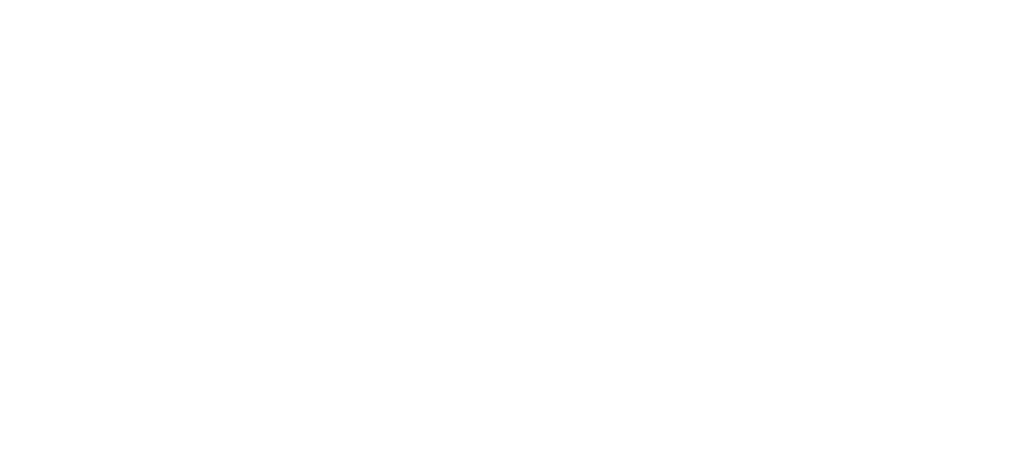
<source format=kicad_pcb>
(kicad_pcb (version 4) (host Gerbview "4.0.7")

  (layers 
    (0 F.Cu signal)
    (31 B.Cu signal)
    (32 B.Adhes user)
    (33 F.Adhes user)
    (34 B.Paste user)
    (35 F.Paste user)
    (36 B.SilkS user)
    (37 F.SilkS user)
    (38 B.Mask user)
    (39 F.Mask user)
    (40 Dwgs.User user)
    (41 Cmts.User user)
    (42 Eco1.User user)
    (43 Eco2.User user)
    (44 Edge.Cuts user)
    (45 Margin user)
    (46 B.CrtYd user)
    (47 F.CrtYd user)
    (48 B.Fab user)
    (49 F.Fab user)
  )

(gr_line (start 214.67 -150.24) (end 214.67 -150.24)(layer F.Adhes) (width 0.6))
(gr_line (start 259.6 -135.05) (end 259.6 -135.05)(layer F.Adhes) (width 0.6))
(gr_line (start 275.61 -179.73) (end 275.61 -179.73)(layer F.Adhes) (width 0.6))
(gr_line (start 278.55 -192.71) (end 278.55 -192.71)(layer F.Adhes) (width 0.6))
(gr_line (start 230.35 -195.57) (end 230.35 -195.57)(layer F.Adhes) (width 0.6))
(gr_line (start 357.29 -192.87) (end 357.29 -192.87)(layer F.Adhes) (width 0.6))
(gr_line (start 22.34 -43.52) (end 22.34 -43.52)(layer F.Adhes) (width 0.72))
(gr_line (start 22.34 -46.06) (end 22.34 -46.06)(layer F.Adhes) (width 0.72))
(gr_line (start 22.34 -48.6) (end 22.34 -48.6)(layer F.Adhes) (width 0.72))
(gr_line (start 22.34 -51.14) (end 22.34 -51.14)(layer F.Adhes) (width 0.72))
(gr_line (start 22.34 -53.68) (end 22.34 -53.68)(layer F.Adhes) (width 0.72))
(gr_line (start 22.34 -56.22) (end 22.34 -56.22)(layer F.Adhes) (width 0.72))
(gr_line (start 22.34 -58.76) (end 22.34 -58.76)(layer F.Adhes) (width 0.72))
(gr_line (start 29.96 -58.76) (end 29.96 -58.76)(layer F.Adhes) (width 0.72))
(gr_line (start 29.96 -56.22) (end 29.96 -56.22)(layer F.Adhes) (width 0.72))
(gr_line (start 29.96 -53.68) (end 29.96 -53.68)(layer F.Adhes) (width 0.72))
(gr_line (start 29.96 -51.14) (end 29.96 -51.14)(layer F.Adhes) (width 0.72))
(gr_line (start 29.96 -48.6) (end 29.96 -48.6)(layer F.Adhes) (width 0.72))
(gr_line (start 29.96 -46.06) (end 29.96 -46.06)(layer F.Adhes) (width 0.72))
(gr_line (start 29.96 -43.52) (end 29.96 -43.52)(layer F.Adhes) (width 0.72))
(gr_line (start 37.66 -43.54) (end 37.66 -43.54)(layer F.Adhes) (width 0.72))
(gr_line (start 37.66 -46.08) (end 37.66 -46.08)(layer F.Adhes) (width 0.72))
(gr_line (start 37.66 -48.62) (end 37.66 -48.62)(layer F.Adhes) (width 0.72))
(gr_line (start 37.66 -51.16) (end 37.66 -51.16)(layer F.Adhes) (width 0.72))
(gr_line (start 37.66 -53.7) (end 37.66 -53.7)(layer F.Adhes) (width 0.72))
(gr_line (start 37.66 -56.24) (end 37.66 -56.24)(layer F.Adhes) (width 0.72))
(gr_line (start 37.66 -58.78) (end 37.66 -58.78)(layer F.Adhes) (width 0.72))
(gr_line (start 45.28 -58.78) (end 45.28 -58.78)(layer F.Adhes) (width 0.72))
(gr_line (start 45.28 -56.24) (end 45.28 -56.24)(layer F.Adhes) (width 0.72))
(gr_line (start 45.28 -53.7) (end 45.28 -53.7)(layer F.Adhes) (width 0.72))
(gr_line (start 45.28 -51.16) (end 45.28 -51.16)(layer F.Adhes) (width 0.72))
(gr_line (start 45.28 -48.62) (end 45.28 -48.62)(layer F.Adhes) (width 0.72))
(gr_line (start 45.28 -46.08) (end 45.28 -46.08)(layer F.Adhes) (width 0.72))
(gr_line (start 45.28 -43.54) (end 45.28 -43.54)(layer F.Adhes) (width 0.72))
(gr_line (start 45.28 -41) (end 45.28 -41)(layer F.Adhes) (width 0.72))
(gr_line (start 52.82 -40.98) (end 52.82 -40.98)(layer F.Adhes) (width 0.72))
(gr_line (start 52.82 -43.52) (end 52.82 -43.52)(layer F.Adhes) (width 0.72))
(gr_line (start 52.82 -46.06) (end 52.82 -46.06)(layer F.Adhes) (width 0.72))
(gr_line (start 52.82 -48.6) (end 52.82 -48.6)(layer F.Adhes) (width 0.72))
(gr_line (start 52.82 -51.14) (end 52.82 -51.14)(layer F.Adhes) (width 0.72))
(gr_line (start 52.82 -53.68) (end 52.82 -53.68)(layer F.Adhes) (width 0.72))
(gr_line (start 52.82 -56.22) (end 52.82 -56.22)(layer F.Adhes) (width 0.72))
(gr_line (start 52.82 -58.76) (end 52.82 -58.76)(layer F.Adhes) (width 0.72))
(gr_line (start 60.44 -58.76) (end 60.44 -58.76)(layer F.Adhes) (width 0.72))
(gr_line (start 60.44 -56.22) (end 60.44 -56.22)(layer F.Adhes) (width 0.72))
(gr_line (start 60.44 -53.68) (end 60.44 -53.68)(layer F.Adhes) (width 0.72))
(gr_line (start 60.44 -51.14) (end 60.44 -51.14)(layer F.Adhes) (width 0.72))
(gr_line (start 60.44 -48.6) (end 60.44 -48.6)(layer F.Adhes) (width 0.72))
(gr_line (start 60.44 -46.06) (end 60.44 -46.06)(layer F.Adhes) (width 0.72))
(gr_line (start 60.44 -43.52) (end 60.44 -43.52)(layer F.Adhes) (width 0.72))
(gr_line (start 60.44 -40.98) (end 60.44 -40.98)(layer F.Adhes) (width 0.72))
(gr_line (start 67.40000000000001 -40.94) (end 67.40000000000001 -40.94)(layer F.Adhes) (width 0.72))
(gr_line (start 67.40000000000001 -43.48) (end 67.40000000000001 -43.48)(layer F.Adhes) (width 0.72))
(gr_line (start 67.40000000000001 -46.02) (end 67.40000000000001 -46.02)(layer F.Adhes) (width 0.72))
(gr_line (start 67.40000000000001 -48.56) (end 67.40000000000001 -48.56)(layer F.Adhes) (width 0.72))
(gr_line (start 67.40000000000001 -51.1) (end 67.40000000000001 -51.1)(layer F.Adhes) (width 0.72))
(gr_line (start 67.40000000000001 -53.64) (end 67.40000000000001 -53.64)(layer F.Adhes) (width 0.72))
(gr_line (start 67.40000000000001 -56.18) (end 67.40000000000001 -56.18)(layer F.Adhes) (width 0.72))
(gr_line (start 67.40000000000001 -58.72) (end 67.40000000000001 -58.72)(layer F.Adhes) (width 0.72))
(gr_line (start 75.02 -58.72) (end 75.02 -58.72)(layer F.Adhes) (width 0.72))
(gr_line (start 75.02 -56.18) (end 75.02 -56.18)(layer F.Adhes) (width 0.72))
(gr_line (start 75.02 -53.64) (end 75.02 -53.64)(layer F.Adhes) (width 0.72))
(gr_line (start 75.02 -51.1) (end 75.02 -51.1)(layer F.Adhes) (width 0.72))
(gr_line (start 75.02 -48.56) (end 75.02 -48.56)(layer F.Adhes) (width 0.72))
(gr_line (start 75.02 -46.02) (end 75.02 -46.02)(layer F.Adhes) (width 0.72))
(gr_line (start 75.02 -43.48) (end 75.02 -43.48)(layer F.Adhes) (width 0.72))
(gr_line (start 75.02 -40.94) (end 75.02 -40.94)(layer F.Adhes) (width 0.72))
(gr_line (start 83.3 -40.98) (end 83.3 -40.98)(layer F.Adhes) (width 0.72))
(gr_line (start 83.3 -43.52) (end 83.3 -43.52)(layer F.Adhes) (width 0.72))
(gr_line (start 83.3 -46.06) (end 83.3 -46.06)(layer F.Adhes) (width 0.72))
(gr_line (start 83.3 -48.6) (end 83.3 -48.6)(layer F.Adhes) (width 0.72))
(gr_line (start 83.3 -51.14) (end 83.3 -51.14)(layer F.Adhes) (width 0.72))
(gr_line (start 83.3 -53.68) (end 83.3 -53.68)(layer F.Adhes) (width 0.72))
(gr_line (start 83.3 -56.22) (end 83.3 -56.22)(layer F.Adhes) (width 0.72))
(gr_line (start 83.3 -58.76) (end 83.3 -58.76)(layer F.Adhes) (width 0.72))
(gr_line (start 90.92 -58.76) (end 90.92 -58.76)(layer F.Adhes) (width 0.72))
(gr_line (start 90.92 -56.22) (end 90.92 -56.22)(layer F.Adhes) (width 0.72))
(gr_line (start 90.92 -53.68) (end 90.92 -53.68)(layer F.Adhes) (width 0.72))
(gr_line (start 90.92 -51.14) (end 90.92 -51.14)(layer F.Adhes) (width 0.72))
(gr_line (start 90.92 -48.6) (end 90.92 -48.6)(layer F.Adhes) (width 0.72))
(gr_line (start 90.92 -46.06) (end 90.92 -46.06)(layer F.Adhes) (width 0.72))
(gr_line (start 90.92 -43.52) (end 90.92 -43.52)(layer F.Adhes) (width 0.72))
(gr_line (start 90.92 -40.98) (end 90.92 -40.98)(layer F.Adhes) (width 0.72))
(gr_line (start 103.66 -40.98) (end 103.66 -40.98)(layer F.Adhes) (width 0.72))
(gr_line (start 103.66 -43.52) (end 103.66 -43.52)(layer F.Adhes) (width 0.72))
(gr_line (start 103.66 -46.06) (end 103.66 -46.06)(layer F.Adhes) (width 0.72))
(gr_line (start 103.66 -48.6) (end 103.66 -48.6)(layer F.Adhes) (width 0.72))
(gr_line (start 103.66 -51.14) (end 103.66 -51.14)(layer F.Adhes) (width 0.72))
(gr_line (start 103.66 -53.68) (end 103.66 -53.68)(layer F.Adhes) (width 0.72))
(gr_line (start 103.66 -56.22) (end 103.66 -56.22)(layer F.Adhes) (width 0.72))
(gr_line (start 103.66 -58.76) (end 103.66 -58.76)(layer F.Adhes) (width 0.72))
(gr_line (start 111.28 -58.76) (end 111.28 -58.76)(layer F.Adhes) (width 0.72))
(gr_line (start 111.28 -56.22) (end 111.28 -56.22)(layer F.Adhes) (width 0.72))
(gr_line (start 111.28 -53.68) (end 111.28 -53.68)(layer F.Adhes) (width 0.72))
(gr_line (start 111.28 -51.14) (end 111.28 -51.14)(layer F.Adhes) (width 0.72))
(gr_line (start 111.28 -48.6) (end 111.28 -48.6)(layer F.Adhes) (width 0.72))
(gr_line (start 111.28 -46.06) (end 111.28 -46.06)(layer F.Adhes) (width 0.72))
(gr_line (start 111.28 -43.52) (end 111.28 -43.52)(layer F.Adhes) (width 0.72))
(gr_line (start 111.28 -40.98) (end 111.28 -40.98)(layer F.Adhes) (width 0.72))
(gr_line (start 124.06 -40.87) (end 124.06 -40.87)(layer F.Adhes) (width 0.72))
(gr_line (start 124.06 -43.41) (end 124.06 -43.41)(layer F.Adhes) (width 0.72))
(gr_line (start 124.06 -45.95) (end 124.06 -45.95)(layer F.Adhes) (width 0.72))
(gr_line (start 124.06 -48.49) (end 124.06 -48.49)(layer F.Adhes) (width 0.72))
(gr_line (start 124.06 -51.03) (end 124.06 -51.03)(layer F.Adhes) (width 0.72))
(gr_line (start 124.06 -53.57) (end 124.06 -53.57)(layer F.Adhes) (width 0.72))
(gr_line (start 124.06 -56.11) (end 124.06 -56.11)(layer F.Adhes) (width 0.72))
(gr_line (start 124.06 -58.65) (end 124.06 -58.65)(layer F.Adhes) (width 0.72))
(gr_line (start 124.06 -61.19) (end 124.06 -61.19)(layer F.Adhes) (width 0.72))
(gr_line (start 124.06 -63.73) (end 124.06 -63.73)(layer F.Adhes) (width 0.72))
(gr_line (start 131.68 -63.73) (end 131.68 -63.73)(layer F.Adhes) (width 0.72))
(gr_line (start 131.68 -61.19) (end 131.68 -61.19)(layer F.Adhes) (width 0.72))
(gr_line (start 131.68 -58.65) (end 131.68 -58.65)(layer F.Adhes) (width 0.72))
(gr_line (start 131.68 -56.11) (end 131.68 -56.11)(layer F.Adhes) (width 0.72))
(gr_line (start 131.68 -53.57) (end 131.68 -53.57)(layer F.Adhes) (width 0.72))
(gr_line (start 131.68 -51.03) (end 131.68 -51.03)(layer F.Adhes) (width 0.72))
(gr_line (start 131.68 -48.49) (end 131.68 -48.49)(layer F.Adhes) (width 0.72))
(gr_line (start 131.68 -45.95) (end 131.68 -45.95)(layer F.Adhes) (width 0.72))
(gr_line (start 131.68 -43.41) (end 131.68 -43.41)(layer F.Adhes) (width 0.72))
(gr_line (start 131.68 -40.87) (end 131.68 -40.87)(layer F.Adhes) (width 0.72))
(gr_line (start 141.9 -40.98) (end 141.9 -40.98)(layer F.Adhes) (width 0.72))
(gr_line (start 141.9 -43.52) (end 141.9 -43.52)(layer F.Adhes) (width 0.72))
(gr_line (start 141.9 -46.06) (end 141.9 -46.06)(layer F.Adhes) (width 0.72))
(gr_line (start 141.9 -48.6) (end 141.9 -48.6)(layer F.Adhes) (width 0.72))
(gr_line (start 141.9 -51.14) (end 141.9 -51.14)(layer F.Adhes) (width 0.72))
(gr_line (start 141.9 -53.68) (end 141.9 -53.68)(layer F.Adhes) (width 0.72))
(gr_line (start 141.9 -56.22) (end 141.9 -56.22)(layer F.Adhes) (width 0.72))
(gr_line (start 149.52 -56.22) (end 149.52 -56.22)(layer F.Adhes) (width 0.72))
(gr_line (start 149.52 -53.68) (end 149.52 -53.68)(layer F.Adhes) (width 0.72))
(gr_line (start 149.52 -51.14) (end 149.52 -51.14)(layer F.Adhes) (width 0.72))
(gr_line (start 149.52 -48.6) (end 149.52 -48.6)(layer F.Adhes) (width 0.72))
(gr_line (start 149.52 -46.06) (end 149.52 -46.06)(layer F.Adhes) (width 0.72))
(gr_line (start 149.52 -43.52) (end 149.52 -43.52)(layer F.Adhes) (width 0.72))
(gr_line (start 149.52 -40.98) (end 149.52 -40.98)(layer F.Adhes) (width 0.72))
(gr_line (start 158.38 -40.92) (end 158.38 -40.92)(layer F.Adhes) (width 0.72))
(gr_line (start 158.38 -43.46) (end 158.38 -43.46)(layer F.Adhes) (width 0.72))
(gr_line (start 158.38 -46) (end 158.38 -46)(layer F.Adhes) (width 0.72))
(gr_line (start 158.38 -48.54) (end 158.38 -48.54)(layer F.Adhes) (width 0.72))
(gr_line (start 158.38 -51.08) (end 158.38 -51.08)(layer F.Adhes) (width 0.72))
(gr_line (start 158.38 -53.62) (end 158.38 -53.62)(layer F.Adhes) (width 0.72))
(gr_line (start 158.38 -56.16) (end 158.38 -56.16)(layer F.Adhes) (width 0.72))
(gr_line (start 166 -56.16) (end 166 -56.16)(layer F.Adhes) (width 0.72))
(gr_line (start 166 -53.62) (end 166 -53.62)(layer F.Adhes) (width 0.72))
(gr_line (start 166 -51.08) (end 166 -51.08)(layer F.Adhes) (width 0.72))
(gr_line (start 166 -48.54) (end 166 -48.54)(layer F.Adhes) (width 0.72))
(gr_line (start 166 -46) (end 166 -46)(layer F.Adhes) (width 0.72))
(gr_line (start 166 -43.46) (end 166 -43.46)(layer F.Adhes) (width 0.72))
(gr_line (start 166 -40.92) (end 166 -40.92)(layer F.Adhes) (width 0.72))
(gr_line (start 176.3 -77.7) (end 176.3 -77.7)(layer F.Adhes) (width 0.72))
(gr_line (start 176.3 -80.23999999999999) (end 176.3 -80.23999999999999)(layer F.Adhes) (width 0.72))
(gr_line (start 176.3 -82.78) (end 176.3 -82.78)(layer F.Adhes) (width 0.72))
(gr_line (start 176.3 -85.31999999999999) (end 176.3 -85.31999999999999)(layer F.Adhes) (width 0.72))
(gr_line (start 176.3 -87.86) (end 176.3 -87.86)(layer F.Adhes) (width 0.72))
(gr_line (start 176.3 -90.40000000000001) (end 176.3 -90.40000000000001)(layer F.Adhes) (width 0.72))
(gr_line (start 176.3 -92.94) (end 176.3 -92.94)(layer F.Adhes) (width 0.72))
(gr_line (start 176.3 -95.48) (end 176.3 -95.48)(layer F.Adhes) (width 0.72))
(gr_line (start 176.3 -98.02) (end 176.3 -98.02)(layer F.Adhes) (width 0.72))
(gr_line (start 176.3 -100.56) (end 176.3 -100.56)(layer F.Adhes) (width 0.72))
(gr_line (start 176.3 -103.1) (end 176.3 -103.1)(layer F.Adhes) (width 0.72))
(gr_line (start 176.3 -105.64) (end 176.3 -105.64)(layer F.Adhes) (width 0.72))
(gr_line (start 176.3 -108.18) (end 176.3 -108.18)(layer F.Adhes) (width 0.72))
(gr_line (start 176.3 -110.72) (end 176.3 -110.72)(layer F.Adhes) (width 0.72))
(gr_line (start 176.42 -120.86) (end 176.42 -120.86)(layer F.Adhes) (width 0.72))
(gr_line (start 176.42 -123.4) (end 176.42 -123.4)(layer F.Adhes) (width 0.72))
(gr_line (start 176.42 -125.94) (end 176.42 -125.94)(layer F.Adhes) (width 0.72))
(gr_line (start 176.42 -128.48) (end 176.42 -128.48)(layer F.Adhes) (width 0.72))
(gr_line (start 176.42 -131.02) (end 176.42 -131.02)(layer F.Adhes) (width 0.72))
(gr_line (start 176.42 -133.56) (end 176.42 -133.56)(layer F.Adhes) (width 0.72))
(gr_line (start 176.42 -136.1) (end 176.42 -136.1)(layer F.Adhes) (width 0.72))
(gr_line (start 176.42 -138.64) (end 176.42 -138.64)(layer F.Adhes) (width 0.72))
(gr_line (start 176.42 -141.18) (end 176.42 -141.18)(layer F.Adhes) (width 0.72))
(gr_line (start 176.42 -143.72) (end 176.42 -143.72)(layer F.Adhes) (width 0.72))
(gr_line (start 176.42 -146.26) (end 176.42 -146.26)(layer F.Adhes) (width 0.72))
(gr_line (start 176.42 -148.8) (end 176.42 -148.8)(layer F.Adhes) (width 0.72))
(gr_line (start 176.42 -151.34) (end 176.42 -151.34)(layer F.Adhes) (width 0.72))
(gr_line (start 176.42 -153.88) (end 176.42 -153.88)(layer F.Adhes) (width 0.72))
(gr_line (start 176.42 -156.42) (end 176.42 -156.42)(layer F.Adhes) (width 0.72))
(gr_line (start 176.42 -158.96) (end 176.42 -158.96)(layer F.Adhes) (width 0.72))
(gr_line (start 176.42 -161.5) (end 176.42 -161.5)(layer F.Adhes) (width 0.72))
(gr_line (start 176.42 -164.04) (end 176.42 -164.04)(layer F.Adhes) (width 0.72))
(gr_line (start 176.42 -166.58) (end 176.42 -166.58)(layer F.Adhes) (width 0.72))
(gr_line (start 176.42 -169.12) (end 176.42 -169.12)(layer F.Adhes) (width 0.72))
(gr_line (start 166.18 -169.16) (end 166.18 -169.16)(layer F.Adhes) (width 0.72))
(gr_line (start 166.18 -166.62) (end 166.18 -166.62)(layer F.Adhes) (width 0.72))
(gr_line (start 166.18 -164.08) (end 166.18 -164.08)(layer F.Adhes) (width 0.72))
(gr_line (start 166.18 -161.54) (end 166.18 -161.54)(layer F.Adhes) (width 0.72))
(gr_line (start 166.18 -159) (end 166.18 -159)(layer F.Adhes) (width 0.72))
(gr_line (start 166.18 -156.46) (end 166.18 -156.46)(layer F.Adhes) (width 0.72))
(gr_line (start 166.18 -153.92) (end 166.18 -153.92)(layer F.Adhes) (width 0.72))
(gr_line (start 166.18 -151.38) (end 166.18 -151.38)(layer F.Adhes) (width 0.72))
(gr_line (start 166.18 -148.84) (end 166.18 -148.84)(layer F.Adhes) (width 0.72))
(gr_line (start 158.56 -148.84) (end 158.56 -148.84)(layer F.Adhes) (width 0.72))
(gr_line (start 158.56 -151.38) (end 158.56 -151.38)(layer F.Adhes) (width 0.72))
(gr_line (start 158.56 -153.92) (end 158.56 -153.92)(layer F.Adhes) (width 0.72))
(gr_line (start 158.56 -156.46) (end 158.56 -156.46)(layer F.Adhes) (width 0.72))
(gr_line (start 158.56 -159) (end 158.56 -159)(layer F.Adhes) (width 0.72))
(gr_line (start 158.56 -161.54) (end 158.56 -161.54)(layer F.Adhes) (width 0.72))
(gr_line (start 158.56 -164.08) (end 158.56 -164.08)(layer F.Adhes) (width 0.72))
(gr_line (start 158.56 -166.62) (end 158.56 -166.62)(layer F.Adhes) (width 0.72))
(gr_line (start 158.56 -169.16) (end 158.56 -169.16)(layer F.Adhes) (width 0.72))
(gr_line (start 139.5 -169.2) (end 139.5 -169.2)(layer F.Adhes) (width 0.72))
(gr_line (start 139.5 -166.66) (end 139.5 -166.66)(layer F.Adhes) (width 0.72))
(gr_line (start 139.5 -164.12) (end 139.5 -164.12)(layer F.Adhes) (width 0.72))
(gr_line (start 139.5 -161.58) (end 139.5 -161.58)(layer F.Adhes) (width 0.72))
(gr_line (start 139.5 -159.04) (end 139.5 -159.04)(layer F.Adhes) (width 0.72))
(gr_line (start 139.5 -156.5) (end 139.5 -156.5)(layer F.Adhes) (width 0.72))
(gr_line (start 139.5 -153.96) (end 139.5 -153.96)(layer F.Adhes) (width 0.72))
(gr_line (start 139.5 -151.42) (end 139.5 -151.42)(layer F.Adhes) (width 0.72))
(gr_line (start 139.5 -148.88) (end 139.5 -148.88)(layer F.Adhes) (width 0.72))
(gr_line (start 139.5 -146.34) (end 139.5 -146.34)(layer F.Adhes) (width 0.72))
(gr_line (start 139.5 -143.8) (end 139.5 -143.8)(layer F.Adhes) (width 0.72))
(gr_line (start 139.5 -141.26) (end 139.5 -141.26)(layer F.Adhes) (width 0.72))
(gr_line (start 124.26 -141.26) (end 124.26 -141.26)(layer F.Adhes) (width 0.72))
(gr_line (start 124.26 -143.8) (end 124.26 -143.8)(layer F.Adhes) (width 0.72))
(gr_line (start 124.26 -146.34) (end 124.26 -146.34)(layer F.Adhes) (width 0.72))
(gr_line (start 124.26 -148.88) (end 124.26 -148.88)(layer F.Adhes) (width 0.72))
(gr_line (start 124.26 -151.42) (end 124.26 -151.42)(layer F.Adhes) (width 0.72))
(gr_line (start 124.26 -153.96) (end 124.26 -153.96)(layer F.Adhes) (width 0.72))
(gr_line (start 124.26 -156.5) (end 124.26 -156.5)(layer F.Adhes) (width 0.72))
(gr_line (start 124.26 -159.04) (end 124.26 -159.04)(layer F.Adhes) (width 0.72))
(gr_line (start 124.26 -161.58) (end 124.26 -161.58)(layer F.Adhes) (width 0.72))
(gr_line (start 124.26 -164.12) (end 124.26 -164.12)(layer F.Adhes) (width 0.72))
(gr_line (start 124.26 -166.66) (end 124.26 -166.66)(layer F.Adhes) (width 0.72))
(gr_line (start 124.26 -169.2) (end 124.26 -169.2)(layer F.Adhes) (width 0.72))
(gr_line (start 113.88 -169.22) (end 113.88 -169.22)(layer F.Adhes) (width 0.72))
(gr_line (start 113.88 -166.68) (end 113.88 -166.68)(layer F.Adhes) (width 0.72))
(gr_line (start 113.88 -164.14) (end 113.88 -164.14)(layer F.Adhes) (width 0.72))
(gr_line (start 113.88 -161.6) (end 113.88 -161.6)(layer F.Adhes) (width 0.72))
(gr_line (start 113.88 -159.06) (end 113.88 -159.06)(layer F.Adhes) (width 0.72))
(gr_line (start 113.88 -156.52) (end 113.88 -156.52)(layer F.Adhes) (width 0.72))
(gr_line (start 113.88 -153.98) (end 113.88 -153.98)(layer F.Adhes) (width 0.72))
(gr_line (start 113.88 -151.44) (end 113.88 -151.44)(layer F.Adhes) (width 0.72))
(gr_line (start 113.88 -148.9) (end 113.88 -148.9)(layer F.Adhes) (width 0.72))
(gr_line (start 113.88 -146.36) (end 113.88 -146.36)(layer F.Adhes) (width 0.72))
(gr_line (start 113.88 -143.82) (end 113.88 -143.82)(layer F.Adhes) (width 0.72))
(gr_line (start 113.88 -141.28) (end 113.88 -141.28)(layer F.Adhes) (width 0.72))
(gr_line (start 98.64 -141.28) (end 98.64 -141.28)(layer F.Adhes) (width 0.72))
(gr_line (start 98.64 -143.82) (end 98.64 -143.82)(layer F.Adhes) (width 0.72))
(gr_line (start 98.64 -146.36) (end 98.64 -146.36)(layer F.Adhes) (width 0.72))
(gr_line (start 98.64 -148.9) (end 98.64 -148.9)(layer F.Adhes) (width 0.72))
(gr_line (start 98.64 -151.44) (end 98.64 -151.44)(layer F.Adhes) (width 0.72))
(gr_line (start 98.64 -153.98) (end 98.64 -153.98)(layer F.Adhes) (width 0.72))
(gr_line (start 98.64 -156.52) (end 98.64 -156.52)(layer F.Adhes) (width 0.72))
(gr_line (start 98.64 -159.06) (end 98.64 -159.06)(layer F.Adhes) (width 0.72))
(gr_line (start 98.64 -161.6) (end 98.64 -161.6)(layer F.Adhes) (width 0.72))
(gr_line (start 98.64 -164.14) (end 98.64 -164.14)(layer F.Adhes) (width 0.72))
(gr_line (start 98.64 -166.68) (end 98.64 -166.68)(layer F.Adhes) (width 0.72))
(gr_line (start 98.64 -169.22) (end 98.64 -169.22)(layer F.Adhes) (width 0.72))
(gr_line (start 88.64 -169.1) (end 88.64 -169.1)(layer F.Adhes) (width 0.72))
(gr_line (start 88.64 -166.56) (end 88.64 -166.56)(layer F.Adhes) (width 0.72))
(gr_line (start 88.64 -164.02) (end 88.64 -164.02)(layer F.Adhes) (width 0.72))
(gr_line (start 88.64 -161.48) (end 88.64 -161.48)(layer F.Adhes) (width 0.72))
(gr_line (start 88.64 -158.94) (end 88.64 -158.94)(layer F.Adhes) (width 0.72))
(gr_line (start 88.64 -156.4) (end 88.64 -156.4)(layer F.Adhes) (width 0.72))
(gr_line (start 88.64 -153.86) (end 88.64 -153.86)(layer F.Adhes) (width 0.72))
(gr_line (start 88.64 -151.32) (end 88.64 -151.32)(layer F.Adhes) (width 0.72))
(gr_line (start 88.64 -148.78) (end 88.64 -148.78)(layer F.Adhes) (width 0.72))
(gr_line (start 88.64 -146.24) (end 88.64 -146.24)(layer F.Adhes) (width 0.72))
(gr_line (start 88.64 -143.7) (end 88.64 -143.7)(layer F.Adhes) (width 0.72))
(gr_line (start 88.64 -141.16) (end 88.64 -141.16)(layer F.Adhes) (width 0.72))
(gr_line (start 73.40000000000001 -141.16) (end 73.40000000000001 -141.16)(layer F.Adhes) (width 0.72))
(gr_line (start 73.40000000000001 -143.7) (end 73.40000000000001 -143.7)(layer F.Adhes) (width 0.72))
(gr_line (start 73.40000000000001 -146.24) (end 73.40000000000001 -146.24)(layer F.Adhes) (width 0.72))
(gr_line (start 73.40000000000001 -148.78) (end 73.40000000000001 -148.78)(layer F.Adhes) (width 0.72))
(gr_line (start 73.40000000000001 -151.32) (end 73.40000000000001 -151.32)(layer F.Adhes) (width 0.72))
(gr_line (start 73.40000000000001 -153.86) (end 73.40000000000001 -153.86)(layer F.Adhes) (width 0.72))
(gr_line (start 73.40000000000001 -156.4) (end 73.40000000000001 -156.4)(layer F.Adhes) (width 0.72))
(gr_line (start 73.40000000000001 -158.94) (end 73.40000000000001 -158.94)(layer F.Adhes) (width 0.72))
(gr_line (start 73.40000000000001 -161.48) (end 73.40000000000001 -161.48)(layer F.Adhes) (width 0.72))
(gr_line (start 73.40000000000001 -164.02) (end 73.40000000000001 -164.02)(layer F.Adhes) (width 0.72))
(gr_line (start 73.40000000000001 -166.56) (end 73.40000000000001 -166.56)(layer F.Adhes) (width 0.72))
(gr_line (start 73.40000000000001 -169.1) (end 73.40000000000001 -169.1)(layer F.Adhes) (width 0.72))
(gr_line (start 63.14 -169.04) (end 63.14 -169.04)(layer F.Adhes) (width 0.72))
(gr_line (start 63.14 -166.5) (end 63.14 -166.5)(layer F.Adhes) (width 0.72))
(gr_line (start 63.14 -163.96) (end 63.14 -163.96)(layer F.Adhes) (width 0.72))
(gr_line (start 63.14 -161.42) (end 63.14 -161.42)(layer F.Adhes) (width 0.72))
(gr_line (start 63.14 -158.88) (end 63.14 -158.88)(layer F.Adhes) (width 0.72))
(gr_line (start 63.14 -156.34) (end 63.14 -156.34)(layer F.Adhes) (width 0.72))
(gr_line (start 63.14 -153.8) (end 63.14 -153.8)(layer F.Adhes) (width 0.72))
(gr_line (start 63.14 -151.26) (end 63.14 -151.26)(layer F.Adhes) (width 0.72))
(gr_line (start 63.14 -148.72) (end 63.14 -148.72)(layer F.Adhes) (width 0.72))
(gr_line (start 63.14 -146.18) (end 63.14 -146.18)(layer F.Adhes) (width 0.72))
(gr_line (start 63.14 -143.64) (end 63.14 -143.64)(layer F.Adhes) (width 0.72))
(gr_line (start 63.14 -141.1) (end 63.14 -141.1)(layer F.Adhes) (width 0.72))
(gr_line (start 63.14 -138.56) (end 63.14 -138.56)(layer F.Adhes) (width 0.72))
(gr_line (start 63.14 -136.02) (end 63.14 -136.02)(layer F.Adhes) (width 0.72))
(gr_line (start 63.14 -133.48) (end 63.14 -133.48)(layer F.Adhes) (width 0.72))
(gr_line (start 63.14 -130.94) (end 63.14 -130.94)(layer F.Adhes) (width 0.72))
(gr_line (start 63.14 -128.4) (end 63.14 -128.4)(layer F.Adhes) (width 0.72))
(gr_line (start 63.14 -125.86) (end 63.14 -125.86)(layer F.Adhes) (width 0.72))
(gr_line (start 63.14 -123.32) (end 63.14 -123.32)(layer F.Adhes) (width 0.72))
(gr_line (start 63.14 -120.78) (end 63.14 -120.78)(layer F.Adhes) (width 0.72))
(gr_line (start 47.9 -120.78) (end 47.9 -120.78)(layer F.Adhes) (width 0.72))
(gr_line (start 47.9 -123.32) (end 47.9 -123.32)(layer F.Adhes) (width 0.72))
(gr_line (start 47.9 -125.86) (end 47.9 -125.86)(layer F.Adhes) (width 0.72))
(gr_line (start 47.9 -128.4) (end 47.9 -128.4)(layer F.Adhes) (width 0.72))
(gr_line (start 47.9 -130.94) (end 47.9 -130.94)(layer F.Adhes) (width 0.72))
(gr_line (start 47.9 -133.48) (end 47.9 -133.48)(layer F.Adhes) (width 0.72))
(gr_line (start 47.9 -136.02) (end 47.9 -136.02)(layer F.Adhes) (width 0.72))
(gr_line (start 47.9 -138.56) (end 47.9 -138.56)(layer F.Adhes) (width 0.72))
(gr_line (start 47.9 -141.1) (end 47.9 -141.1)(layer F.Adhes) (width 0.72))
(gr_line (start 47.9 -143.64) (end 47.9 -143.64)(layer F.Adhes) (width 0.72))
(gr_line (start 47.9 -146.18) (end 47.9 -146.18)(layer F.Adhes) (width 0.72))
(gr_line (start 47.9 -148.72) (end 47.9 -148.72)(layer F.Adhes) (width 0.72))
(gr_line (start 47.9 -151.26) (end 47.9 -151.26)(layer F.Adhes) (width 0.72))
(gr_line (start 47.9 -153.8) (end 47.9 -153.8)(layer F.Adhes) (width 0.72))
(gr_line (start 47.9 -156.34) (end 47.9 -156.34)(layer F.Adhes) (width 0.72))
(gr_line (start 47.9 -158.88) (end 47.9 -158.88)(layer F.Adhes) (width 0.72))
(gr_line (start 47.9 -161.42) (end 47.9 -161.42)(layer F.Adhes) (width 0.72))
(gr_line (start 47.9 -163.96) (end 47.9 -163.96)(layer F.Adhes) (width 0.72))
(gr_line (start 47.9 -166.5) (end 47.9 -166.5)(layer F.Adhes) (width 0.72))
(gr_line (start 47.9 -169.04) (end 47.9 -169.04)(layer F.Adhes) (width 0.72))
(gr_line (start 37.66 -169.04) (end 37.66 -169.04)(layer F.Adhes) (width 0.72))
(gr_line (start 37.66 -166.5) (end 37.66 -166.5)(layer F.Adhes) (width 0.72))
(gr_line (start 37.66 -163.96) (end 37.66 -163.96)(layer F.Adhes) (width 0.72))
(gr_line (start 37.66 -161.42) (end 37.66 -161.42)(layer F.Adhes) (width 0.72))
(gr_line (start 37.66 -158.88) (end 37.66 -158.88)(layer F.Adhes) (width 0.72))
(gr_line (start 37.66 -156.34) (end 37.66 -156.34)(layer F.Adhes) (width 0.72))
(gr_line (start 37.66 -153.8) (end 37.66 -153.8)(layer F.Adhes) (width 0.72))
(gr_line (start 37.66 -151.26) (end 37.66 -151.26)(layer F.Adhes) (width 0.72))
(gr_line (start 37.66 -148.72) (end 37.66 -148.72)(layer F.Adhes) (width 0.72))
(gr_line (start 37.66 -146.18) (end 37.66 -146.18)(layer F.Adhes) (width 0.72))
(gr_line (start 37.66 -143.64) (end 37.66 -143.64)(layer F.Adhes) (width 0.72))
(gr_line (start 37.66 -141.1) (end 37.66 -141.1)(layer F.Adhes) (width 0.72))
(gr_line (start 37.66 -138.56) (end 37.66 -138.56)(layer F.Adhes) (width 0.72))
(gr_line (start 37.66 -136.02) (end 37.66 -136.02)(layer F.Adhes) (width 0.72))
(gr_line (start 37.66 -133.48) (end 37.66 -133.48)(layer F.Adhes) (width 0.72))
(gr_line (start 37.66 -130.94) (end 37.66 -130.94)(layer F.Adhes) (width 0.72))
(gr_line (start 37.66 -128.4) (end 37.66 -128.4)(layer F.Adhes) (width 0.72))
(gr_line (start 37.66 -125.86) (end 37.66 -125.86)(layer F.Adhes) (width 0.72))
(gr_line (start 37.66 -123.32) (end 37.66 -123.32)(layer F.Adhes) (width 0.72))
(gr_line (start 37.66 -120.78) (end 37.66 -120.78)(layer F.Adhes) (width 0.72))
(gr_line (start 22.42 -120.78) (end 22.42 -120.78)(layer F.Adhes) (width 0.72))
(gr_line (start 22.42 -123.32) (end 22.42 -123.32)(layer F.Adhes) (width 0.72))
(gr_line (start 22.42 -125.86) (end 22.42 -125.86)(layer F.Adhes) (width 0.72))
(gr_line (start 22.42 -128.4) (end 22.42 -128.4)(layer F.Adhes) (width 0.72))
(gr_line (start 22.42 -130.94) (end 22.42 -130.94)(layer F.Adhes) (width 0.72))
(gr_line (start 22.42 -133.48) (end 22.42 -133.48)(layer F.Adhes) (width 0.72))
(gr_line (start 22.42 -136.02) (end 22.42 -136.02)(layer F.Adhes) (width 0.72))
(gr_line (start 22.42 -138.56) (end 22.42 -138.56)(layer F.Adhes) (width 0.72))
(gr_line (start 22.42 -141.1) (end 22.42 -141.1)(layer F.Adhes) (width 0.72))
(gr_line (start 22.42 -143.64) (end 22.42 -143.64)(layer F.Adhes) (width 0.72))
(gr_line (start 22.42 -146.18) (end 22.42 -146.18)(layer F.Adhes) (width 0.72))
(gr_line (start 22.42 -148.72) (end 22.42 -148.72)(layer F.Adhes) (width 0.72))
(gr_line (start 22.42 -151.26) (end 22.42 -151.26)(layer F.Adhes) (width 0.72))
(gr_line (start 22.42 -153.8) (end 22.42 -153.8)(layer F.Adhes) (width 0.72))
(gr_line (start 22.42 -156.34) (end 22.42 -156.34)(layer F.Adhes) (width 0.72))
(gr_line (start 22.42 -158.88) (end 22.42 -158.88)(layer F.Adhes) (width 0.72))
(gr_line (start 22.42 -161.42) (end 22.42 -161.42)(layer F.Adhes) (width 0.72))
(gr_line (start 22.42 -163.96) (end 22.42 -163.96)(layer F.Adhes) (width 0.72))
(gr_line (start 22.42 -166.5) (end 22.42 -166.5)(layer F.Adhes) (width 0.72))
(gr_line (start 22.42 -169.04) (end 22.42 -169.04)(layer F.Adhes) (width 0.72))
(gr_line (start 13.22 -169.02) (end 13.22 -169.02)(layer F.Adhes) (width 0.72))
(gr_line (start 13.22 -171.56) (end 13.22 -171.56)(layer F.Adhes) (width 0.72))
(gr_line (start 13.22 -166.48) (end 13.22 -166.48)(layer F.Adhes) (width 0.72))
(gr_line (start 13.22 -163.94) (end 13.22 -163.94)(layer F.Adhes) (width 0.72))
(gr_line (start 13.22 -161.4) (end 13.22 -161.4)(layer F.Adhes) (width 0.72))
(gr_line (start 13.22 -158.86) (end 13.22 -158.86)(layer F.Adhes) (width 0.72))
(gr_line (start 13.22 -156.32) (end 13.22 -156.32)(layer F.Adhes) (width 0.72))
(gr_line (start 13.22 -153.78) (end 13.22 -153.78)(layer F.Adhes) (width 0.72))
(gr_line (start 13.22 -151.24) (end 13.22 -151.24)(layer F.Adhes) (width 0.72))
(gr_line (start 13.22 -148.7) (end 13.22 -148.7)(layer F.Adhes) (width 0.72))
(gr_line (start 13.22 -146.16) (end 13.22 -146.16)(layer F.Adhes) (width 0.72))
(gr_line (start 13.22 -143.62) (end 13.22 -143.62)(layer F.Adhes) (width 0.72))
(gr_line (start 13.22 -141.08) (end 13.22 -141.08)(layer F.Adhes) (width 0.72))
(gr_line (start 13.22 -138.54) (end 13.22 -138.54)(layer F.Adhes) (width 0.72))
(gr_line (start 13.22 -136) (end 13.22 -136)(layer F.Adhes) (width 0.72))
(gr_line (start 13.22 -133.46) (end 13.22 -133.46)(layer F.Adhes) (width 0.72))
(gr_line (start 13.22 -130.92) (end 13.22 -130.92)(layer F.Adhes) (width 0.72))
(gr_line (start 13.22 -128.38) (end 13.22 -128.38)(layer F.Adhes) (width 0.72))
(gr_line (start 13.22 -125.84) (end 13.22 -125.84)(layer F.Adhes) (width 0.72))
(gr_line (start 13.22 -123.3) (end 13.22 -123.3)(layer F.Adhes) (width 0.72))
(gr_line (start 22.36 -95.5) (end 22.36 -95.5)(layer F.Adhes) (width 0.72))
(gr_line (start 22.36 -92.95999999999999) (end 22.36 -92.95999999999999)(layer F.Adhes) (width 0.72))
(gr_line (start 22.36 -90.42) (end 22.36 -90.42)(layer F.Adhes) (width 0.72))
(gr_line (start 22.36 -87.88) (end 22.36 -87.88)(layer F.Adhes) (width 0.72))
(gr_line (start 22.36 -85.34) (end 22.36 -85.34)(layer F.Adhes) (width 0.72))
(gr_line (start 22.36 -82.8) (end 22.36 -82.8)(layer F.Adhes) (width 0.72))
(gr_line (start 22.36 -80.26000000000001) (end 22.36 -80.26000000000001)(layer F.Adhes) (width 0.72))
(gr_line (start 29.98 -80.26000000000001) (end 29.98 -80.26000000000001)(layer F.Adhes) (width 0.72))
(gr_line (start 29.98 -82.8) (end 29.98 -82.8)(layer F.Adhes) (width 0.72))
(gr_line (start 29.98 -85.34) (end 29.98 -85.34)(layer F.Adhes) (width 0.72))
(gr_line (start 29.98 -87.88) (end 29.98 -87.88)(layer F.Adhes) (width 0.72))
(gr_line (start 29.98 -90.42) (end 29.98 -90.42)(layer F.Adhes) (width 0.72))
(gr_line (start 29.98 -92.95999999999999) (end 29.98 -92.95999999999999)(layer F.Adhes) (width 0.72))
(gr_line (start 29.98 -95.5) (end 29.98 -95.5)(layer F.Adhes) (width 0.72))
(gr_line (start 37.58 -95.52) (end 37.58 -95.52)(layer F.Adhes) (width 0.72))
(gr_line (start 37.58 -98.06) (end 37.58 -98.06)(layer F.Adhes) (width 0.72))
(gr_line (start 37.58 -92.98) (end 37.58 -92.98)(layer F.Adhes) (width 0.72))
(gr_line (start 37.58 -90.44) (end 37.58 -90.44)(layer F.Adhes) (width 0.72))
(gr_line (start 37.58 -87.90000000000001) (end 37.58 -87.90000000000001)(layer F.Adhes) (width 0.72))
(gr_line (start 37.58 -85.36) (end 37.58 -85.36)(layer F.Adhes) (width 0.72))
(gr_line (start 37.58 -82.81999999999999) (end 37.58 -82.81999999999999)(layer F.Adhes) (width 0.72))
(gr_line (start 37.58 -80.28) (end 37.58 -80.28)(layer F.Adhes) (width 0.72))
(gr_line (start 45.2 -80.28) (end 45.2 -80.28)(layer F.Adhes) (width 0.72))
(gr_line (start 45.2 -82.81999999999999) (end 45.2 -82.81999999999999)(layer F.Adhes) (width 0.72))
(gr_line (start 45.2 -85.36) (end 45.2 -85.36)(layer F.Adhes) (width 0.72))
(gr_line (start 45.2 -87.90000000000001) (end 45.2 -87.90000000000001)(layer F.Adhes) (width 0.72))
(gr_line (start 45.2 -90.44) (end 45.2 -90.44)(layer F.Adhes) (width 0.72))
(gr_line (start 45.2 -92.98) (end 45.2 -92.98)(layer F.Adhes) (width 0.72))
(gr_line (start 45.2 -95.52) (end 45.2 -95.52)(layer F.Adhes) (width 0.72))
(gr_line (start 45.2 -98.06) (end 45.2 -98.06)(layer F.Adhes) (width 0.72))
(gr_line (start 52.92 -98.12) (end 52.92 -98.12)(layer F.Adhes) (width 0.72))
(gr_line (start 52.92 -95.58) (end 52.92 -95.58)(layer F.Adhes) (width 0.72))
(gr_line (start 52.92 -93.04000000000001) (end 52.92 -93.04000000000001)(layer F.Adhes) (width 0.72))
(gr_line (start 52.92 -90.5) (end 52.92 -90.5)(layer F.Adhes) (width 0.72))
(gr_line (start 52.92 -87.95999999999999) (end 52.92 -87.95999999999999)(layer F.Adhes) (width 0.72))
(gr_line (start 52.92 -85.42) (end 52.92 -85.42)(layer F.Adhes) (width 0.72))
(gr_line (start 52.92 -82.88) (end 52.92 -82.88)(layer F.Adhes) (width 0.72))
(gr_line (start 52.92 -80.34) (end 52.92 -80.34)(layer F.Adhes) (width 0.72))
(gr_line (start 60.54 -80.34) (end 60.54 -80.34)(layer F.Adhes) (width 0.72))
(gr_line (start 60.54 -82.88) (end 60.54 -82.88)(layer F.Adhes) (width 0.72))
(gr_line (start 60.54 -85.42) (end 60.54 -85.42)(layer F.Adhes) (width 0.72))
(gr_line (start 60.54 -87.95999999999999) (end 60.54 -87.95999999999999)(layer F.Adhes) (width 0.72))
(gr_line (start 60.54 -90.5) (end 60.54 -90.5)(layer F.Adhes) (width 0.72))
(gr_line (start 60.54 -93.04000000000001) (end 60.54 -93.04000000000001)(layer F.Adhes) (width 0.72))
(gr_line (start 60.54 -95.58) (end 60.54 -95.58)(layer F.Adhes) (width 0.72))
(gr_line (start 60.54 -98.12) (end 60.54 -98.12)(layer F.Adhes) (width 0.72))
(gr_line (start 68.09999999999999 -98.14) (end 68.09999999999999 -98.14)(layer F.Adhes) (width 0.72))
(gr_line (start 68.09999999999999 -95.59999999999999) (end 68.09999999999999 -95.59999999999999)(layer F.Adhes) (width 0.72))
(gr_line (start 68.09999999999999 -93.06) (end 68.09999999999999 -93.06)(layer F.Adhes) (width 0.72))
(gr_line (start 68.09999999999999 -90.52) (end 68.09999999999999 -90.52)(layer F.Adhes) (width 0.72))
(gr_line (start 68.09999999999999 -87.98) (end 68.09999999999999 -87.98)(layer F.Adhes) (width 0.72))
(gr_line (start 68.09999999999999 -85.44) (end 68.09999999999999 -85.44)(layer F.Adhes) (width 0.72))
(gr_line (start 68.09999999999999 -82.90000000000001) (end 68.09999999999999 -82.90000000000001)(layer F.Adhes) (width 0.72))
(gr_line (start 68.09999999999999 -80.36) (end 68.09999999999999 -80.36)(layer F.Adhes) (width 0.72))
(gr_line (start 75.72 -80.36) (end 75.72 -80.36)(layer F.Adhes) (width 0.72))
(gr_line (start 75.72 -82.90000000000001) (end 75.72 -82.90000000000001)(layer F.Adhes) (width 0.72))
(gr_line (start 75.72 -85.44) (end 75.72 -85.44)(layer F.Adhes) (width 0.72))
(gr_line (start 75.72 -87.98) (end 75.72 -87.98)(layer F.Adhes) (width 0.72))
(gr_line (start 75.72 -90.52) (end 75.72 -90.52)(layer F.Adhes) (width 0.72))
(gr_line (start 75.72 -93.06) (end 75.72 -93.06)(layer F.Adhes) (width 0.72))
(gr_line (start 75.72 -95.59999999999999) (end 75.72 -95.59999999999999)(layer F.Adhes) (width 0.72))
(gr_line (start 75.72 -98.14) (end 75.72 -98.14)(layer F.Adhes) (width 0.72))
(gr_line (start 83.36 -98.09999999999999) (end 83.36 -98.09999999999999)(layer F.Adhes) (width 0.72))
(gr_line (start 83.36 -95.56) (end 83.36 -95.56)(layer F.Adhes) (width 0.72))
(gr_line (start 83.36 -93.02) (end 83.36 -93.02)(layer F.Adhes) (width 0.72))
(gr_line (start 83.36 -90.48) (end 83.36 -90.48)(layer F.Adhes) (width 0.72))
(gr_line (start 83.36 -87.94) (end 83.36 -87.94)(layer F.Adhes) (width 0.72))
(gr_line (start 83.36 -85.40000000000001) (end 83.36 -85.40000000000001)(layer F.Adhes) (width 0.72))
(gr_line (start 83.36 -82.86) (end 83.36 -82.86)(layer F.Adhes) (width 0.72))
(gr_line (start 83.36 -80.31999999999999) (end 83.36 -80.31999999999999)(layer F.Adhes) (width 0.72))
(gr_line (start 90.98 -80.31999999999999) (end 90.98 -80.31999999999999)(layer F.Adhes) (width 0.72))
(gr_line (start 90.98 -82.86) (end 90.98 -82.86)(layer F.Adhes) (width 0.72))
(gr_line (start 90.98 -85.40000000000001) (end 90.98 -85.40000000000001)(layer F.Adhes) (width 0.72))
(gr_line (start 90.98 -87.94) (end 90.98 -87.94)(layer F.Adhes) (width 0.72))
(gr_line (start 90.98 -90.48) (end 90.98 -90.48)(layer F.Adhes) (width 0.72))
(gr_line (start 90.98 -93.02) (end 90.98 -93.02)(layer F.Adhes) (width 0.72))
(gr_line (start 90.98 -95.56) (end 90.98 -95.56)(layer F.Adhes) (width 0.72))
(gr_line (start 90.98 -98.09999999999999) (end 90.98 -98.09999999999999)(layer F.Adhes) (width 0.72))
(gr_line (start 103.64 -98.06) (end 103.64 -98.06)(layer F.Adhes) (width 0.72))
(gr_line (start 103.64 -95.52) (end 103.64 -95.52)(layer F.Adhes) (width 0.72))
(gr_line (start 103.64 -92.98) (end 103.64 -92.98)(layer F.Adhes) (width 0.72))
(gr_line (start 103.64 -90.44) (end 103.64 -90.44)(layer F.Adhes) (width 0.72))
(gr_line (start 103.64 -87.90000000000001) (end 103.64 -87.90000000000001)(layer F.Adhes) (width 0.72))
(gr_line (start 103.64 -85.36) (end 103.64 -85.36)(layer F.Adhes) (width 0.72))
(gr_line (start 103.64 -82.81999999999999) (end 103.64 -82.81999999999999)(layer F.Adhes) (width 0.72))
(gr_line (start 103.64 -80.28) (end 103.64 -80.28)(layer F.Adhes) (width 0.72))
(gr_line (start 111.26 -80.28) (end 111.26 -80.28)(layer F.Adhes) (width 0.72))
(gr_line (start 111.26 -82.81999999999999) (end 111.26 -82.81999999999999)(layer F.Adhes) (width 0.72))
(gr_line (start 111.26 -85.36) (end 111.26 -85.36)(layer F.Adhes) (width 0.72))
(gr_line (start 111.26 -87.90000000000001) (end 111.26 -87.90000000000001)(layer F.Adhes) (width 0.72))
(gr_line (start 111.26 -90.44) (end 111.26 -90.44)(layer F.Adhes) (width 0.72))
(gr_line (start 111.26 -92.98) (end 111.26 -92.98)(layer F.Adhes) (width 0.72))
(gr_line (start 111.26 -95.52) (end 111.26 -95.52)(layer F.Adhes) (width 0.72))
(gr_line (start 111.26 -98.06) (end 111.26 -98.06)(layer F.Adhes) (width 0.72))
(gr_line (start 124.14 -98.04000000000001) (end 124.14 -98.04000000000001)(layer F.Adhes) (width 0.72))
(gr_line (start 124.14 -100.58) (end 124.14 -100.58)(layer F.Adhes) (width 0.72))
(gr_line (start 124.14 -95.5) (end 124.14 -95.5)(layer F.Adhes) (width 0.72))
(gr_line (start 124.14 -92.95999999999999) (end 124.14 -92.95999999999999)(layer F.Adhes) (width 0.72))
(gr_line (start 124.14 -90.42) (end 124.14 -90.42)(layer F.Adhes) (width 0.72))
(gr_line (start 124.14 -87.88) (end 124.14 -87.88)(layer F.Adhes) (width 0.72))
(gr_line (start 124.14 -85.34) (end 124.14 -85.34)(layer F.Adhes) (width 0.72))
(gr_line (start 124.14 -82.8) (end 124.14 -82.8)(layer F.Adhes) (width 0.72))
(gr_line (start 124.14 -80.26000000000001) (end 124.14 -80.26000000000001)(layer F.Adhes) (width 0.72))
(gr_line (start 131.76 -80.26000000000001) (end 131.76 -80.26000000000001)(layer F.Adhes) (width 0.72))
(gr_line (start 131.76 -82.8) (end 131.76 -82.8)(layer F.Adhes) (width 0.72))
(gr_line (start 131.76 -85.34) (end 131.76 -85.34)(layer F.Adhes) (width 0.72))
(gr_line (start 131.76 -87.88) (end 131.76 -87.88)(layer F.Adhes) (width 0.72))
(gr_line (start 131.76 -90.42) (end 131.76 -90.42)(layer F.Adhes) (width 0.72))
(gr_line (start 131.76 -92.95999999999999) (end 131.76 -92.95999999999999)(layer F.Adhes) (width 0.72))
(gr_line (start 131.76 -95.5) (end 131.76 -95.5)(layer F.Adhes) (width 0.72))
(gr_line (start 131.76 -98.04000000000001) (end 131.76 -98.04000000000001)(layer F.Adhes) (width 0.72))
(gr_line (start 131.76 -100.58) (end 131.76 -100.58)(layer F.Adhes) (width 0.72))
(gr_line (start 141.9 -98.04000000000001) (end 141.9 -98.04000000000001)(layer F.Adhes) (width 0.72))
(gr_line (start 141.9 -95.5) (end 141.9 -95.5)(layer F.Adhes) (width 0.72))
(gr_line (start 141.9 -92.95999999999999) (end 141.9 -92.95999999999999)(layer F.Adhes) (width 0.72))
(gr_line (start 141.9 -90.42) (end 141.9 -90.42)(layer F.Adhes) (width 0.72))
(gr_line (start 141.9 -87.88) (end 141.9 -87.88)(layer F.Adhes) (width 0.72))
(gr_line (start 141.9 -85.34) (end 141.9 -85.34)(layer F.Adhes) (width 0.72))
(gr_line (start 141.9 -82.8) (end 141.9 -82.8)(layer F.Adhes) (width 0.72))
(gr_line (start 141.9 -80.26000000000001) (end 141.9 -80.26000000000001)(layer F.Adhes) (width 0.72))
(gr_line (start 149.52 -80.26000000000001) (end 149.52 -80.26000000000001)(layer F.Adhes) (width 0.72))
(gr_line (start 149.52 -82.8) (end 149.52 -82.8)(layer F.Adhes) (width 0.72))
(gr_line (start 149.52 -85.34) (end 149.52 -85.34)(layer F.Adhes) (width 0.72))
(gr_line (start 149.52 -87.88) (end 149.52 -87.88)(layer F.Adhes) (width 0.72))
(gr_line (start 149.52 -90.42) (end 149.52 -90.42)(layer F.Adhes) (width 0.72))
(gr_line (start 149.52 -92.95999999999999) (end 149.52 -92.95999999999999)(layer F.Adhes) (width 0.72))
(gr_line (start 149.52 -95.5) (end 149.52 -95.5)(layer F.Adhes) (width 0.72))
(gr_line (start 149.52 -98.04000000000001) (end 149.52 -98.04000000000001)(layer F.Adhes) (width 0.72))
(gr_line (start 158.42 -95.44) (end 158.42 -95.44)(layer F.Adhes) (width 0.72))
(gr_line (start 158.42 -92.90000000000001) (end 158.42 -92.90000000000001)(layer F.Adhes) (width 0.72))
(gr_line (start 158.42 -90.36) (end 158.42 -90.36)(layer F.Adhes) (width 0.72))
(gr_line (start 158.42 -87.81999999999999) (end 158.42 -87.81999999999999)(layer F.Adhes) (width 0.72))
(gr_line (start 158.42 -85.28) (end 158.42 -85.28)(layer F.Adhes) (width 0.72))
(gr_line (start 158.42 -82.73999999999999) (end 158.42 -82.73999999999999)(layer F.Adhes) (width 0.72))
(gr_line (start 158.42 -80.2) (end 158.42 -80.2)(layer F.Adhes) (width 0.72))
(gr_line (start 166.04 -80.2) (end 166.04 -80.2)(layer F.Adhes) (width 0.72))
(gr_line (start 166.04 -82.73999999999999) (end 166.04 -82.73999999999999)(layer F.Adhes) (width 0.72))
(gr_line (start 166.04 -85.28) (end 166.04 -85.28)(layer F.Adhes) (width 0.72))
(gr_line (start 166.04 -87.81999999999999) (end 166.04 -87.81999999999999)(layer F.Adhes) (width 0.72))
(gr_line (start 166.04 -90.36) (end 166.04 -90.36)(layer F.Adhes) (width 0.72))
(gr_line (start 166.04 -92.90000000000001) (end 166.04 -92.90000000000001)(layer F.Adhes) (width 0.72))
(gr_line (start 166.04 -95.44) (end 166.04 -95.44)(layer F.Adhes) (width 0.72))
(gr_line (start 191.54 -95.48) (end 191.54 -95.48)(layer F.Adhes) (width 0.72))
(gr_line (start 191.54 -92.94) (end 191.54 -92.94)(layer F.Adhes) (width 0.72))
(gr_line (start 191.54 -90.40000000000001) (end 191.54 -90.40000000000001)(layer F.Adhes) (width 0.72))
(gr_line (start 191.54 -87.86) (end 191.54 -87.86)(layer F.Adhes) (width 0.72))
(gr_line (start 191.54 -85.31999999999999) (end 191.54 -85.31999999999999)(layer F.Adhes) (width 0.72))
(gr_line (start 191.54 -82.78) (end 191.54 -82.78)(layer F.Adhes) (width 0.72))
(gr_line (start 191.54 -80.23999999999999) (end 191.54 -80.23999999999999)(layer F.Adhes) (width 0.72))
(gr_line (start 191.54 -77.7) (end 191.54 -77.7)(layer F.Adhes) (width 0.72))
(gr_line (start 199.08 -77.7) (end 199.08 -77.7)(layer F.Adhes) (width 0.72))
(gr_line (start 199.08 -80.23999999999999) (end 199.08 -80.23999999999999)(layer F.Adhes) (width 0.72))
(gr_line (start 199.08 -82.78) (end 199.08 -82.78)(layer F.Adhes) (width 0.72))
(gr_line (start 199.08 -85.31999999999999) (end 199.08 -85.31999999999999)(layer F.Adhes) (width 0.72))
(gr_line (start 199.08 -87.86) (end 199.08 -87.86)(layer F.Adhes) (width 0.72))
(gr_line (start 199.08 -90.40000000000001) (end 199.08 -90.40000000000001)(layer F.Adhes) (width 0.72))
(gr_line (start 199.08 -92.94) (end 199.08 -92.94)(layer F.Adhes) (width 0.72))
(gr_line (start 199.08 -95.48) (end 199.08 -95.48)(layer F.Adhes) (width 0.72))
(gr_line (start 199.08 -98.02) (end 199.08 -98.02)(layer F.Adhes) (width 0.72))
(gr_line (start 199.08 -100.56) (end 199.08 -100.56)(layer F.Adhes) (width 0.72))
(gr_line (start 199.08 -103.1) (end 199.08 -103.1)(layer F.Adhes) (width 0.72))
(gr_line (start 199.08 -105.64) (end 199.08 -105.64)(layer F.Adhes) (width 0.72))
(gr_line (start 199.08 -108.18) (end 199.08 -108.18)(layer F.Adhes) (width 0.72))
(gr_line (start 199.08 -110.72) (end 199.08 -110.72)(layer F.Adhes) (width 0.72))
(gr_line (start 191.54 -110.72) (end 191.54 -110.72)(layer F.Adhes) (width 0.72))
(gr_line (start 191.54 -108.18) (end 191.54 -108.18)(layer F.Adhes) (width 0.72))
(gr_line (start 191.54 -105.64) (end 191.54 -105.64)(layer F.Adhes) (width 0.72))
(gr_line (start 191.54 -103.1) (end 191.54 -103.1)(layer F.Adhes) (width 0.72))
(gr_line (start 191.54 -100.56) (end 191.54 -100.56)(layer F.Adhes) (width 0.72))
(gr_line (start 191.54 -98.02) (end 191.54 -98.02)(layer F.Adhes) (width 0.72))
(gr_line (start 214.32 -98.02) (end 214.32 -98.02)(layer F.Adhes) (width 0.72))
(gr_line (start 214.32 -95.48) (end 214.32 -95.48)(layer F.Adhes) (width 0.72))
(gr_line (start 214.32 -92.94) (end 214.32 -92.94)(layer F.Adhes) (width 0.72))
(gr_line (start 214.32 -90.40000000000001) (end 214.32 -90.40000000000001)(layer F.Adhes) (width 0.72))
(gr_line (start 214.32 -87.86) (end 214.32 -87.86)(layer F.Adhes) (width 0.72))
(gr_line (start 214.32 -85.31999999999999) (end 214.32 -85.31999999999999)(layer F.Adhes) (width 0.72))
(gr_line (start 214.32 -82.78) (end 214.32 -82.78)(layer F.Adhes) (width 0.72))
(gr_line (start 214.32 -80.23999999999999) (end 214.32 -80.23999999999999)(layer F.Adhes) (width 0.72))
(gr_line (start 214.32 -77.7) (end 214.32 -77.7)(layer F.Adhes) (width 0.72))
(gr_line (start 214.32 -100.56) (end 214.32 -100.56)(layer F.Adhes) (width 0.72))
(gr_line (start 214.32 -103.1) (end 214.32 -103.1)(layer F.Adhes) (width 0.72))
(gr_line (start 214.32 -105.64) (end 214.32 -105.64)(layer F.Adhes) (width 0.72))
(gr_line (start 214.32 -108.18) (end 214.32 -108.18)(layer F.Adhes) (width 0.72))
(gr_line (start 214.32 -110.72) (end 214.32 -110.72)(layer F.Adhes) (width 0.72))
(gr_line (start 191.66 -120.86) (end 191.66 -120.86)(layer F.Adhes) (width 0.72))
(gr_line (start 191.66 -123.4) (end 191.66 -123.4)(layer F.Adhes) (width 0.72))
(gr_line (start 191.66 -125.94) (end 191.66 -125.94)(layer F.Adhes) (width 0.72))
(gr_line (start 191.66 -128.48) (end 191.66 -128.48)(layer F.Adhes) (width 0.72))
(gr_line (start 191.66 -131.02) (end 191.66 -131.02)(layer F.Adhes) (width 0.72))
(gr_line (start 191.66 -133.56) (end 191.66 -133.56)(layer F.Adhes) (width 0.72))
(gr_line (start 191.66 -136.1) (end 191.66 -136.1)(layer F.Adhes) (width 0.72))
(gr_line (start 191.66 -138.64) (end 191.66 -138.64)(layer F.Adhes) (width 0.72))
(gr_line (start 191.66 -141.18) (end 191.66 -141.18)(layer F.Adhes) (width 0.72))
(gr_line (start 191.66 -143.72) (end 191.66 -143.72)(layer F.Adhes) (width 0.72))
(gr_line (start 191.66 -146.26) (end 191.66 -146.26)(layer F.Adhes) (width 0.72))
(gr_line (start 191.66 -148.8) (end 191.66 -148.8)(layer F.Adhes) (width 0.72))
(gr_line (start 191.66 -151.34) (end 191.66 -151.34)(layer F.Adhes) (width 0.72))
(gr_line (start 191.66 -153.88) (end 191.66 -153.88)(layer F.Adhes) (width 0.72))
(gr_line (start 191.66 -156.42) (end 191.66 -156.42)(layer F.Adhes) (width 0.72))
(gr_line (start 191.66 -158.96) (end 191.66 -158.96)(layer F.Adhes) (width 0.72))
(gr_line (start 191.66 -161.5) (end 191.66 -161.5)(layer F.Adhes) (width 0.72))
(gr_line (start 191.66 -164.04) (end 191.66 -164.04)(layer F.Adhes) (width 0.72))
(gr_line (start 191.66 -166.58) (end 191.66 -166.58)(layer F.Adhes) (width 0.72))
(gr_line (start 191.66 -169.12) (end 191.66 -169.12)(layer F.Adhes) (width 0.72))
(gr_line (start 241.2 -100.54) (end 241.2 -100.54)(layer F.Adhes) (width 0.72))
(gr_line (start 241.2 -98) (end 241.2 -98)(layer F.Adhes) (width 0.72))
(gr_line (start 241.2 -95.45999999999999) (end 241.2 -95.45999999999999)(layer F.Adhes) (width 0.72))
(gr_line (start 241.2 -92.92) (end 241.2 -92.92)(layer F.Adhes) (width 0.72))
(gr_line (start 241.2 -90.38) (end 241.2 -90.38)(layer F.Adhes) (width 0.72))
(gr_line (start 241.2 -87.84) (end 241.2 -87.84)(layer F.Adhes) (width 0.72))
(gr_line (start 241.2 -85.3) (end 241.2 -85.3)(layer F.Adhes) (width 0.72))
(gr_line (start 241.2 -82.76000000000001) (end 241.2 -82.76000000000001)(layer F.Adhes) (width 0.72))
(gr_line (start 241.2 -80.22) (end 241.2 -80.22)(layer F.Adhes) (width 0.72))
(gr_line (start 241.2 -77.68000000000001) (end 241.2 -77.68000000000001)(layer F.Adhes) (width 0.72))
(gr_line (start 241.2 -75.14) (end 241.2 -75.14)(layer F.Adhes) (width 0.72))
(gr_line (start 241.2 -72.59999999999999) (end 241.2 -72.59999999999999)(layer F.Adhes) (width 0.72))
(gr_line (start 241.2 -70.06) (end 241.2 -70.06)(layer F.Adhes) (width 0.72))
(gr_line (start 241.2 -67.52) (end 241.2 -67.52)(layer F.Adhes) (width 0.72))
(gr_line (start 241.2 -64.98) (end 241.2 -64.98)(layer F.Adhes) (width 0.72))
(gr_line (start 241.2 -62.44) (end 241.2 -62.44)(layer F.Adhes) (width 0.72))
(gr_line (start 241.2 -59.9) (end 241.2 -59.9)(layer F.Adhes) (width 0.72))
(gr_line (start 241.2 -57.36) (end 241.2 -57.36)(layer F.Adhes) (width 0.72))
(gr_line (start 241.2 -54.82) (end 241.2 -54.82)(layer F.Adhes) (width 0.72))
(gr_line (start 241.2 -52.28) (end 241.2 -52.28)(layer F.Adhes) (width 0.72))
(gr_line (start 246.32 -38.2) (end 246.32 -38.2)(layer F.Adhes) (width 0.72))
(gr_line (start 248.8 -38.2) (end 248.8 -38.2)(layer F.Adhes) (width 0.72))
(gr_line (start 256.44 -52.28) (end 256.44 -52.28)(layer F.Adhes) (width 0.72))
(gr_line (start 256.44 -54.82) (end 256.44 -54.82)(layer F.Adhes) (width 0.72))
(gr_line (start 256.44 -57.36) (end 256.44 -57.36)(layer F.Adhes) (width 0.72))
(gr_line (start 256.44 -59.9) (end 256.44 -59.9)(layer F.Adhes) (width 0.72))
(gr_line (start 256.44 -62.44) (end 256.44 -62.44)(layer F.Adhes) (width 0.72))
(gr_line (start 256.44 -64.98) (end 256.44 -64.98)(layer F.Adhes) (width 0.72))
(gr_line (start 256.44 -67.52) (end 256.44 -67.52)(layer F.Adhes) (width 0.72))
(gr_line (start 256.44 -70.06) (end 256.44 -70.06)(layer F.Adhes) (width 0.72))
(gr_line (start 256.44 -72.59999999999999) (end 256.44 -72.59999999999999)(layer F.Adhes) (width 0.72))
(gr_line (start 256.44 -75.14) (end 256.44 -75.14)(layer F.Adhes) (width 0.72))
(gr_line (start 256.44 -77.68000000000001) (end 256.44 -77.68000000000001)(layer F.Adhes) (width 0.72))
(gr_line (start 256.44 -80.22) (end 256.44 -80.22)(layer F.Adhes) (width 0.72))
(gr_line (start 256.44 -82.76000000000001) (end 256.44 -82.76000000000001)(layer F.Adhes) (width 0.72))
(gr_line (start 256.44 -85.3) (end 256.44 -85.3)(layer F.Adhes) (width 0.72))
(gr_line (start 256.44 -87.84) (end 256.44 -87.84)(layer F.Adhes) (width 0.72))
(gr_line (start 256.44 -90.38) (end 256.44 -90.38)(layer F.Adhes) (width 0.72))
(gr_line (start 256.44 -92.92) (end 256.44 -92.92)(layer F.Adhes) (width 0.72))
(gr_line (start 256.44 -95.45999999999999) (end 256.44 -95.45999999999999)(layer F.Adhes) (width 0.72))
(gr_line (start 256.44 -98) (end 256.44 -98)(layer F.Adhes) (width 0.72))
(gr_line (start 256.44 -100.54) (end 256.44 -100.54)(layer F.Adhes) (width 0.72))
(gr_line (start 283.7 -143.9) (end 283.7 -143.9)(layer F.Adhes) (width 0.72))
(gr_line (start 283.7 -146.38) (end 283.7 -146.38)(layer F.Adhes) (width 0.72))
(gr_line (start 291.48 -160.27) (end 291.48 -160.27)(layer F.Adhes) (width 0.72))
(gr_line (start 294.02 -160.27) (end 294.02 -160.27)(layer F.Adhes) (width 0.72))
(gr_line (start 296.56 -160.27) (end 296.56 -160.27)(layer F.Adhes) (width 0.72))
(gr_line (start 299.1 -160.27) (end 299.1 -160.27)(layer F.Adhes) (width 0.72))
(gr_line (start 301.64 -160.27) (end 301.64 -160.27)(layer F.Adhes) (width 0.72))
(gr_line (start 304.18 -160.27) (end 304.18 -160.27)(layer F.Adhes) (width 0.72))
(gr_line (start 306.72 -160.27) (end 306.72 -160.27)(layer F.Adhes) (width 0.72))
(gr_line (start 309.26 -160.27) (end 309.26 -160.27)(layer F.Adhes) (width 0.72))
(gr_line (start 311.8 -160.27) (end 311.8 -160.27)(layer F.Adhes) (width 0.72))
(gr_line (start 314.34 -160.27) (end 314.34 -160.27)(layer F.Adhes) (width 0.72))
(gr_line (start 316.88 -160.27) (end 316.88 -160.27)(layer F.Adhes) (width 0.72))
(gr_line (start 319.42 -160.27) (end 319.42 -160.27)(layer F.Adhes) (width 0.72))
(gr_line (start 321.96 -160.27) (end 321.96 -160.27)(layer F.Adhes) (width 0.72))
(gr_line (start 324.5 -160.27) (end 324.5 -160.27)(layer F.Adhes) (width 0.72))
(gr_line (start 327.04 -160.27) (end 327.04 -160.27)(layer F.Adhes) (width 0.72))
(gr_line (start 329.58 -160.27) (end 329.58 -160.27)(layer F.Adhes) (width 0.72))
(gr_line (start 332.12 -160.27) (end 332.12 -160.27)(layer F.Adhes) (width 0.72))
(gr_line (start 334.66 -160.27) (end 334.66 -160.27)(layer F.Adhes) (width 0.72))
(gr_line (start 337.2 -160.27) (end 337.2 -160.27)(layer F.Adhes) (width 0.72))
(gr_line (start 339.74 -160.27) (end 339.74 -160.27)(layer F.Adhes) (width 0.72))
(gr_line (start 342.28 -160.27) (end 342.28 -160.27)(layer F.Adhes) (width 0.72))
(gr_line (start 344.82 -160.27) (end 344.82 -160.27)(layer F.Adhes) (width 0.72))
(gr_line (start 344.75 -165.25) (end 344.75 -165.25)(layer F.Adhes) (width 0.72))
(gr_line (start 342.21 -165.25) (end 342.21 -165.25)(layer F.Adhes) (width 0.72))
(gr_line (start 339.67 -165.25) (end 339.67 -165.25)(layer F.Adhes) (width 0.72))
(gr_line (start 337.13 -165.25) (end 337.13 -165.25)(layer F.Adhes) (width 0.72))
(gr_line (start 334.59 -165.25) (end 334.59 -165.25)(layer F.Adhes) (width 0.72))
(gr_line (start 332.05 -165.25) (end 332.05 -165.25)(layer F.Adhes) (width 0.72))
(gr_line (start 329.51 -165.25) (end 329.51 -165.25)(layer F.Adhes) (width 0.72))
(gr_line (start 326.97 -165.25) (end 326.97 -165.25)(layer F.Adhes) (width 0.72))
(gr_line (start 324.43 -165.25) (end 324.43 -165.25)(layer F.Adhes) (width 0.72))
(gr_line (start 321.89 -165.25) (end 321.89 -165.25)(layer F.Adhes) (width 0.72))
(gr_line (start 319.35 -165.25) (end 319.35 -165.25)(layer F.Adhes) (width 0.72))
(gr_line (start 316.81 -165.25) (end 316.81 -165.25)(layer F.Adhes) (width 0.72))
(gr_line (start 314.27 -165.25) (end 314.27 -165.25)(layer F.Adhes) (width 0.72))
(gr_line (start 311.73 -165.25) (end 311.73 -165.25)(layer F.Adhes) (width 0.72))
(gr_line (start 309.19 -165.25) (end 309.19 -165.25)(layer F.Adhes) (width 0.72))
(gr_line (start 306.65 -165.25) (end 306.65 -165.25)(layer F.Adhes) (width 0.72))
(gr_line (start 304.11 -165.25) (end 304.11 -165.25)(layer F.Adhes) (width 0.72))
(gr_line (start 301.57 -165.25) (end 301.57 -165.25)(layer F.Adhes) (width 0.72))
(gr_line (start 299.03 -165.25) (end 299.03 -165.25)(layer F.Adhes) (width 0.72))
(gr_line (start 296.49 -165.25) (end 296.49 -165.25)(layer F.Adhes) (width 0.72))
(gr_line (start 293.95 -165.25) (end 293.95 -165.25)(layer F.Adhes) (width 0.72))
(gr_line (start 291.41 -165.25) (end 291.41 -165.25)(layer F.Adhes) (width 0.72))
(gr_line (start 324.66 -152.18) (end 324.66 -152.18)(layer F.Adhes) (width 0.72))
(gr_line (start 329.66 -152.18) (end 329.66 -152.18)(layer F.Adhes) (width 0.72))
(gr_line (start 330.14 -109.34) (end 330.14 -109.34)(layer F.Adhes) (width 0.72))
(gr_line (start 330.14 -106.8) (end 330.14 -106.8)(layer F.Adhes) (width 0.72))
(gr_line (start 330.14 -104.26) (end 330.14 -104.26)(layer F.Adhes) (width 0.72))
(gr_line (start 330.14 -101.72) (end 330.14 -101.72)(layer F.Adhes) (width 0.72))
(gr_line (start 330.14 -99.18000000000001) (end 330.14 -99.18000000000001)(layer F.Adhes) (width 0.72))
(gr_line (start 330.14 -96.64) (end 330.14 -96.64)(layer F.Adhes) (width 0.72))
(gr_line (start 330.14 -94.09999999999999) (end 330.14 -94.09999999999999)(layer F.Adhes) (width 0.72))
(gr_line (start 324.99 -94.09) (end 324.99 -94.09)(layer F.Adhes) (width 0.72))
(gr_line (start 324.99 -96.63) (end 324.99 -96.63)(layer F.Adhes) (width 0.72))
(gr_line (start 324.99 -99.17) (end 324.99 -99.17)(layer F.Adhes) (width 0.72))
(gr_line (start 324.99 -101.71) (end 324.99 -101.71)(layer F.Adhes) (width 0.72))
(gr_line (start 324.99 -104.25) (end 324.99 -104.25)(layer F.Adhes) (width 0.72))
(gr_line (start 324.99 -106.79) (end 324.99 -106.79)(layer F.Adhes) (width 0.72))
(gr_line (start 324.99 -109.33) (end 324.99 -109.33)(layer F.Adhes) (width 0.72))
(gr_line (start 317.37 -109.33) (end 317.37 -109.33)(layer F.Adhes) (width 0.72))
(gr_line (start 317.37 -106.79) (end 317.37 -106.79)(layer F.Adhes) (width 0.72))
(gr_line (start 317.37 -104.25) (end 317.37 -104.25)(layer F.Adhes) (width 0.72))
(gr_line (start 317.37 -101.71) (end 317.37 -101.71)(layer F.Adhes) (width 0.72))
(gr_line (start 317.37 -99.17) (end 317.37 -99.17)(layer F.Adhes) (width 0.72))
(gr_line (start 317.37 -96.63) (end 317.37 -96.63)(layer F.Adhes) (width 0.72))
(gr_line (start 317.37 -94.09) (end 317.37 -94.09)(layer F.Adhes) (width 0.72))
(gr_line (start 316.2 -82.09999999999999) (end 316.2 -82.09999999999999)(layer F.Adhes) (width 0.72))
(gr_line (start 318.74 -82.09999999999999) (end 318.74 -82.09999999999999)(layer F.Adhes) (width 0.72))
(gr_line (start 321.28 -82.09999999999999) (end 321.28 -82.09999999999999)(layer F.Adhes) (width 0.72))
(gr_line (start 323.82 -82.09999999999999) (end 323.82 -82.09999999999999)(layer F.Adhes) (width 0.72))
(gr_line (start 326.36 -82.09999999999999) (end 326.36 -82.09999999999999)(layer F.Adhes) (width 0.72))
(gr_line (start 328.9 -82.09999999999999) (end 328.9 -82.09999999999999)(layer F.Adhes) (width 0.72))
(gr_line (start 331.44 -82.09999999999999) (end 331.44 -82.09999999999999)(layer F.Adhes) (width 0.72))
(gr_line (start 333.98 -82.09999999999999) (end 333.98 -82.09999999999999)(layer F.Adhes) (width 0.72))
(gr_line (start 333.98 -74.48) (end 333.98 -74.48)(layer F.Adhes) (width 0.72))
(gr_line (start 331.44 -74.48) (end 331.44 -74.48)(layer F.Adhes) (width 0.72))
(gr_line (start 328.9 -74.48) (end 328.9 -74.48)(layer F.Adhes) (width 0.72))
(gr_line (start 326.36 -74.48) (end 326.36 -74.48)(layer F.Adhes) (width 0.72))
(gr_line (start 323.82 -74.48) (end 323.82 -74.48)(layer F.Adhes) (width 0.72))
(gr_line (start 321.28 -74.48) (end 321.28 -74.48)(layer F.Adhes) (width 0.72))
(gr_line (start 318.74 -74.48) (end 318.74 -74.48)(layer F.Adhes) (width 0.72))
(gr_line (start 316.2 -74.48) (end 316.2 -74.48)(layer F.Adhes) (width 0.72))
(gr_line (start 316.08 -70.70999999999999) (end 316.08 -70.70999999999999)(layer F.Adhes) (width 0.72))
(gr_line (start 313.54 -70.70999999999999) (end 313.54 -70.70999999999999)(layer F.Adhes) (width 0.72))
(gr_line (start 311 -70.70999999999999) (end 311 -70.70999999999999)(layer F.Adhes) (width 0.72))
(gr_line (start 308.46 -70.70999999999999) (end 308.46 -70.70999999999999)(layer F.Adhes) (width 0.72))
(gr_line (start 305.92 -70.70999999999999) (end 305.92 -70.70999999999999)(layer F.Adhes) (width 0.72))
(gr_line (start 303.38 -70.70999999999999) (end 303.38 -70.70999999999999)(layer F.Adhes) (width 0.72))
(gr_line (start 300.84 -70.70999999999999) (end 300.84 -70.70999999999999)(layer F.Adhes) (width 0.72))
(gr_line (start 298.3 -70.70999999999999) (end 298.3 -70.70999999999999)(layer F.Adhes) (width 0.72))
(gr_line (start 298.3 -63.09) (end 298.3 -63.09)(layer F.Adhes) (width 0.72))
(gr_line (start 300.84 -63.09) (end 300.84 -63.09)(layer F.Adhes) (width 0.72))
(gr_line (start 303.38 -63.09) (end 303.38 -63.09)(layer F.Adhes) (width 0.72))
(gr_line (start 305.92 -63.09) (end 305.92 -63.09)(layer F.Adhes) (width 0.72))
(gr_line (start 308.46 -63.09) (end 308.46 -63.09)(layer F.Adhes) (width 0.72))
(gr_line (start 311 -63.09) (end 311 -63.09)(layer F.Adhes) (width 0.72))
(gr_line (start 313.54 -63.09) (end 313.54 -63.09)(layer F.Adhes) (width 0.72))
(gr_line (start 316.08 -63.09) (end 316.08 -63.09)(layer F.Adhes) (width 0.72))
(gr_line (start 333.94 -59.88) (end 333.94 -59.88)(layer F.Adhes) (width 0.72))
(gr_line (start 336.48 -59.88) (end 336.48 -59.88)(layer F.Adhes) (width 0.72))
(gr_line (start 339.02 -59.88) (end 339.02 -59.88)(layer F.Adhes) (width 0.72))
(gr_line (start 341.56 -59.88) (end 341.56 -59.88)(layer F.Adhes) (width 0.72))
(gr_line (start 344.1 -59.88) (end 344.1 -59.88)(layer F.Adhes) (width 0.72))
(gr_line (start 346.64 -59.88) (end 346.64 -59.88)(layer F.Adhes) (width 0.72))
(gr_line (start 349.18 -59.88) (end 349.18 -59.88)(layer F.Adhes) (width 0.72))
(gr_line (start 349.18 -52.26) (end 349.18 -52.26)(layer F.Adhes) (width 0.72))
(gr_line (start 346.64 -52.26) (end 346.64 -52.26)(layer F.Adhes) (width 0.72))
(gr_line (start 344.1 -52.26) (end 344.1 -52.26)(layer F.Adhes) (width 0.72))
(gr_line (start 341.56 -52.26) (end 341.56 -52.26)(layer F.Adhes) (width 0.72))
(gr_line (start 339.02 -52.26) (end 339.02 -52.26)(layer F.Adhes) (width 0.72))
(gr_line (start 336.48 -52.26) (end 336.48 -52.26)(layer F.Adhes) (width 0.72))
(gr_line (start 333.94 -52.26) (end 333.94 -52.26)(layer F.Adhes) (width 0.72))
(gr_line (start 342.78 -91.66) (end 342.78 -91.66)(layer F.Adhes) (width 0.72))
(gr_line (start 342.78 -94.2) (end 342.78 -94.2)(layer F.Adhes) (width 0.72))
(gr_line (start 342.78 -96.73999999999999) (end 342.78 -96.73999999999999)(layer F.Adhes) (width 0.72))
(gr_line (start 342.78 -99.28) (end 342.78 -99.28)(layer F.Adhes) (width 0.72))
(gr_line (start 342.78 -101.82) (end 342.78 -101.82)(layer F.Adhes) (width 0.72))
(gr_line (start 342.78 -104.36) (end 342.78 -104.36)(layer F.Adhes) (width 0.72))
(gr_line (start 342.78 -106.9) (end 342.78 -106.9)(layer F.Adhes) (width 0.72))
(gr_line (start 342.78 -109.44) (end 342.78 -109.44)(layer F.Adhes) (width 0.72))
(gr_line (start 337.76 -109.34) (end 337.76 -109.34)(layer F.Adhes) (width 0.72))
(gr_line (start 337.76 -106.8) (end 337.76 -106.8)(layer F.Adhes) (width 0.72))
(gr_line (start 337.76 -104.26) (end 337.76 -104.26)(layer F.Adhes) (width 0.72))
(gr_line (start 337.76 -101.72) (end 337.76 -101.72)(layer F.Adhes) (width 0.72))
(gr_line (start 337.76 -99.18000000000001) (end 337.76 -99.18000000000001)(layer F.Adhes) (width 0.72))
(gr_line (start 337.76 -96.64) (end 337.76 -96.64)(layer F.Adhes) (width 0.72))
(gr_line (start 337.76 -94.09999999999999) (end 337.76 -94.09999999999999)(layer F.Adhes) (width 0.72))
(gr_line (start 350.4 -94.2) (end 350.4 -94.2)(layer F.Adhes) (width 0.72))
(gr_line (start 350.4 -91.66) (end 350.4 -91.66)(layer F.Adhes) (width 0.72))
(gr_line (start 350.4 -96.73999999999999) (end 350.4 -96.73999999999999)(layer F.Adhes) (width 0.72))
(gr_line (start 350.4 -99.28) (end 350.4 -99.28)(layer F.Adhes) (width 0.72))
(gr_line (start 350.4 -101.82) (end 350.4 -101.82)(layer F.Adhes) (width 0.72))
(gr_line (start 350.4 -104.36) (end 350.4 -104.36)(layer F.Adhes) (width 0.72))
(gr_line (start 350.4 -106.9) (end 350.4 -106.9)(layer F.Adhes) (width 0.72))
(gr_line (start 350.4 -109.44) (end 350.4 -109.44)(layer F.Adhes) (width 0.72))
(gr_line (start 380.82 -49.78) (end 380.82 -49.78)(layer F.Adhes) (width 0.72))
(gr_line (start 380.82 -47.24) (end 380.82 -47.24)(layer F.Adhes) (width 0.72))
(gr_line (start 380.82 -44.7) (end 380.82 -44.7)(layer F.Adhes) (width 0.72))
(gr_line (start 37.66 -41) (end 37.66 -41)(layer F.Adhes) (width 0.72))
(gr_line (start 15.96 -25.8) (end 15.96 -25.8)(layer F.Adhes) (width 1))
(gr_line (start 17.26 -28.28) (end 17.26 -28.28)(layer F.Adhes) (width 1))
(gr_line (start 19.7 -29.66) (end 19.7 -29.66)(layer F.Adhes) (width 1))
(gr_line (start 18.49 -32.17) (end 18.49 -32.17)(layer F.Adhes) (width 1))
(gr_line (start 22.18 -32.14) (end 22.18 -32.14)(layer F.Adhes) (width 1))
(gr_line (start 22.36 -36.02) (end 22.36 -36.02)(layer F.Adhes) (width 1))
(gr_line (start 19.76 -38.5) (end 19.76 -38.5)(layer F.Adhes) (width 1))
(gr_line (start 17.14 -38.42) (end 17.14 -38.42)(layer F.Adhes) (width 1))
(gr_line (start 14.6 -38.5) (end 14.6 -38.5)(layer F.Adhes) (width 1))
(gr_line (start 12.18 -38.42) (end 12.18 -38.42)(layer F.Adhes) (width 1))
(gr_line (start 14.62 -43.58) (end 14.62 -43.58)(layer F.Adhes) (width 1))
(gr_line (start 17.22 -43.48) (end 17.22 -43.48)(layer F.Adhes) (width 1))
(gr_line (start 18.63 -48.66) (end 18.63 -48.66)(layer F.Adhes) (width 1))
(gr_line (start 18.53 -51.21) (end 18.53 -51.21)(layer F.Adhes) (width 1))
(gr_line (start 18.54 -53.72) (end 18.54 -53.72)(layer F.Adhes) (width 1))
(gr_line (start 18.65 -56.32) (end 18.65 -56.32)(layer F.Adhes) (width 1))
(gr_line (start 18.51 -58.84) (end 18.51 -58.84)(layer F.Adhes) (width 1))
(gr_line (start 21.06 -61.28) (end 21.06 -61.28)(layer F.Adhes) (width 1))
(gr_line (start 17.12 -63.82) (end 17.12 -63.82)(layer F.Adhes) (width 1))
(gr_line (start 18.52 -66.38) (end 18.52 -66.38)(layer F.Adhes) (width 1))
(gr_line (start 18.46 -70.2) (end 18.46 -70.2)(layer F.Adhes) (width 1))
(gr_line (start 22.34 -68.90000000000001) (end 22.34 -68.90000000000001)(layer F.Adhes) (width 1))
(gr_line (start 22.36 -75.34) (end 22.36 -75.34)(layer F.Adhes) (width 1))
(gr_line (start 18.52 -75.40000000000001) (end 18.52 -75.40000000000001)(layer F.Adhes) (width 1))
(gr_line (start 18.54 -80.3) (end 18.54 -80.3)(layer F.Adhes) (width 1))
(gr_line (start 18.72 -84.09999999999999) (end 18.72 -84.09999999999999)(layer F.Adhes) (width 1))
(gr_line (start 18.54 -87.88) (end 18.54 -87.88)(layer F.Adhes) (width 1))
(gr_line (start 18.5 -91.59999999999999) (end 18.5 -91.59999999999999)(layer F.Adhes) (width 1))
(gr_line (start 18.54 -95.48) (end 18.54 -95.48)(layer F.Adhes) (width 1))
(gr_line (start 18.58 -99.31999999999999) (end 18.58 -99.31999999999999)(layer F.Adhes) (width 1))
(gr_line (start 21.16 -104.4) (end 21.16 -104.4)(layer F.Adhes) (width 1))
(gr_line (start 19.76 -108.16) (end 19.76 -108.16)(layer F.Adhes) (width 1))
(gr_line (start 17.24 -108.34) (end 17.24 -108.34)(layer F.Adhes) (width 1))
(gr_line (start 18.59 -110.69) (end 18.59 -110.69)(layer F.Adhes) (width 1))
(gr_line (start 22.41 -110.7) (end 22.41 -110.7)(layer F.Adhes) (width 1))
(gr_line (start 22.44 -115.9) (end 22.44 -115.9)(layer F.Adhes) (width 1))
(gr_line (start 18.56 -115.84) (end 18.56 -115.84)(layer F.Adhes) (width 1))
(gr_line (start 19.21 -123.47) (end 19.21 -123.47)(layer F.Adhes) (width 1))
(gr_line (start 17.01 -131.55) (end 17.01 -131.55)(layer F.Adhes) (width 1))
(gr_line (start 16.36 -139.8) (end 16.36 -139.8)(layer F.Adhes) (width 1))
(gr_line (start 5.91 -131.05) (end 5.91 -131.05)(layer F.Adhes) (width 1))
(gr_line (start 5.86 -115.84) (end 5.86 -115.84)(layer F.Adhes) (width 1))
(gr_line (start 5.94 -113.34) (end 5.94 -113.34)(layer F.Adhes) (width 1))
(gr_line (start 16.68 -105.64) (end 16.68 -105.64)(layer F.Adhes) (width 1))
(gr_line (start 5.88 -99.31999999999999) (end 5.88 -99.31999999999999)(layer F.Adhes) (width 1))
(gr_line (start 5.84 -95.48) (end 5.84 -95.48)(layer F.Adhes) (width 1))
(gr_line (start 5.8 -91.59999999999999) (end 5.8 -91.59999999999999)(layer F.Adhes) (width 1))
(gr_line (start 5.84 -87.88) (end 5.84 -87.88)(layer F.Adhes) (width 1))
(gr_line (start 6.02 -84.09999999999999) (end 6.02 -84.09999999999999)(layer F.Adhes) (width 1))
(gr_line (start 5.84 -80.3) (end 5.84 -80.3)(layer F.Adhes) (width 1))
(gr_line (start 5.82 -75.40000000000001) (end 5.82 -75.40000000000001)(layer F.Adhes) (width 1))
(gr_line (start 5.58 -72.86) (end 5.58 -72.86)(layer F.Adhes) (width 1))
(gr_line (start 5.7 -70.14) (end 5.7 -70.14)(layer F.Adhes) (width 1))
(gr_line (start 5.82 -66.38) (end 5.82 -66.38)(layer F.Adhes) (width 1))
(gr_line (start 5.81 -58.84) (end 5.81 -58.84)(layer F.Adhes) (width 1))
(gr_line (start 5.95 -56.32) (end 5.95 -56.32)(layer F.Adhes) (width 1))
(gr_line (start 5.84 -53.72) (end 5.84 -53.72)(layer F.Adhes) (width 1))
(gr_line (start 5.83 -51.21) (end 5.83 -51.21)(layer F.Adhes) (width 1))
(gr_line (start 5.93 -48.66) (end 5.93 -48.66)(layer F.Adhes) (width 1))
(gr_line (start 27.52 -51.2) (end 27.52 -51.2)(layer F.Adhes) (width 1))
(gr_line (start 33.8 -51.34) (end 33.8 -51.34)(layer F.Adhes) (width 1))
(gr_line (start 33.8 -53.84) (end 33.8 -53.84)(layer F.Adhes) (width 1))
(gr_line (start 31.84 -66.54000000000001) (end 31.84 -66.54000000000001)(layer F.Adhes) (width 1))
(gr_line (start 32.56 -68.88) (end 32.56 -68.88)(layer F.Adhes) (width 1))
(gr_line (start 30 -70.16) (end 30 -70.16)(layer F.Adhes) (width 1))
(gr_line (start 29.34 -66.54000000000001) (end 29.34 -66.54000000000001)(layer F.Adhes) (width 1))
(gr_line (start 36.36 -67.68000000000001) (end 36.36 -67.68000000000001)(layer F.Adhes) (width 1))
(gr_line (start 35.1 -71.45999999999999) (end 35.1 -71.45999999999999)(layer F.Adhes) (width 1))
(gr_line (start 35.06 -75.34) (end 35.06 -75.34)(layer F.Adhes) (width 1))
(gr_line (start 37.62 -75.40000000000001) (end 37.62 -75.40000000000001)(layer F.Adhes) (width 1))
(gr_line (start 42.74 -75.31999999999999) (end 42.74 -75.31999999999999)(layer F.Adhes) (width 1))
(gr_line (start 45.24 -70.22) (end 45.24 -70.22)(layer F.Adhes) (width 1))
(gr_line (start 50.98 -67.66) (end 50.98 -67.66)(layer F.Adhes) (width 1))
(gr_line (start 49.1 -63.22) (end 49.1 -63.22)(layer F.Adhes) (width 1))
(gr_line (start 50.32 -75.40000000000001) (end 50.32 -75.40000000000001)(layer F.Adhes) (width 1))
(gr_line (start 52.96 -75.34) (end 52.96 -75.34)(layer F.Adhes) (width 1))
(gr_line (start 63.04 -79.02) (end 63.04 -79.02)(layer F.Adhes) (width 1))
(gr_line (start 65.66 -75.34) (end 65.66 -75.34)(layer F.Adhes) (width 1))
(gr_line (start 68.40000000000001 -75.22) (end 68.40000000000001 -75.22)(layer F.Adhes) (width 1))
(gr_line (start 72.56 -75.15000000000001) (end 72.56 -75.15000000000001)(layer F.Adhes) (width 1))
(gr_line (start 81.09999999999999 -75.22) (end 81.09999999999999 -75.22)(layer F.Adhes) (width 1))
(gr_line (start 83.31999999999999 -75.28) (end 83.31999999999999 -75.28)(layer F.Adhes) (width 1))
(gr_line (start 87.73999999999999 -75.22) (end 87.73999999999999 -75.22)(layer F.Adhes) (width 1))
(gr_line (start 96.02 -75.28) (end 96.02 -75.28)(layer F.Adhes) (width 1))
(gr_line (start 96.09 -80.23) (end 96.09 -80.23)(layer F.Adhes) (width 1))
(gr_line (start 96.09 -82.77) (end 96.09 -82.77)(layer F.Adhes) (width 1))
(gr_line (start 96.09 -85.31) (end 96.09 -85.31)(layer F.Adhes) (width 1))
(gr_line (start 96.09 -87.84999999999999) (end 96.09 -87.84999999999999)(layer F.Adhes) (width 1))
(gr_line (start 96.09 -90.39) (end 96.09 -90.39)(layer F.Adhes) (width 1))
(gr_line (start 96.09 -92.93000000000001) (end 96.09 -92.93000000000001)(layer F.Adhes) (width 1))
(gr_line (start 96.09 -95.47) (end 96.09 -95.47)(layer F.Adhes) (width 1))
(gr_line (start 96.09 -98.11) (end 96.09 -98.11)(layer F.Adhes) (width 1))
(gr_line (start 99.48 -99.26000000000001) (end 99.48 -99.26000000000001)(layer F.Adhes) (width 1))
(gr_line (start 97.36 -104.37) (end 97.36 -104.37)(layer F.Adhes) (width 1))
(gr_line (start 94.53 -103.03) (end 94.53 -103.03)(layer F.Adhes) (width 1))
(gr_line (start 85.98 -110.7) (end 85.98 -110.7)(layer F.Adhes) (width 1))
(gr_line (start 85.88 -113.18) (end 85.88 -113.18)(layer F.Adhes) (width 1))
(gr_line (start 79.61 -106.84) (end 79.61 -106.84)(layer F.Adhes) (width 1))
(gr_line (start 75.81999999999999 -101.8) (end 75.81999999999999 -101.8)(layer F.Adhes) (width 1))
(gr_line (start 68.15000000000001 -100.56) (end 68.15000000000001 -100.56)(layer F.Adhes) (width 1))
(gr_line (start 70 -113.34) (end 70 -113.34)(layer F.Adhes) (width 1))
(gr_line (start 73.18000000000001 -118.3) (end 73.18000000000001 -118.3)(layer F.Adhes) (width 1))
(gr_line (start 77.04000000000001 -124.64) (end 77.04000000000001 -124.64)(layer F.Adhes) (width 1))
(gr_line (start 82.23999999999999 -133.6) (end 82.23999999999999 -133.6)(layer F.Adhes) (width 1))
(gr_line (start 80.98 -136.14) (end 80.98 -136.14)(layer F.Adhes) (width 1))
(gr_line (start 77.72 -138.7) (end 77.72 -138.7)(layer F.Adhes) (width 1))
(gr_line (start 73.23999999999999 -136.18) (end 73.23999999999999 -136.18)(layer F.Adhes) (width 1))
(gr_line (start 66.84999999999999 -138.59) (end 66.84999999999999 -138.59)(layer F.Adhes) (width 1))
(gr_line (start 65.62 -147.49) (end 65.62 -147.49)(layer F.Adhes) (width 1))
(gr_line (start 65.78 -150.1) (end 65.78 -150.1)(layer F.Adhes) (width 1))
(gr_line (start 66.89 -152.54) (end 66.89 -152.54)(layer F.Adhes) (width 1))
(gr_line (start 65.63 -155.13) (end 65.63 -155.13)(layer F.Adhes) (width 1))
(gr_line (start 71.38 -155.14) (end 71.38 -155.14)(layer F.Adhes) (width 1))
(gr_line (start 75.98 -160.2) (end 75.98 -160.2)(layer F.Adhes) (width 1))
(gr_line (start 68.12 -165.92) (end 68.12 -165.92)(layer F.Adhes) (width 1))
(gr_line (start 69.66 -170.16) (end 69.66 -170.16)(layer F.Adhes) (width 1))
(gr_line (start 68.16 -174.2) (end 68.16 -174.2)(layer F.Adhes) (width 1))
(gr_line (start 64.94 -171.66) (end 64.94 -171.66)(layer F.Adhes) (width 1))
(gr_line (start 58.06 -174.18) (end 58.06 -174.18)(layer F.Adhes) (width 1))
(gr_line (start 56.05 -171.6) (end 56.05 -171.6)(layer F.Adhes) (width 1))
(gr_line (start 57.96 -169.18) (end 57.96 -169.18)(layer F.Adhes) (width 1))
(gr_line (start 52.97 -165.23) (end 52.97 -165.23)(layer F.Adhes) (width 1))
(gr_line (start 50.98 -166.55) (end 50.98 -166.55)(layer F.Adhes) (width 1))
(gr_line (start 50.43 -163.99) (end 50.43 -163.99)(layer F.Adhes) (width 1))
(gr_line (start 54.8 -152.67) (end 54.8 -152.67)(layer F.Adhes) (width 1))
(gr_line (start 54.19 -144.95) (end 54.19 -144.95)(layer F.Adhes) (width 1))
(gr_line (start 54.16 -142.4) (end 54.16 -142.4)(layer F.Adhes) (width 1))
(gr_line (start 54.78 -120.34) (end 54.78 -120.34)(layer F.Adhes) (width 1))
(gr_line (start 54.78 -115.24) (end 54.78 -115.24)(layer F.Adhes) (width 1))
(gr_line (start 57.94 -113.4) (end 57.94 -113.4)(layer F.Adhes) (width 1))
(gr_line (start 60.66 -115.86) (end 60.66 -115.86)(layer F.Adhes) (width 1))
(gr_line (start 64.31999999999999 -115.79) (end 64.31999999999999 -115.79)(layer F.Adhes) (width 1))
(gr_line (start 47.96 -115.86) (end 47.96 -115.86)(layer F.Adhes) (width 1))
(gr_line (start 47.84 -110.73) (end 47.84 -110.73)(layer F.Adhes) (width 1))
(gr_line (start 49.08 -106.96) (end 49.08 -106.96)(layer F.Adhes) (width 1))
(gr_line (start 49.01 -104.39) (end 49.01 -104.39)(layer F.Adhes) (width 1))
(gr_line (start 47.83 -101.87) (end 47.83 -101.87)(layer F.Adhes) (width 1))
(gr_line (start 49.02 -99.42) (end 49.02 -99.42)(layer F.Adhes) (width 1))
(gr_line (start 35.06 -101.84) (end 35.06 -101.84)(layer F.Adhes) (width 1))
(gr_line (start 35.14 -110.67) (end 35.14 -110.67)(layer F.Adhes) (width 1))
(gr_line (start 32.63 -110.71) (end 32.63 -110.71)(layer F.Adhes) (width 1))
(gr_line (start 35.14 -115.9) (end 35.14 -115.9)(layer F.Adhes) (width 1))
(gr_line (start 40.23 -115.78) (end 40.23 -115.78)(layer F.Adhes) (width 1))
(gr_line (start 42.68 -118.44) (end 42.68 -118.44)(layer F.Adhes) (width 1))
(gr_line (start 30.08 -120.93) (end 30.08 -120.93)(layer F.Adhes) (width 1))
(gr_line (start 27.52 -120.94) (end 27.52 -120.94)(layer F.Adhes) (width 1))
(gr_line (start 33.22 -89.22) (end 33.22 -89.22)(layer F.Adhes) (width 1))
(gr_line (start 33.78 -82.84) (end 33.78 -82.84)(layer F.Adhes) (width 1))
(gr_line (start 27.44 -75.23999999999999) (end 27.44 -75.23999999999999)(layer F.Adhes) (width 1))
(gr_line (start 47.76 -49.9) (end 47.76 -49.9)(layer F.Adhes) (width 1))
(gr_line (start 54.75 -38.43) (end 54.75 -38.43)(layer F.Adhes) (width 1))
(gr_line (start 52.82 -36.02) (end 52.82 -36.02)(layer F.Adhes) (width 1))
(gr_line (start 50.32 -36.04) (end 50.32 -36.04)(layer F.Adhes) (width 1))
(gr_line (start 57.32 -36.02) (end 57.32 -36.02)(layer F.Adhes) (width 1))
(gr_line (start 65.52 -36.02) (end 65.52 -36.02)(layer F.Adhes) (width 1))
(gr_line (start 68.08 -36.04) (end 68.08 -36.04)(layer F.Adhes) (width 1))
(gr_line (start 73.16 -35.84) (end 73.16 -35.84)(layer F.Adhes) (width 1))
(gr_line (start 78.31999999999999 -39.8) (end 78.31999999999999 -39.8)(layer F.Adhes) (width 1))
(gr_line (start 80.81999999999999 -40.98) (end 80.81999999999999 -40.98)(layer F.Adhes) (width 1))
(gr_line (start 80.78 -36.04) (end 80.78 -36.04)(layer F.Adhes) (width 1))
(gr_line (start 83.28 -35.88) (end 83.28 -35.88)(layer F.Adhes) (width 1))
(gr_line (start 88.54000000000001 -35.9) (end 88.54000000000001 -35.9)(layer F.Adhes) (width 1))
(gr_line (start 95.98 -35.88) (end 95.98 -35.88)(layer F.Adhes) (width 1))
(gr_line (start 96.13 -40.92) (end 96.13 -40.92)(layer F.Adhes) (width 1))
(gr_line (start 96.13 -43.46) (end 96.13 -43.46)(layer F.Adhes) (width 1))
(gr_line (start 96.13 -46) (end 96.13 -46)(layer F.Adhes) (width 1))
(gr_line (start 96.13 -48.54) (end 96.13 -48.54)(layer F.Adhes) (width 1))
(gr_line (start 96.13 -51.08) (end 96.13 -51.08)(layer F.Adhes) (width 1))
(gr_line (start 96.13 -53.62) (end 96.13 -53.62)(layer F.Adhes) (width 1))
(gr_line (start 96.13 -56.16) (end 96.13 -56.16)(layer F.Adhes) (width 1))
(gr_line (start 96.14 -58.8) (end 96.14 -58.8)(layer F.Adhes) (width 1))
(gr_line (start 101.84 -60.66) (end 101.84 -60.66)(layer F.Adhes) (width 1))
(gr_line (start 101.8 -63.16) (end 101.8 -63.16)(layer F.Adhes) (width 1))
(gr_line (start 111.38 -63.82) (end 111.38 -63.82)(layer F.Adhes) (width 1))
(gr_line (start 111.3 -61.3) (end 111.3 -61.3)(layer F.Adhes) (width 1))
(gr_line (start 118.28 -63.72) (end 118.28 -63.72)(layer F.Adhes) (width 1))
(gr_line (start 115.06 -68.94) (end 115.06 -68.94)(layer F.Adhes) (width 1))
(gr_line (start 112.58 -71.42) (end 112.58 -71.42)(layer F.Adhes) (width 1))
(gr_line (start 116.4 -75.31999999999999) (end 116.4 -75.31999999999999)(layer F.Adhes) (width 1))
(gr_line (start 124.02 -75.28) (end 124.02 -75.28)(layer F.Adhes) (width 1))
(gr_line (start 128.42 -75.04000000000001) (end 128.42 -75.04000000000001)(layer F.Adhes) (width 1))
(gr_line (start 132.97 -72.65000000000001) (end 132.97 -72.65000000000001)(layer F.Adhes) (width 1))
(gr_line (start 135.44 -68.90000000000001) (end 135.44 -68.90000000000001)(layer F.Adhes) (width 1))
(gr_line (start 135.46 -63.78) (end 135.46 -63.78)(layer F.Adhes) (width 1))
(gr_line (start 136.76 -61.18) (end 136.76 -61.18)(layer F.Adhes) (width 1))
(gr_line (start 139.86 -61.22) (end 139.86 -61.22)(layer F.Adhes) (width 1))
(gr_line (start 134.18 -57.44) (end 134.18 -57.44)(layer F.Adhes) (width 1))
(gr_line (start 137.96 -51.12) (end 137.96 -51.12)(layer F.Adhes) (width 1))
(gr_line (start 135.46 -48.52) (end 135.46 -48.52)(layer F.Adhes) (width 1))
(gr_line (start 135.48 -46.08) (end 135.48 -46.08)(layer F.Adhes) (width 1))
(gr_line (start 135.4 -43.52) (end 135.4 -43.52)(layer F.Adhes) (width 1))
(gr_line (start 137.98 -43.5) (end 137.98 -43.5)(layer F.Adhes) (width 1))
(gr_line (start 139.26 -45.98) (end 139.26 -45.98)(layer F.Adhes) (width 1))
(gr_line (start 137.96 -39.64) (end 137.96 -39.64)(layer F.Adhes) (width 1))
(gr_line (start 134.24 -41) (end 134.24 -41)(layer F.Adhes) (width 1))
(gr_line (start 136.82 -35.86) (end 136.82 -35.86)(layer F.Adhes) (width 1))
(gr_line (start 140.54 -35.84) (end 140.54 -35.84)(layer F.Adhes) (width 1))
(gr_line (start 146.88 -35.9) (end 146.88 -35.9)(layer F.Adhes) (width 1))
(gr_line (start 153.24 -35.84) (end 153.24 -35.84)(layer F.Adhes) (width 1))
(gr_line (start 155.76 -35.88) (end 155.76 -35.88)(layer F.Adhes) (width 1))
(gr_line (start 158.39 -35.78) (end 158.39 -35.78)(layer F.Adhes) (width 1))
(gr_line (start 163.46 -35.82) (end 163.46 -35.82)(layer F.Adhes) (width 1))
(gr_line (start 167.33 -33.81) (end 167.33 -33.81)(layer F.Adhes) (width 1))
(gr_line (start 171.09 -35.78) (end 171.09 -35.78)(layer F.Adhes) (width 1))
(gr_line (start 171.08 -40.88) (end 171.08 -40.88)(layer F.Adhes) (width 1))
(gr_line (start 168.54 -42.22) (end 168.54 -42.22)(layer F.Adhes) (width 1))
(gr_line (start 168.54 -44.8) (end 168.54 -44.8)(layer F.Adhes) (width 1))
(gr_line (start 170.98 -44.72) (end 170.98 -44.72)(layer F.Adhes) (width 1))
(gr_line (start 169.82 -48.52) (end 169.82 -48.52)(layer F.Adhes) (width 1))
(gr_line (start 172.3 -48.56) (end 172.3 -48.56)(layer F.Adhes) (width 1))
(gr_line (start 172.35 -52.29) (end 172.35 -52.29)(layer F.Adhes) (width 1))
(gr_line (start 171.12 -54.94) (end 171.12 -54.94)(layer F.Adhes) (width 1))
(gr_line (start 169.88 -61.22) (end 169.88 -61.22)(layer F.Adhes) (width 1))
(gr_line (start 172.28 -62.52) (end 172.28 -62.52)(layer F.Adhes) (width 1))
(gr_line (start 173.68 -67.64) (end 173.68 -67.64)(layer F.Adhes) (width 1))
(gr_line (start 176.14 -72.66) (end 176.14 -72.66)(layer F.Adhes) (width 1))
(gr_line (start 171.16 -75.28) (end 171.16 -75.28)(layer F.Adhes) (width 1))
(gr_line (start 167.24 -72.58) (end 167.24 -72.58)(layer F.Adhes) (width 1))
(gr_line (start 168.5 -70.14) (end 168.5 -70.14)(layer F.Adhes) (width 1))
(gr_line (start 167.22 -67.54000000000001) (end 167.22 -67.54000000000001)(layer F.Adhes) (width 1))
(gr_line (start 164.68 -67.45999999999999) (end 164.68 -67.45999999999999)(layer F.Adhes) (width 1))
(gr_line (start 158.36 -67.52) (end 158.36 -67.52)(layer F.Adhes) (width 1))
(gr_line (start 155.9 -67.5) (end 155.9 -67.5)(layer F.Adhes) (width 1))
(gr_line (start 155.82 -62.42) (end 155.82 -62.42)(layer F.Adhes) (width 1))
(gr_line (start 151.94 -61.22) (end 151.94 -61.22)(layer F.Adhes) (width 1))
(gr_line (start 149.48 -61.16) (end 149.48 -61.16)(layer F.Adhes) (width 1))
(gr_line (start 149.46 -64.40000000000001) (end 149.46 -64.40000000000001)(layer F.Adhes) (width 1))
(gr_line (start 146.9 -75.2) (end 146.9 -75.2)(layer F.Adhes) (width 1))
(gr_line (start 141.8 -75.23999999999999) (end 141.8 -75.23999999999999)(layer F.Adhes) (width 1))
(gr_line (start 136.72 -75.28) (end 136.72 -75.28)(layer F.Adhes) (width 1))
(gr_line (start 138.78 -80.22) (end 138.78 -80.22)(layer F.Adhes) (width 1))
(gr_line (start 138.04 -82.76000000000001) (end 138.04 -82.76000000000001)(layer F.Adhes) (width 1))
(gr_line (start 134.84 -91.76000000000001) (end 134.84 -91.76000000000001)(layer F.Adhes) (width 1))
(gr_line (start 137.44 -98.02) (end 137.44 -98.02)(layer F.Adhes) (width 1))
(gr_line (start 139.36 -104.42) (end 139.36 -104.42)(layer F.Adhes) (width 1))
(gr_line (start 139.42 -106.96) (end 139.42 -106.96)(layer F.Adhes) (width 1))
(gr_line (start 141.84 -103.14) (end 141.84 -103.14)(layer F.Adhes) (width 1))
(gr_line (start 144.36 -106.08) (end 144.36 -106.08)(layer F.Adhes) (width 1))
(gr_line (start 147.64 -110.76) (end 147.64 -110.76)(layer F.Adhes) (width 1))
(gr_line (start 145.68 -113.38) (end 145.68 -113.38)(layer F.Adhes) (width 1))
(gr_line (start 145.72 -115.9) (end 145.72 -115.9)(layer F.Adhes) (width 1))
(gr_line (start 145.69 -118.37) (end 145.69 -118.37)(layer F.Adhes) (width 1))
(gr_line (start 141.96 -117.78) (end 141.96 -117.78)(layer F.Adhes) (width 1))
(gr_line (start 137.74 -115.74) (end 137.74 -115.74)(layer F.Adhes) (width 1))
(gr_line (start 132.96 -118.4) (end 132.96 -118.4)(layer F.Adhes) (width 1))
(gr_line (start 126.62 -114.54) (end 126.62 -114.54)(layer F.Adhes) (width 1))
(gr_line (start 128.58 -110.8) (end 128.58 -110.8)(layer F.Adhes) (width 1))
(gr_line (start 132.9 -106.9) (end 132.9 -106.9)(layer F.Adhes) (width 1))
(gr_line (start 120.2 -106.9) (end 120.2 -106.9)(layer F.Adhes) (width 1))
(gr_line (start 115.36 -97.94) (end 115.36 -97.94)(layer F.Adhes) (width 1))
(gr_line (start 117.94 -96.68000000000001) (end 117.94 -96.68000000000001)(layer F.Adhes) (width 1))
(gr_line (start 120.29 -91.68000000000001) (end 120.29 -91.68000000000001)(layer F.Adhes) (width 1))
(gr_line (start 120.84 -87.88) (end 120.84 -87.88)(layer F.Adhes) (width 1))
(gr_line (start 115.16 -85.38) (end 115.16 -85.38)(layer F.Adhes) (width 1))
(gr_line (start 108.08 -75.12) (end 108.08 -75.12)(layer F.Adhes) (width 1))
(gr_line (start 103.7 -75.31999999999999) (end 103.7 -75.31999999999999)(layer F.Adhes) (width 1))
(gr_line (start 98.84 -86.56) (end 98.84 -86.56)(layer F.Adhes) (width 1))
(gr_line (start 108.8 -110.76) (end 108.8 -110.76)(layer F.Adhes) (width 1))
(gr_line (start 103.76 -113.22) (end 103.76 -113.22)(layer F.Adhes) (width 1))
(gr_line (start 106.28 -117.04) (end 106.28 -117.04)(layer F.Adhes) (width 1))
(gr_line (start 103.04 -120.9) (end 103.04 -120.9)(layer F.Adhes) (width 1))
(gr_line (start 100.56 -122.18) (end 100.56 -122.18)(layer F.Adhes) (width 1))
(gr_line (start 97.40000000000001 -124.82) (end 97.40000000000001 -124.82)(layer F.Adhes) (width 1))
(gr_line (start 94.92 -128.58) (end 94.92 -128.58)(layer F.Adhes) (width 1))
(gr_line (start 98.62 -136.26) (end 98.62 -136.26)(layer F.Adhes) (width 1))
(gr_line (start 106.38 -136.26) (end 106.38 -136.26)(layer F.Adhes) (width 1))
(gr_line (start 111.32 -136.26) (end 111.32 -136.26)(layer F.Adhes) (width 1))
(gr_line (start 119.02 -129.84) (end 119.02 -129.84)(layer F.Adhes) (width 1))
(gr_line (start 116.38 -124.72) (end 116.38 -124.72)(layer F.Adhes) (width 1))
(gr_line (start 111.48 -123.46) (end 111.48 -123.46)(layer F.Adhes) (width 1))
(gr_line (start 118.98 -117.04) (end 118.98 -117.04)(layer F.Adhes) (width 1))
(gr_line (start 124.08 -118.42) (end 124.08 -118.42)(layer F.Adhes) (width 1))
(gr_line (start 135.62 -127.32) (end 135.62 -127.32)(layer F.Adhes) (width 1))
(gr_line (start 138.04 -129.86) (end 138.04 -129.86)(layer F.Adhes) (width 1))
(gr_line (start 140.64 -131.08) (end 140.64 -131.08)(layer F.Adhes) (width 1))
(gr_line (start 143.16 -129.84) (end 143.16 -129.84)(layer F.Adhes) (width 1))
(gr_line (start 147.92 -133.7) (end 147.92 -133.7)(layer F.Adhes) (width 1))
(gr_line (start 145.68 -138.64) (end 145.68 -138.64)(layer F.Adhes) (width 1))
(gr_line (start 153.4 -141.26) (end 153.4 -141.26)(layer F.Adhes) (width 1))
(gr_line (start 155.78 -141.3) (end 155.78 -141.3)(layer F.Adhes) (width 1))
(gr_line (start 157.06 -143.82) (end 157.06 -143.82)(layer F.Adhes) (width 1))
(gr_line (start 158.46 -146.32) (end 158.46 -146.32)(layer F.Adhes) (width 1))
(gr_line (start 149.52 -146.34) (end 149.52 -146.34)(layer F.Adhes) (width 1))
(gr_line (start 150.86 -151.34) (end 150.86 -151.34)(layer F.Adhes) (width 1))
(gr_line (start 147.04 -155.24) (end 147.04 -155.24)(layer F.Adhes) (width 1))
(gr_line (start 146.96 -158.96) (end 146.96 -158.96)(layer F.Adhes) (width 1))
(gr_line (start 149.42 -160.26) (end 149.42 -160.26)(layer F.Adhes) (width 1))
(gr_line (start 142.57 -155.06) (end 142.57 -155.06)(layer F.Adhes) (width 1))
(gr_line (start 143.27 -150.02) (end 143.27 -150.02)(layer F.Adhes) (width 1))
(gr_line (start 131.18 -159) (end 131.18 -159)(layer F.Adhes) (width 1))
(gr_line (start 134.3 -169.18) (end 134.3 -169.18)(layer F.Adhes) (width 1))
(gr_line (start 135.54 -172.36) (end 135.54 -172.36)(layer F.Adhes) (width 1))
(gr_line (start 135.64 -176.74) (end 135.64 -176.74)(layer F.Adhes) (width 1))
(gr_line (start 133.12 -176.84) (end 133.12 -176.84)(layer F.Adhes) (width 1))
(gr_line (start 133.06 -180.58) (end 133.06 -180.58)(layer F.Adhes) (width 1))
(gr_line (start 125.5 -180.6) (end 125.5 -180.6)(layer F.Adhes) (width 1))
(gr_line (start 122.94 -176.74) (end 122.94 -176.74)(layer F.Adhes) (width 1))
(gr_line (start 120.36 -176.74) (end 120.36 -176.74)(layer F.Adhes) (width 1))
(gr_line (start 126.6 -172.34) (end 126.6 -172.34)(layer F.Adhes) (width 1))
(gr_line (start 120.97 -167.81) (end 120.97 -167.81)(layer F.Adhes) (width 1))
(gr_line (start 121.54 -165.31) (end 121.54 -165.31)(layer F.Adhes) (width 1))
(gr_line (start 116.56 -167.74) (end 116.56 -167.74)(layer F.Adhes) (width 1))
(gr_line (start 117.14 -160.24) (end 117.14 -160.24)(layer F.Adhes) (width 1))
(gr_line (start 120.33 -151.35) (end 120.33 -151.35)(layer F.Adhes) (width 1))
(gr_line (start 124.14 -136.26) (end 124.14 -136.26)(layer F.Adhes) (width 1))
(gr_line (start 128.92 -133.7) (end 128.92 -133.7)(layer F.Adhes) (width 1))
(gr_line (start 136.84 -136.26) (end 136.84 -136.26)(layer F.Adhes) (width 1))
(gr_line (start 152.72 -127.26) (end 152.72 -127.26)(layer F.Adhes) (width 1))
(gr_line (start 155.3 -127.32) (end 155.3 -127.32)(layer F.Adhes) (width 1))
(gr_line (start 158.5 -136.16) (end 158.5 -136.16)(layer F.Adhes) (width 1))
(gr_line (start 163.64 -133.68) (end 163.64 -133.68)(layer F.Adhes) (width 1))
(gr_line (start 171.2 -136.16) (end 171.2 -136.16)(layer F.Adhes) (width 1))
(gr_line (start 171.3 -139.96) (end 171.3 -139.96)(layer F.Adhes) (width 1))
(gr_line (start 172.45 -129.81) (end 172.45 -129.81)(layer F.Adhes) (width 1))
(gr_line (start 173.74 -124.78) (end 173.74 -124.78)(layer F.Adhes) (width 1))
(gr_line (start 173.78 -122.2) (end 173.78 -122.2)(layer F.Adhes) (width 1))
(gr_line (start 169.92 -119.7) (end 169.92 -119.7)(layer F.Adhes) (width 1))
(gr_line (start 170.04 -117.1) (end 170.04 -117.1)(layer F.Adhes) (width 1))
(gr_line (start 170.04 -114.6) (end 170.04 -114.6)(layer F.Adhes) (width 1))
(gr_line (start 172.42 -110.82) (end 172.42 -110.82)(layer F.Adhes) (width 1))
(gr_line (start 172.45 -106.88) (end 172.45 -106.88)(layer F.Adhes) (width 1))
(gr_line (start 169.9 -101.84) (end 169.9 -101.84)(layer F.Adhes) (width 1))
(gr_line (start 166.13 -105.57) (end 166.13 -105.57)(layer F.Adhes) (width 1))
(gr_line (start 166.76 -109.48) (end 166.76 -109.48)(layer F.Adhes) (width 1))
(gr_line (start 162.9 -110.76) (end 162.9 -110.76)(layer F.Adhes) (width 1))
(gr_line (start 163.5 -114.6) (end 163.5 -114.6)(layer F.Adhes) (width 1))
(gr_line (start 161.02 -117.12) (end 161.02 -117.12)(layer F.Adhes) (width 1))
(gr_line (start 158.42 -115.9) (end 158.42 -115.9)(layer F.Adhes) (width 1))
(gr_line (start 158.39 -118.37) (end 158.39 -118.37)(layer F.Adhes) (width 1))
(gr_line (start 158.38 -113.38) (end 158.38 -113.38)(layer F.Adhes) (width 1))
(gr_line (start 152.71 -110.07) (end 152.71 -110.07)(layer F.Adhes) (width 1))
(gr_line (start 150.84 -108.8) (end 150.84 -108.8)(layer F.Adhes) (width 1))
(gr_line (start 150.82 -104.46) (end 150.82 -104.46)(layer F.Adhes) (width 1))
(gr_line (start 155.84 -100.56) (end 155.84 -100.56)(layer F.Adhes) (width 1))
(gr_line (start 155.86 -98.08) (end 155.86 -98.08)(layer F.Adhes) (width 1))
(gr_line (start 158.26 -98.04000000000001) (end 158.26 -98.04000000000001)(layer F.Adhes) (width 1))
(gr_line (start 152.58 -95.48) (end 152.58 -95.48)(layer F.Adhes) (width 1))
(gr_line (start 153.68 -87.89) (end 153.68 -87.89)(layer F.Adhes) (width 1))
(gr_line (start 154.76 -85.40000000000001) (end 154.76 -85.40000000000001)(layer F.Adhes) (width 1))
(gr_line (start 154.78 -82.8) (end 154.78 -82.8)(layer F.Adhes) (width 1))
(gr_line (start 152.4 -84.09999999999999) (end 152.4 -84.09999999999999)(layer F.Adhes) (width 1))
(gr_line (start 154.5 -75.23999999999999) (end 154.5 -75.23999999999999)(layer F.Adhes) (width 1))
(gr_line (start 158.46 -75.28) (end 158.46 -75.28)(layer F.Adhes) (width 1))
(gr_line (start 162.87 -75.19) (end 162.87 -75.19)(layer F.Adhes) (width 1))
(gr_line (start 169.82 -80.28) (end 169.82 -80.28)(layer F.Adhes) (width 1))
(gr_line (start 170.76 -84.14) (end 170.76 -84.14)(layer F.Adhes) (width 1))
(gr_line (start 173.34 -82.73999999999999) (end 173.34 -82.73999999999999)(layer F.Adhes) (width 1))
(gr_line (start 173.28 -87.90000000000001) (end 173.28 -87.90000000000001)(layer F.Adhes) (width 1))
(gr_line (start 168.58 -90.38) (end 168.58 -90.38)(layer F.Adhes) (width 1))
(gr_line (start 171.14 -93) (end 171.14 -93)(layer F.Adhes) (width 1))
(gr_line (start 169.24 -94.28) (end 169.24 -94.28)(layer F.Adhes) (width 1))
(gr_line (start 171.2 -95.48) (end 171.2 -95.48)(layer F.Adhes) (width 1))
(gr_line (start 179.44 -90.48) (end 179.44 -90.48)(layer F.Adhes) (width 1))
(gr_line (start 182.58 -91.66) (end 182.58 -91.66)(layer F.Adhes) (width 1))
(gr_line (start 182.62 -94.22) (end 182.62 -94.22)(layer F.Adhes) (width 1))
(gr_line (start 182.56 -99.31999999999999) (end 182.56 -99.31999999999999)(layer F.Adhes) (width 1))
(gr_line (start 181.36 -101.9) (end 181.36 -101.9)(layer F.Adhes) (width 1))
(gr_line (start 181.36 -104.42) (end 181.36 -104.42)(layer F.Adhes) (width 1))
(gr_line (start 184.02 -104.44) (end 184.02 -104.44)(layer F.Adhes) (width 1))
(gr_line (start 183.84 -108.2) (end 183.84 -108.2)(layer F.Adhes) (width 1))
(gr_line (start 187.42 -113.26) (end 187.42 -113.26)(layer F.Adhes) (width 1))
(gr_line (start 192.8 -115.82) (end 192.8 -115.82)(layer F.Adhes) (width 1))
(gr_line (start 197.92 -113.87) (end 197.92 -113.87)(layer F.Adhes) (width 1))
(gr_line (start 204.17 -113.9) (end 204.17 -113.9)(layer F.Adhes) (width 1))
(gr_line (start 204.28 -110.74) (end 204.28 -110.74)(layer F.Adhes) (width 1))
(gr_line (start 206 -105.64) (end 206 -105.64)(layer F.Adhes) (width 1))
(gr_line (start 206.78 -103.06) (end 206.78 -103.06)(layer F.Adhes) (width 1))
(gr_line (start 204.84 -101.8) (end 204.84 -101.8)(layer F.Adhes) (width 1))
(gr_line (start 202.96 -99.88) (end 202.96 -99.88)(layer F.Adhes) (width 1))
(gr_line (start 203.04 -97.42) (end 203.04 -97.42)(layer F.Adhes) (width 1))
(gr_line (start 202.62 -103.74) (end 202.62 -103.74)(layer F.Adhes) (width 1))
(gr_line (start 195.96 -100.6) (end 195.96 -100.6)(layer F.Adhes) (width 1))
(gr_line (start 195.98 -95.5) (end 195.98 -95.5)(layer F.Adhes) (width 1))
(gr_line (start 195.3 -90.31999999999999) (end 195.3 -90.31999999999999)(layer F.Adhes) (width 1))
(gr_line (start 194.64 -87.8) (end 194.64 -87.8)(layer F.Adhes) (width 1))
(gr_line (start 188.94 -92.89) (end 188.94 -92.89)(layer F.Adhes) (width 1))
(gr_line (start 188.98 -95.52) (end 188.98 -95.52)(layer F.Adhes) (width 1))
(gr_line (start 189.06 -98.04000000000001) (end 189.06 -98.04000000000001)(layer F.Adhes) (width 1))
(gr_line (start 181.26 -82.72) (end 181.26 -82.72)(layer F.Adhes) (width 1))
(gr_line (start 181.26 -80.2) (end 181.26 -80.2)(layer F.Adhes) (width 1))
(gr_line (start 183.26 -76.48) (end 183.26 -76.48)(layer F.Adhes) (width 1))
(gr_line (start 188.84 -72.66) (end 188.84 -72.66)(layer F.Adhes) (width 1))
(gr_line (start 192.14 -68.84) (end 192.14 -68.84)(layer F.Adhes) (width 1))
(gr_line (start 194.7 -71.44) (end 194.7 -71.44)(layer F.Adhes) (width 1))
(gr_line (start 194.7 -73.92) (end 194.7 -73.92)(layer F.Adhes) (width 1))
(gr_line (start 197.8 -71.26000000000001) (end 197.8 -71.26000000000001)(layer F.Adhes) (width 1))
(gr_line (start 200.74 -71.26000000000001) (end 200.74 -71.26000000000001)(layer F.Adhes) (width 1))
(gr_line (start 199.3 -73.86) (end 199.3 -73.86)(layer F.Adhes) (width 1))
(gr_line (start 204.1 -73.90000000000001) (end 204.1 -73.90000000000001)(layer F.Adhes) (width 1))
(gr_line (start 206.68 -69.92) (end 206.68 -69.92)(layer F.Adhes) (width 1))
(gr_line (start 213.44 -71.26000000000001) (end 213.44 -71.26000000000001)(layer F.Adhes) (width 1))
(gr_line (start 217.34 -68.92) (end 217.34 -68.92)(layer F.Adhes) (width 1))
(gr_line (start 219.44 -68.2) (end 219.44 -68.2)(layer F.Adhes) (width 1))
(gr_line (start 222.02 -70.09999999999999) (end 222.02 -70.09999999999999)(layer F.Adhes) (width 1))
(gr_line (start 222.7 -66.28) (end 222.7 -66.28)(layer F.Adhes) (width 1))
(gr_line (start 216.22 -62.48) (end 216.22 -62.48)(layer F.Adhes) (width 1))
(gr_line (start 212.56 -59.82) (end 212.56 -59.82)(layer F.Adhes) (width 1))
(gr_line (start 208.62 -59.76) (end 208.62 -59.76)(layer F.Adhes) (width 1))
(gr_line (start 205.94 -59.68) (end 205.94 -59.68)(layer F.Adhes) (width 1))
(gr_line (start 203.42 -59.68) (end 203.42 -59.68)(layer F.Adhes) (width 1))
(gr_line (start 201 -59.68) (end 201 -59.68)(layer F.Adhes) (width 1))
(gr_line (start 197.1 -59.72) (end 197.1 -59.72)(layer F.Adhes) (width 1))
(gr_line (start 194.56 -53.64) (end 194.56 -53.64)(layer F.Adhes) (width 1))
(gr_line (start 197.1 -47.02) (end 197.1 -47.02)(layer F.Adhes) (width 1))
(gr_line (start 201 -46.98) (end 201 -46.98)(layer F.Adhes) (width 1))
(gr_line (start 203.42 -46.98) (end 203.42 -46.98)(layer F.Adhes) (width 1))
(gr_line (start 205.94 -46.98) (end 205.94 -46.98)(layer F.Adhes) (width 1))
(gr_line (start 208.62 -47.06) (end 208.62 -47.06)(layer F.Adhes) (width 1))
(gr_line (start 212.56 -47.12) (end 212.56 -47.12)(layer F.Adhes) (width 1))
(gr_line (start 216.96 -47.41) (end 216.96 -47.41)(layer F.Adhes) (width 1))
(gr_line (start 220.78 -43.4) (end 220.78 -43.4)(layer F.Adhes) (width 1))
(gr_line (start 219.44 -40.94) (end 219.44 -40.94)(layer F.Adhes) (width 1))
(gr_line (start 219.5 -38.36) (end 219.5 -38.36)(layer F.Adhes) (width 1))
(gr_line (start 223.82 -38.26) (end 223.82 -38.26)(layer F.Adhes) (width 1))
(gr_line (start 228.84 -38.3) (end 228.84 -38.3)(layer F.Adhes) (width 1))
(gr_line (start 233.42 -38.31) (end 233.42 -38.31)(layer F.Adhes) (width 1))
(gr_line (start 237.21 -38.32) (end 237.21 -38.32)(layer F.Adhes) (width 1))
(gr_line (start 234.64 -45.84) (end 234.64 -45.84)(layer F.Adhes) (width 1))
(gr_line (start 233.5 -48.54) (end 233.5 -48.54)(layer F.Adhes) (width 1))
(gr_line (start 233.42 -51.08) (end 233.42 -51.08)(layer F.Adhes) (width 1))
(gr_line (start 233.44 -52.93) (end 233.44 -52.93)(layer F.Adhes) (width 1))
(gr_line (start 233.42 -54.81) (end 233.42 -54.81)(layer F.Adhes) (width 1))
(gr_line (start 233.38 -56.74) (end 233.38 -56.74)(layer F.Adhes) (width 1))
(gr_line (start 233.34 -58.65) (end 233.34 -58.65)(layer F.Adhes) (width 1))
(gr_line (start 231.42 -59.82) (end 231.42 -59.82)(layer F.Adhes) (width 1))
(gr_line (start 233.38 -61.24) (end 233.38 -61.24)(layer F.Adhes) (width 1))
(gr_line (start 233.36 -63.74) (end 233.36 -63.74)(layer F.Adhes) (width 1))
(gr_line (start 233.38 -66.31) (end 233.38 -66.31)(layer F.Adhes) (width 1))
(gr_line (start 231.5 -67.54000000000001) (end 231.5 -67.54000000000001)(layer F.Adhes) (width 1))
(gr_line (start 233.42 -68.88) (end 233.42 -68.88)(layer F.Adhes) (width 1))
(gr_line (start 233.42 -71.40000000000001) (end 233.42 -71.40000000000001)(layer F.Adhes) (width 1))
(gr_line (start 233.38 -73.90000000000001) (end 233.38 -73.90000000000001)(layer F.Adhes) (width 1))
(gr_line (start 233.42 -75.8) (end 233.42 -75.8)(layer F.Adhes) (width 1))
(gr_line (start 233.4 -77.7) (end 233.4 -77.7)(layer F.Adhes) (width 1))
(gr_line (start 233.38 -79.68000000000001) (end 233.38 -79.68000000000001)(layer F.Adhes) (width 1))
(gr_line (start 233.36 -81.54000000000001) (end 233.36 -81.54000000000001)(layer F.Adhes) (width 1))
(gr_line (start 233.4 -83.31999999999999) (end 233.4 -83.31999999999999)(layer F.Adhes) (width 1))
(gr_line (start 233.42 -85.36) (end 233.42 -85.36)(layer F.Adhes) (width 1))
(gr_line (start 233.3 -87.95999999999999) (end 233.3 -87.95999999999999)(layer F.Adhes) (width 1))
(gr_line (start 233.4 -89.8) (end 233.4 -89.8)(layer F.Adhes) (width 1))
(gr_line (start 233.3 -91.68000000000001) (end 233.3 -91.68000000000001)(layer F.Adhes) (width 1))
(gr_line (start 233.42 -95.56) (end 233.42 -95.56)(layer F.Adhes) (width 1))
(gr_line (start 233.36 -98.04000000000001) (end 233.36 -98.04000000000001)(layer F.Adhes) (width 1))
(gr_line (start 233.44 -100.58) (end 233.44 -100.58)(layer F.Adhes) (width 1))
(gr_line (start 233.44 -103.12) (end 233.44 -103.12)(layer F.Adhes) (width 1))
(gr_line (start 233.48 -105) (end 233.48 -105)(layer F.Adhes) (width 1))
(gr_line (start 233.48 -106.9) (end 233.48 -106.9)(layer F.Adhes) (width 1))
(gr_line (start 233.44 -108.78) (end 233.44 -108.78)(layer F.Adhes) (width 1))
(gr_line (start 233.5 -110.78) (end 233.5 -110.78)(layer F.Adhes) (width 1))
(gr_line (start 233.42 -112.64) (end 233.42 -112.64)(layer F.Adhes) (width 1))
(gr_line (start 233.42 -114.56) (end 233.42 -114.56)(layer F.Adhes) (width 1))
(gr_line (start 235.6 -118.56) (end 235.6 -118.56)(layer F.Adhes) (width 1))
(gr_line (start 238.6 -112.62) (end 238.6 -112.62)(layer F.Adhes) (width 1))
(gr_line (start 238.6 -110.64) (end 238.6 -110.64)(layer F.Adhes) (width 1))
(gr_line (start 238.5 -108.76) (end 238.5 -108.76)(layer F.Adhes) (width 1))
(gr_line (start 238.56 -106.88) (end 238.56 -106.88)(layer F.Adhes) (width 1))
(gr_line (start 238.5 -104.94) (end 238.5 -104.94)(layer F.Adhes) (width 1))
(gr_line (start 238.56 -103.02) (end 238.56 -103.02)(layer F.Adhes) (width 1))
(gr_line (start 242.32 -106.24) (end 242.32 -106.24)(layer F.Adhes) (width 1))
(gr_line (start 242.36 -108.18) (end 242.36 -108.18)(layer F.Adhes) (width 1))
(gr_line (start 246.76 -104.22) (end 246.76 -104.22)(layer F.Adhes) (width 1))
(gr_line (start 253.24 -103.02) (end 253.24 -103.02)(layer F.Adhes) (width 1))
(gr_line (start 254.4 -104.94) (end 254.4 -104.94)(layer F.Adhes) (width 1))
(gr_line (start 256.36 -103.1) (end 256.36 -103.1)(layer F.Adhes) (width 1))
(gr_line (start 256.32 -108.28) (end 256.32 -108.28)(layer F.Adhes) (width 1))
(gr_line (start 260.3 -113.26) (end 260.3 -113.26)(layer F.Adhes) (width 1))
(gr_line (start 260.2 -115.88) (end 260.2 -115.88)(layer F.Adhes) (width 1))
(gr_line (start 262.76 -119.36) (end 262.76 -119.36)(layer F.Adhes) (width 1))
(gr_line (start 263.38 -124.76) (end 263.38 -124.76)(layer F.Adhes) (width 1))
(gr_line (start 261.46 -124.68) (end 261.46 -124.68)(layer F.Adhes) (width 1))
(gr_line (start 259.54 -124.68) (end 259.54 -124.68)(layer F.Adhes) (width 1))
(gr_line (start 257.66 -124.68) (end 257.66 -124.68)(layer F.Adhes) (width 1))
(gr_line (start 255.76 -124.72) (end 255.76 -124.72)(layer F.Adhes) (width 1))
(gr_line (start 253.86 -124.72) (end 253.86 -124.72)(layer F.Adhes) (width 1))
(gr_line (start 251.96 -124.72) (end 251.96 -124.72)(layer F.Adhes) (width 1))
(gr_line (start 249.38 -124.72) (end 249.38 -124.72)(layer F.Adhes) (width 1))
(gr_line (start 247.5 -124.72) (end 247.5 -124.72)(layer F.Adhes) (width 1))
(gr_line (start 245.6 -124.68) (end 245.6 -124.68)(layer F.Adhes) (width 1))
(gr_line (start 243.7 -124.72) (end 243.7 -124.72)(layer F.Adhes) (width 1))
(gr_line (start 247.5 -115.88) (end 247.5 -115.88)(layer F.Adhes) (width 1))
(gr_line (start 247.6 -113.26) (end 247.6 -113.26)(layer F.Adhes) (width 1))
(gr_line (start 251.88 -96.73999999999999) (end 251.88 -96.73999999999999)(layer F.Adhes) (width 1))
(gr_line (start 251.86 -85.28) (end 251.86 -85.28)(layer F.Adhes) (width 1))
(gr_line (start 251.92 -82.73999999999999) (end 251.92 -82.73999999999999)(layer F.Adhes) (width 1))
(gr_line (start 251.88 -80.2) (end 251.88 -80.2)(layer F.Adhes) (width 1))
(gr_line (start 250.08 -78.02) (end 250.08 -78.02)(layer F.Adhes) (width 1))
(gr_line (start 245.52 -77.66) (end 245.52 -77.66)(layer F.Adhes) (width 1))
(gr_line (start 245.52 -74.45999999999999) (end 245.52 -74.45999999999999)(layer F.Adhes) (width 1))
(gr_line (start 238.54 -71.34) (end 238.54 -71.34)(layer F.Adhes) (width 1))
(gr_line (start 238.54 -68.8) (end 238.54 -68.8)(layer F.Adhes) (width 1))
(gr_line (start 238.52 -66.26000000000001) (end 238.52 -66.26000000000001)(layer F.Adhes) (width 1))
(gr_line (start 238.42 -63.82) (end 238.42 -63.82)(layer F.Adhes) (width 1))
(gr_line (start 238.54 -61.18) (end 238.54 -61.18)(layer F.Adhes) (width 1))
(gr_line (start 238.52 -58.78) (end 238.52 -58.78)(layer F.Adhes) (width 1))
(gr_line (start 238.51 -56.24) (end 238.51 -56.24)(layer F.Adhes) (width 1))
(gr_line (start 238.48 -53.52) (end 238.48 -53.52)(layer F.Adhes) (width 1))
(gr_line (start 238.46 -51) (end 238.46 -51)(layer F.Adhes) (width 1))
(gr_line (start 241.04 -48.44) (end 241.04 -48.44)(layer F.Adhes) (width 1))
(gr_line (start 246.12 -50.98) (end 246.12 -50.98)(layer F.Adhes) (width 1))
(gr_line (start 246.72 -54.86) (end 246.72 -54.86)(layer F.Adhes) (width 1))
(gr_line (start 246.14 -59.92) (end 246.14 -59.92)(layer F.Adhes) (width 1))
(gr_line (start 260.6 -61.3) (end 260.6 -61.3)(layer F.Adhes) (width 1))
(gr_line (start 260.78 -64.98) (end 260.78 -64.98)(layer F.Adhes) (width 1))
(gr_line (start 260.84 -68.86) (end 260.84 -68.86)(layer F.Adhes) (width 1))
(gr_line (start 260.88 -72.56) (end 260.88 -72.56)(layer F.Adhes) (width 1))
(gr_line (start 267.76 -77.66) (end 267.76 -77.66)(layer F.Adhes) (width 1))
(gr_line (start 273.58 -72.56) (end 273.58 -72.56)(layer F.Adhes) (width 1))
(gr_line (start 273.54 -68.86) (end 273.54 -68.86)(layer F.Adhes) (width 1))
(gr_line (start 277.36 -69.36) (end 277.36 -69.36)(layer F.Adhes) (width 1))
(gr_line (start 277.36 -66.94) (end 277.36 -66.94)(layer F.Adhes) (width 1))
(gr_line (start 273.48 -64.98) (end 273.48 -64.98)(layer F.Adhes) (width 1))
(gr_line (start 273.3 -61.3) (end 273.3 -61.3)(layer F.Adhes) (width 1))
(gr_line (start 276.7 -61.14) (end 276.7 -61.14)(layer F.Adhes) (width 1))
(gr_line (start 276.63 -58.75) (end 276.63 -58.75)(layer F.Adhes) (width 1))
(gr_line (start 276.7 -56.14) (end 276.7 -56.14)(layer F.Adhes) (width 1))
(gr_line (start 276.74 -53.52) (end 276.74 -53.52)(layer F.Adhes) (width 1))
(gr_line (start 274.06 -45.3) (end 274.06 -45.3)(layer F.Adhes) (width 1))
(gr_line (start 265.78 -45.4) (end 265.78 -45.4)(layer F.Adhes) (width 1))
(gr_line (start 263.26 -45.4) (end 263.26 -45.4)(layer F.Adhes) (width 1))
(gr_line (start 260.7 -45.44) (end 260.7 -45.44)(layer F.Adhes) (width 1))
(gr_line (start 263.4 -48.48) (end 263.4 -48.48)(layer F.Adhes) (width 1))
(gr_line (start 261.4 -51.02) (end 261.4 -51.02)(layer F.Adhes) (width 1))
(gr_line (start 262.72 -53.54) (end 262.72 -53.54)(layer F.Adhes) (width 1))
(gr_line (start 262.6 -56.12) (end 262.6 -56.12)(layer F.Adhes) (width 1))
(gr_line (start 265.12 -54.99) (end 265.12 -54.99)(layer F.Adhes) (width 1))
(gr_line (start 280.48 -63.66) (end 280.48 -63.66)(layer F.Adhes) (width 1))
(gr_line (start 283.02 -63.66) (end 283.02 -63.66)(layer F.Adhes) (width 1))
(gr_line (start 285.56 -63.66) (end 285.56 -63.66)(layer F.Adhes) (width 1))
(gr_line (start 289.4 -61.14) (end 289.4 -61.14)(layer F.Adhes) (width 1))
(gr_line (start 289.33 -58.75) (end 289.33 -58.75)(layer F.Adhes) (width 1))
(gr_line (start 289.4 -56.14) (end 289.4 -56.14)(layer F.Adhes) (width 1))
(gr_line (start 289.44 -53.52) (end 289.44 -53.52)(layer F.Adhes) (width 1))
(gr_line (start 292.46 -48.4) (end 292.46 -48.4)(layer F.Adhes) (width 1))
(gr_line (start 296.92 -53.73) (end 296.92 -53.73)(layer F.Adhes) (width 1))
(gr_line (start 296.94 -56.25) (end 296.94 -56.25)(layer F.Adhes) (width 1))
(gr_line (start 296.94 -58.8) (end 296.94 -58.8)(layer F.Adhes) (width 1))
(gr_line (start 304.68 -60.64) (end 304.68 -60.64)(layer F.Adhes) (width 1))
(gr_line (start 309.64 -58.8) (end 309.64 -58.8)(layer F.Adhes) (width 1))
(gr_line (start 309.64 -56.25) (end 309.64 -56.25)(layer F.Adhes) (width 1))
(gr_line (start 309.62 -53.73) (end 309.62 -53.73)(layer F.Adhes) (width 1))
(gr_line (start 313.42 -52.96) (end 313.42 -52.96)(layer F.Adhes) (width 1))
(gr_line (start 314.92 -55.58) (end 314.92 -55.58)(layer F.Adhes) (width 1))
(gr_line (start 317.38 -60.64) (end 317.38 -60.64)(layer F.Adhes) (width 1))
(gr_line (start 320.04 -64.42) (end 320.04 -64.42)(layer F.Adhes) (width 1))
(gr_line (start 327.62 -55.58) (end 327.62 -55.58)(layer F.Adhes) (width 1))
(gr_line (start 326.12 -52.96) (end 326.12 -52.96)(layer F.Adhes) (width 1))
(gr_line (start 332.74 -64.42) (end 332.74 -64.42)(layer F.Adhes) (width 1))
(gr_line (start 335.18 -63) (end 335.18 -63)(layer F.Adhes) (width 1))
(gr_line (start 338.42 -65.58) (end 338.42 -65.58)(layer F.Adhes) (width 1))
(gr_line (start 342.16 -69.98) (end 342.16 -69.98)(layer F.Adhes) (width 1))
(gr_line (start 344.7 -69.98) (end 344.7 -69.98)(layer F.Adhes) (width 1))
(gr_line (start 347.24 -69.98) (end 347.24 -69.98)(layer F.Adhes) (width 1))
(gr_line (start 351.12 -65.58) (end 351.12 -65.58)(layer F.Adhes) (width 1))
(gr_line (start 347.88 -63) (end 347.88 -63)(layer F.Adhes) (width 1))
(gr_line (start 359.34 -60.98) (end 359.34 -60.98)(layer F.Adhes) (width 1))
(gr_line (start 361.78 -60.84) (end 361.78 -60.84)(layer F.Adhes) (width 1))
(gr_line (start 367.54 -63.06) (end 367.54 -63.06)(layer F.Adhes) (width 1))
(gr_line (start 367.55 -66.8) (end 367.55 -66.8)(layer F.Adhes) (width 1))
(gr_line (start 379.1 -68.8) (end 379.1 -68.8)(layer F.Adhes) (width 1))
(gr_line (start 380.25 -66.8) (end 380.25 -66.8)(layer F.Adhes) (width 1))
(gr_line (start 380.24 -63.06) (end 380.24 -63.06)(layer F.Adhes) (width 1))
(gr_line (start 370.8 -52.26) (end 370.8 -52.26)(layer F.Adhes) (width 1))
(gr_line (start 367.56 -52.34) (end 367.56 -52.34)(layer F.Adhes) (width 1))
(gr_line (start 368.28 -46.06) (end 368.28 -46.06)(layer F.Adhes) (width 1))
(gr_line (start 367.76 -39.72) (end 367.76 -39.72)(layer F.Adhes) (width 1))
(gr_line (start 370.84 -39.74) (end 370.84 -39.74)(layer F.Adhes) (width 1))
(gr_line (start 379.78 -39.66) (end 379.78 -39.66)(layer F.Adhes) (width 1))
(gr_line (start 370.2 -25.68) (end 370.2 -25.68)(layer F.Adhes) (width 1))
(gr_line (start 357.5 -25.68) (end 357.5 -25.68)(layer F.Adhes) (width 1))
(gr_line (start 351.08 -38.35) (end 351.08 -38.35)(layer F.Adhes) (width 1))
(gr_line (start 352.34 -44.76) (end 352.34 -44.76)(layer F.Adhes) (width 1))
(gr_line (start 351.16 -51.02) (end 351.16 -51.02)(layer F.Adhes) (width 1))
(gr_line (start 352.24 -74.53) (end 352.24 -74.53)(layer F.Adhes) (width 1))
(gr_line (start 350.37 -76.98) (end 350.37 -76.98)(layer F.Adhes) (width 1))
(gr_line (start 350.46 -79.72) (end 350.46 -79.72)(layer F.Adhes) (width 1))
(gr_line (start 350.44 -82.08) (end 350.44 -82.08)(layer F.Adhes) (width 1))
(gr_line (start 349.04 -86.48) (end 349.04 -86.48)(layer F.Adhes) (width 1))
(gr_line (start 347.88 -89.86) (end 347.88 -89.86)(layer F.Adhes) (width 1))
(gr_line (start 345.35 -85.86) (end 345.35 -85.86)(layer F.Adhes) (width 1))
(gr_line (start 337.74 -82.08) (end 337.74 -82.08)(layer F.Adhes) (width 1))
(gr_line (start 337.76 -79.72) (end 337.76 -79.72)(layer F.Adhes) (width 1))
(gr_line (start 337.67 -76.98) (end 337.67 -76.98)(layer F.Adhes) (width 1))
(gr_line (start 337.13 -74.53) (end 337.13 -74.53)(layer F.Adhes) (width 1))
(gr_line (start 335.18 -78.23) (end 335.18 -78.23)(layer F.Adhes) (width 1))
(gr_line (start 332.55 -70.90000000000001) (end 332.55 -70.90000000000001)(layer F.Adhes) (width 1))
(gr_line (start 332.65 -85.86) (end 332.65 -85.86)(layer F.Adhes) (width 1))
(gr_line (start 329.96 -85.84) (end 329.96 -85.84)(layer F.Adhes) (width 1))
(gr_line (start 328.16 -89.76000000000001) (end 328.16 -89.76000000000001)(layer F.Adhes) (width 1))
(gr_line (start 333.34 -89.68000000000001) (end 333.34 -89.68000000000001)(layer F.Adhes) (width 1))
(gr_line (start 322.5 -89.7) (end 322.5 -89.7)(layer F.Adhes) (width 1))
(gr_line (start 317.26 -85.84) (end 317.26 -85.84)(layer F.Adhes) (width 1))
(gr_line (start 312.22 -85.90000000000001) (end 312.22 -85.90000000000001)(layer F.Adhes) (width 1))
(gr_line (start 312.22 -88.38) (end 312.22 -88.38)(layer F.Adhes) (width 1))
(gr_line (start 312.38 -90.98) (end 312.38 -90.98)(layer F.Adhes) (width 1))
(gr_line (start 312.4 -93.54000000000001) (end 312.4 -93.54000000000001)(layer F.Adhes) (width 1))
(gr_line (start 312.38 -83.36) (end 312.38 -83.36)(layer F.Adhes) (width 1))
(gr_line (start 312.28 -80.84) (end 312.28 -80.84)(layer F.Adhes) (width 1))
(gr_line (start 312.32 -73.26000000000001) (end 312.32 -73.26000000000001)(layer F.Adhes) (width 1))
(gr_line (start 299.62 -73.26000000000001) (end 299.62 -73.26000000000001)(layer F.Adhes) (width 1))
(gr_line (start 297.02 -73.31999999999999) (end 297.02 -73.31999999999999)(layer F.Adhes) (width 1))
(gr_line (start 289.9 -73.81999999999999) (end 289.9 -73.81999999999999)(layer F.Adhes) (width 1))
(gr_line (start 289.36 -77.66) (end 289.36 -77.66)(layer F.Adhes) (width 1))
(gr_line (start 286.82 -77.66) (end 286.82 -77.66)(layer F.Adhes) (width 1))
(gr_line (start 284.28 -77.66) (end 284.28 -77.66)(layer F.Adhes) (width 1))
(gr_line (start 280.46 -77.66) (end 280.46 -77.66)(layer F.Adhes) (width 1))
(gr_line (start 277.2 -73.81999999999999) (end 277.2 -73.81999999999999)(layer F.Adhes) (width 1))
(gr_line (start 275.64 -80.94) (end 275.64 -80.94)(layer F.Adhes) (width 1))
(gr_line (start 275.44 -83.3) (end 275.44 -83.3)(layer F.Adhes) (width 1))
(gr_line (start 277.88 -85.38) (end 277.88 -85.38)(layer F.Adhes) (width 1))
(gr_line (start 277.94 -87.90000000000001) (end 277.94 -87.90000000000001)(layer F.Adhes) (width 1))
(gr_line (start 277.94 -90.38) (end 277.94 -90.38)(layer F.Adhes) (width 1))
(gr_line (start 277.98 -92.90000000000001) (end 277.98 -92.90000000000001)(layer F.Adhes) (width 1))
(gr_line (start 277.84 -95.48) (end 277.84 -95.48)(layer F.Adhes) (width 1))
(gr_line (start 277.88 -97.90000000000001) (end 277.88 -97.90000000000001)(layer F.Adhes) (width 1))
(gr_line (start 282.4 -95.38) (end 282.4 -95.38)(layer F.Adhes) (width 1))
(gr_line (start 282.4 -92.84) (end 282.4 -92.84)(layer F.Adhes) (width 1))
(gr_line (start 282.4 -90.3) (end 282.4 -90.3)(layer F.Adhes) (width 1))
(gr_line (start 286.84 -86.02) (end 286.84 -86.02)(layer F.Adhes) (width 1))
(gr_line (start 288.14 -83.3) (end 288.14 -83.3)(layer F.Adhes) (width 1))
(gr_line (start 288.34 -80.94) (end 288.34 -80.94)(layer F.Adhes) (width 1))
(gr_line (start 299.58 -80.84) (end 299.58 -80.84)(layer F.Adhes) (width 1))
(gr_line (start 299.68 -83.36) (end 299.68 -83.36)(layer F.Adhes) (width 1))
(gr_line (start 299.52 -85.86) (end 299.52 -85.86)(layer F.Adhes) (width 1))
(gr_line (start 299.56 -88.38) (end 299.56 -88.38)(layer F.Adhes) (width 1))
(gr_line (start 299.68 -90.98) (end 299.68 -90.98)(layer F.Adhes) (width 1))
(gr_line (start 300.72 -95.95999999999999) (end 300.72 -95.95999999999999)(layer F.Adhes) (width 1))
(gr_line (start 300.68 -101.14) (end 300.68 -101.14)(layer F.Adhes) (width 1))
(gr_line (start 296.96 -106.1) (end 296.96 -106.1)(layer F.Adhes) (width 1))
(gr_line (start 297.06 -108.72) (end 297.06 -108.72)(layer F.Adhes) (width 1))
(gr_line (start 297.06 -111.34) (end 297.06 -111.34)(layer F.Adhes) (width 1))
(gr_line (start 299.04 -113.84) (end 299.04 -113.84)(layer F.Adhes) (width 1))
(gr_line (start 299.04 -116.32) (end 299.04 -116.32)(layer F.Adhes) (width 1))
(gr_line (start 302.16 -115.46) (end 302.16 -115.46)(layer F.Adhes) (width 1))
(gr_line (start 309.76 -111.34) (end 309.76 -111.34)(layer F.Adhes) (width 1))
(gr_line (start 309.76 -108.72) (end 309.76 -108.72)(layer F.Adhes) (width 1))
(gr_line (start 309.8 -106.34) (end 309.8 -106.34)(layer F.Adhes) (width 1))
(gr_line (start 312.4 -106.24) (end 312.4 -106.24)(layer F.Adhes) (width 1))
(gr_line (start 317.4 -115.46) (end 317.4 -115.46)(layer F.Adhes) (width 1))
(gr_line (start 320 -113.72) (end 320 -113.72)(layer F.Adhes) (width 1))
(gr_line (start 326.74 -122.44) (end 326.74 -122.44)(layer F.Adhes) (width 1))
(gr_line (start 332.7 -113.72) (end 332.7 -113.72)(layer F.Adhes) (width 1))
(gr_line (start 336.56 -113.82) (end 336.56 -113.82)(layer F.Adhes) (width 1))
(gr_line (start 351.8 -113.82) (end 351.8 -113.82)(layer F.Adhes) (width 1))
(gr_line (start 356.86 -117) (end 356.86 -117)(layer F.Adhes) (width 1))
(gr_line (start 360.66 -117) (end 360.66 -117)(layer F.Adhes) (width 1))
(gr_line (start 360.66 -114.48) (end 360.66 -114.48)(layer F.Adhes) (width 1))
(gr_line (start 360.7 -119.56) (end 360.7 -119.56)(layer F.Adhes) (width 1))
(gr_line (start 360.08 -124.66) (end 360.08 -124.66)(layer F.Adhes) (width 1))
(gr_line (start 360.08 -129.74) (end 360.08 -129.74)(layer F.Adhes) (width 1))
(gr_line (start 352.46 -129.74) (end 352.46 -129.74)(layer F.Adhes) (width 1))
(gr_line (start 349.16 -130.92) (end 349.16 -130.92)(layer F.Adhes) (width 1))
(gr_line (start 352.46 -124.66) (end 352.46 -124.66)(layer F.Adhes) (width 1))
(gr_line (start 367.6 -141.52) (end 367.6 -141.52)(layer F.Adhes) (width 1))
(gr_line (start 359.78 -157.7) (end 359.78 -157.7)(layer F.Adhes) (width 1))
(gr_line (start 357.24 -157.7) (end 357.24 -157.7)(layer F.Adhes) (width 1))
(gr_line (start 360.48 -162.12) (end 360.48 -162.12)(layer F.Adhes) (width 1))
(gr_line (start 363.12 -165.96) (end 363.12 -165.96)(layer F.Adhes) (width 1))
(gr_line (start 365.66 -165.96) (end 365.66 -165.96)(layer F.Adhes) (width 1))
(gr_line (start 369.6 -174.94) (end 369.6 -174.94)(layer F.Adhes) (width 1))
(gr_line (start 369.6 -177.48) (end 369.6 -177.48)(layer F.Adhes) (width 1))
(gr_line (start 369.66 -180.52) (end 369.66 -180.52)(layer F.Adhes) (width 1))
(gr_line (start 369.66 -183.06) (end 369.66 -183.06)(layer F.Adhes) (width 1))
(gr_line (start 365.1 -182.38) (end 365.1 -182.38)(layer F.Adhes) (width 1))
(gr_line (start 365.1 -179.86) (end 365.1 -179.86)(layer F.Adhes) (width 1))
(gr_line (start 363.88 -177.22) (end 363.88 -177.22)(layer F.Adhes) (width 1))
(gr_line (start 366.42 -177.22) (end 366.42 -177.22)(layer F.Adhes) (width 1))
(gr_line (start 360.8 -177.48) (end 360.8 -177.48)(layer F.Adhes) (width 1))
(gr_line (start 360.8 -174.94) (end 360.8 -174.94)(layer F.Adhes) (width 1))
(gr_line (start 365.14 -187.32) (end 365.14 -187.32)(layer F.Adhes) (width 1))
(gr_line (start 365.16 -189.96) (end 365.16 -189.96)(layer F.Adhes) (width 1))
(gr_line (start 344.72 -169.62) (end 344.72 -169.62)(layer F.Adhes) (width 1))
(gr_line (start 347.3 -166.48) (end 347.3 -166.48)(layer F.Adhes) (width 1))
(gr_line (start 349.34 -165.28) (end 349.34 -165.28)(layer F.Adhes) (width 1))
(gr_line (start 346.78 -162.06) (end 346.78 -162.06)(layer F.Adhes) (width 1))
(gr_line (start 351.18 -161.5) (end 351.18 -161.5)(layer F.Adhes) (width 1))
(gr_line (start 347.87 -156.96) (end 347.87 -156.96)(layer F.Adhes) (width 1))
(gr_line (start 347.97 -154.99) (end 347.97 -154.99)(layer F.Adhes) (width 1))
(gr_line (start 346.05 -155.03) (end 346.05 -155.03)(layer F.Adhes) (width 1))
(gr_line (start 347.26 -152.68) (end 347.26 -152.68)(layer F.Adhes) (width 1))
(gr_line (start 334.56 -152.68) (end 334.56 -152.68)(layer F.Adhes) (width 1))
(gr_line (start 322.44 -146.84) (end 322.44 -146.84)(layer F.Adhes) (width 1))
(gr_line (start 319.34 -150) (end 319.34 -150)(layer F.Adhes) (width 1))
(gr_line (start 316.8 -150) (end 316.8 -150)(layer F.Adhes) (width 1))
(gr_line (start 314.26 -150) (end 314.26 -150)(layer F.Adhes) (width 1))
(gr_line (start 311.72 -150) (end 311.72 -150)(layer F.Adhes) (width 1))
(gr_line (start 309.18 -150) (end 309.18 -150)(layer F.Adhes) (width 1))
(gr_line (start 306.64 -150) (end 306.64 -150)(layer F.Adhes) (width 1))
(gr_line (start 304.1 -150) (end 304.1 -150)(layer F.Adhes) (width 1))
(gr_line (start 301.56 -150) (end 301.56 -150)(layer F.Adhes) (width 1))
(gr_line (start 299.02 -150) (end 299.02 -150)(layer F.Adhes) (width 1))
(gr_line (start 296.48 -150) (end 296.48 -150)(layer F.Adhes) (width 1))
(gr_line (start 300.24 -146.23) (end 300.24 -146.23)(layer F.Adhes) (width 1))
(gr_line (start 303.46 -144.34) (end 303.46 -144.34)(layer F.Adhes) (width 1))
(gr_line (start 304.7 -146.88) (end 304.7 -146.88)(layer F.Adhes) (width 1))
(gr_line (start 307.86 -146.92) (end 307.86 -146.92)(layer F.Adhes) (width 1))
(gr_line (start 307.66 -142.5) (end 307.66 -142.5)(layer F.Adhes) (width 1))
(gr_line (start 307.1 -137.36) (end 307.1 -137.36)(layer F.Adhes) (width 1))
(gr_line (start 304.12 -137.3) (end 304.12 -137.3)(layer F.Adhes) (width 1))
(gr_line (start 301.54 -137.4) (end 301.54 -137.4)(layer F.Adhes) (width 1))
(gr_line (start 298.94 -137.32) (end 298.94 -137.32)(layer F.Adhes) (width 1))
(gr_line (start 296.4 -137.32) (end 296.4 -137.32)(layer F.Adhes) (width 1))
(gr_line (start 292.02 -137.46) (end 292.02 -137.46)(layer F.Adhes) (width 1))
(gr_line (start 289.48 -137.46) (end 289.48 -137.46)(layer F.Adhes) (width 1))
(gr_line (start 286.94 -137.46) (end 286.94 -137.46)(layer F.Adhes) (width 1))
(gr_line (start 286.88 -142.52) (end 286.88 -142.52)(layer F.Adhes) (width 1))
(gr_line (start 287.54 -146.23) (end 287.54 -146.23)(layer F.Adhes) (width 1))
(gr_line (start 292.04 -146.76) (end 292.04 -146.76)(layer F.Adhes) (width 1))
(gr_line (start 299.58 -142.52) (end 299.58 -142.52)(layer F.Adhes) (width 1))
(gr_line (start 310.34 -137.38) (end 310.34 -137.38)(layer F.Adhes) (width 1))
(gr_line (start 310.48 -130.88) (end 310.48 -130.88)(layer F.Adhes) (width 1))
(gr_line (start 307.1 -124.66) (end 307.1 -124.66)(layer F.Adhes) (width 1))
(gr_line (start 304.12 -124.6) (end 304.12 -124.6)(layer F.Adhes) (width 1))
(gr_line (start 301.54 -124.7) (end 301.54 -124.7)(layer F.Adhes) (width 1))
(gr_line (start 298.94 -124.62) (end 298.94 -124.62)(layer F.Adhes) (width 1))
(gr_line (start 296.4 -124.62) (end 296.4 -124.62)(layer F.Adhes) (width 1))
(gr_line (start 291.28 -124.68) (end 291.28 -124.68)(layer F.Adhes) (width 1))
(gr_line (start 288.74 -124.68) (end 288.74 -124.68)(layer F.Adhes) (width 1))
(gr_line (start 286.2 -124.68) (end 286.2 -124.68)(layer F.Adhes) (width 1))
(gr_line (start 283.14 -124.64) (end 283.14 -124.64)(layer F.Adhes) (width 1))
(gr_line (start 280.62 -124.71) (end 280.62 -124.71)(layer F.Adhes) (width 1))
(gr_line (start 280.58 -127.84) (end 280.58 -127.84)(layer F.Adhes) (width 1))
(gr_line (start 286.8 -128.48) (end 286.8 -128.48)(layer F.Adhes) (width 1))
(gr_line (start 286.98 -131.16) (end 286.98 -131.16)(layer F.Adhes) (width 1))
(gr_line (start 289.52 -131.16) (end 289.52 -131.16)(layer F.Adhes) (width 1))
(gr_line (start 292.06 -131.16) (end 292.06 -131.16)(layer F.Adhes) (width 1))
(gr_line (start 296.48 -131) (end 296.48 -131)(layer F.Adhes) (width 1))
(gr_line (start 281.2 -139.84) (end 281.2 -139.84)(layer F.Adhes) (width 1))
(gr_line (start 278.7 -134.84) (end 278.7 -134.84)(layer F.Adhes) (width 1))
(gr_line (start 273.04 -138.1) (end 273.04 -138.1)(layer F.Adhes) (width 1))
(gr_line (start 273.04 -140.56) (end 273.04 -140.56)(layer F.Adhes) (width 1))
(gr_line (start 272.97 -143.68) (end 272.97 -143.68)(layer F.Adhes) (width 1))
(gr_line (start 273 -146.22) (end 273 -146.22)(layer F.Adhes) (width 1))
(gr_line (start 270.4 -144.96) (end 270.4 -144.96)(layer F.Adhes) (width 1))
(gr_line (start 270.4 -131.62) (end 270.4 -131.62)(layer F.Adhes) (width 1))
(gr_line (start 272.98 -131.66) (end 272.98 -131.66)(layer F.Adhes) (width 1))
(gr_line (start 272.88 -125.38) (end 272.88 -125.38)(layer F.Adhes) (width 1))
(gr_line (start 274.84 -124.04) (end 274.84 -124.04)(layer F.Adhes) (width 1))
(gr_line (start 272.98 -122.16) (end 272.98 -122.16)(layer F.Adhes) (width 1))
(gr_line (start 267.92 -124.71) (end 267.92 -124.71)(layer F.Adhes) (width 1))
(gr_line (start 267.88 -127.84) (end 267.88 -127.84)(layer F.Adhes) (width 1))
(gr_line (start 264.76 -128.52) (end 264.76 -128.52)(layer F.Adhes) (width 1))
(gr_line (start 262.28 -128.52) (end 262.28 -128.52)(layer F.Adhes) (width 1))
(gr_line (start 256.98 -137.98) (end 256.98 -137.98)(layer F.Adhes) (width 1))
(gr_line (start 252.6 -137.94) (end 252.6 -137.94)(layer F.Adhes) (width 1))
(gr_line (start 244.92 -137.98) (end 244.92 -137.98)(layer F.Adhes) (width 1))
(gr_line (start 237.32 -137.98) (end 237.32 -137.98)(layer F.Adhes) (width 1))
(gr_line (start 236.78 -134.52) (end 236.78 -134.52)(layer F.Adhes) (width 1))
(gr_line (start 227.82 -129.76) (end 227.82 -129.76)(layer F.Adhes) (width 1))
(gr_line (start 225.25 -130.45) (end 225.25 -130.45)(layer F.Adhes) (width 1))
(gr_line (start 224.62 -126.02) (end 224.62 -126.02)(layer F.Adhes) (width 1))
(gr_line (start 227.12 -126.02) (end 227.12 -126.02)(layer F.Adhes) (width 1))
(gr_line (start 223.32 -120.84) (end 223.32 -120.84)(layer F.Adhes) (width 1))
(gr_line (start 219.44 -120.92) (end 219.44 -120.92)(layer F.Adhes) (width 1))
(gr_line (start 215.68 -117.81) (end 215.68 -117.81)(layer F.Adhes) (width 1))
(gr_line (start 217 -115.14) (end 217 -115.14)(layer F.Adhes) (width 1))
(gr_line (start 219.48 -115.84) (end 219.48 -115.84)(layer F.Adhes) (width 1))
(gr_line (start 214.36 -113.28) (end 214.36 -113.28)(layer F.Adhes) (width 1))
(gr_line (start 219.44 -108.22) (end 219.44 -108.22)(layer F.Adhes) (width 1))
(gr_line (start 219.52 -105.66) (end 219.52 -105.66)(layer F.Adhes) (width 1))
(gr_line (start 223.26 -105.74) (end 223.26 -105.74)(layer F.Adhes) (width 1))
(gr_line (start 223.32 -108.14) (end 223.32 -108.14)(layer F.Adhes) (width 1))
(gr_line (start 225.1 -101.18) (end 225.1 -101.18)(layer F.Adhes) (width 1))
(gr_line (start 225.14 -98.14) (end 225.14 -98.14)(layer F.Adhes) (width 1))
(gr_line (start 227.7 -98.08) (end 227.7 -98.08)(layer F.Adhes) (width 1))
(gr_line (start 228.22 -95.52) (end 228.22 -95.52)(layer F.Adhes) (width 1))
(gr_line (start 226.44 -92.34) (end 226.44 -92.34)(layer F.Adhes) (width 1))
(gr_line (start 228.88 -91.72) (end 228.88 -91.72)(layer F.Adhes) (width 1))
(gr_line (start 229.6 -87.81999999999999) (end 229.6 -87.81999999999999)(layer F.Adhes) (width 1))
(gr_line (start 230.22 -85.36) (end 230.22 -85.36)(layer F.Adhes) (width 1))
(gr_line (start 227.02 -81.48) (end 227.02 -81.48)(layer F.Adhes) (width 1))
(gr_line (start 226.44 -76.38) (end 226.44 -76.38)(layer F.Adhes) (width 1))
(gr_line (start 223.18 -76.54000000000001) (end 223.18 -76.54000000000001)(layer F.Adhes) (width 1))
(gr_line (start 219.39 -76.48) (end 219.39 -76.48)(layer F.Adhes) (width 1))
(gr_line (start 230.38 -72.64) (end 230.38 -72.64)(layer F.Adhes) (width 1))
(gr_line (start 231.52 -75.12) (end 231.52 -75.12)(layer F.Adhes) (width 1))
(gr_line (start 238.52 -83.38) (end 238.52 -83.38)(layer F.Adhes) (width 1))
(gr_line (start 245.54 -82.73999999999999) (end 245.54 -82.73999999999999)(layer F.Adhes) (width 1))
(gr_line (start 238.52 -91.02) (end 238.52 -91.02)(layer F.Adhes) (width 1))
(gr_line (start 223.26 -93.04000000000001) (end 223.26 -93.04000000000001)(layer F.Adhes) (width 1))
(gr_line (start 219.52 -92.95999999999999) (end 219.52 -92.95999999999999)(layer F.Adhes) (width 1))
(gr_line (start 219.39 -89.18000000000001) (end 219.39 -89.18000000000001)(layer F.Adhes) (width 1))
(gr_line (start 223.18 -89.23999999999999) (end 223.18 -89.23999999999999)(layer F.Adhes) (width 1))
(gr_line (start 220.74 -58.62) (end 220.74 -58.62)(layer F.Adhes) (width 1))
(gr_line (start 213.73 -56.04) (end 213.73 -56.04)(layer F.Adhes) (width 1))
(gr_line (start 223.87 -49.74) (end 223.87 -49.74)(layer F.Adhes) (width 1))
(gr_line (start 223.87 -47.2) (end 223.87 -47.2)(layer F.Adhes) (width 1))
(gr_line (start 223.87 -44.66) (end 223.87 -44.66)(layer F.Adhes) (width 1))
(gr_line (start 229.06 -48.56) (end 229.06 -48.56)(layer F.Adhes) (width 1))
(gr_line (start 228.34 -50.94) (end 228.34 -50.94)(layer F.Adhes) (width 1))
(gr_line (start 230.24 -51.23) (end 230.24 -51.23)(layer F.Adhes) (width 1))
(gr_line (start 230.3 -45.98) (end 230.3 -45.98)(layer F.Adhes) (width 1))
(gr_line (start 228.84 -25.6) (end 228.84 -25.6)(layer F.Adhes) (width 1))
(gr_line (start 233.42 -25.61) (end 233.42 -25.61)(layer F.Adhes) (width 1))
(gr_line (start 237.21 -25.62) (end 237.21 -25.62)(layer F.Adhes) (width 1))
(gr_line (start 248.66 -25.6) (end 248.66 -25.6)(layer F.Adhes) (width 1))
(gr_line (start 253.12 -25.66) (end 253.12 -25.66)(layer F.Adhes) (width 1))
(gr_line (start 258.85 -26.25) (end 258.85 -26.25)(layer F.Adhes) (width 1))
(gr_line (start 253.12 -38.36) (end 253.12 -38.36)(layer F.Adhes) (width 1))
(gr_line (start 222.69 -25.65) (end 222.69 -25.65)(layer F.Adhes) (width 1))
(gr_line (start 220.2 -25.65) (end 220.2 -25.65)(layer F.Adhes) (width 1))
(gr_line (start 213.65 -25.62) (end 213.65 -25.62)(layer F.Adhes) (width 1))
(gr_line (start 211.16 -25.62) (end 211.16 -25.62)(layer F.Adhes) (width 1))
(gr_line (start 206.04 -25.6) (end 206.04 -25.6)(layer F.Adhes) (width 1))
(gr_line (start 195.94 -25.62) (end 195.94 -25.62)(layer F.Adhes) (width 1))
(gr_line (start 185.1 -35.86) (end 185.1 -35.86)(layer F.Adhes) (width 1))
(gr_line (start 185 -38.46) (end 185 -38.46)(layer F.Adhes) (width 1))
(gr_line (start 183.78 -40.78) (end 183.78 -40.78)(layer F.Adhes) (width 1))
(gr_line (start 180 -40.94) (end 180 -40.94)(layer F.Adhes) (width 1))
(gr_line (start 177.4 -40.96) (end 177.4 -40.96)(layer F.Adhes) (width 1))
(gr_line (start 176.68 -45.98) (end 176.68 -45.98)(layer F.Adhes) (width 1))
(gr_line (start 181.19 -45.99) (end 181.19 -45.99)(layer F.Adhes) (width 1))
(gr_line (start 183.76 -48.54) (end 183.76 -48.54)(layer F.Adhes) (width 1))
(gr_line (start 185.07 -52.4) (end 185.07 -52.4)(layer F.Adhes) (width 1))
(gr_line (start 185.22 -54.9) (end 185.22 -54.9)(layer F.Adhes) (width 1))
(gr_line (start 181.3 -57.43) (end 181.3 -57.43)(layer F.Adhes) (width 1))
(gr_line (start 182.54 -59.92) (end 182.54 -59.92)(layer F.Adhes) (width 1))
(gr_line (start 188.22 -61.2) (end 188.22 -61.2)(layer F.Adhes) (width 1))
(gr_line (start 191.32 -64.36) (end 191.32 -64.36)(layer F.Adhes) (width 1))
(gr_line (start 180 -53.64) (end 180 -53.64)(layer F.Adhes) (width 1))
(gr_line (start 177.4 -53.66) (end 177.4 -53.66)(layer F.Adhes) (width 1))
(gr_line (start 188.86 -47.26) (end 188.86 -47.26)(layer F.Adhes) (width 1))
(gr_line (start 181.26 -34.58) (end 181.26 -34.58)(layer F.Adhes) (width 1))
(gr_line (start 174.3 -25.6) (end 174.3 -25.6)(layer F.Adhes) (width 1))
(gr_line (start 160.88 -25.62) (end 160.88 -25.62)(layer F.Adhes) (width 1))
(gr_line (start 153.94 -38.38) (end 153.94 -38.38)(layer F.Adhes) (width 1))
(gr_line (start 153.24 -43.42) (end 153.24 -43.42)(layer F.Adhes) (width 1))
(gr_line (start 154.48 -46.04) (end 154.48 -46.04)(layer F.Adhes) (width 1))
(gr_line (start 152.38 -48.56) (end 152.38 -48.56)(layer F.Adhes) (width 1))
(gr_line (start 153.94 -51.08) (end 153.94 -51.08)(layer F.Adhes) (width 1))
(gr_line (start 144.42 -25.7) (end 144.42 -25.7)(layer F.Adhes) (width 1))
(gr_line (start 126.56 -25.78) (end 126.56 -25.78)(layer F.Adhes) (width 1))
(gr_line (start 124.12 -35.86) (end 124.12 -35.86)(layer F.Adhes) (width 1))
(gr_line (start 120.26 -37.14) (end 120.26 -37.14)(layer F.Adhes) (width 1))
(gr_line (start 121.36 -40.94) (end 121.36 -40.94)(layer F.Adhes) (width 1))
(gr_line (start 121.42 -46) (end 121.42 -46)(layer F.Adhes) (width 1))
(gr_line (start 120.13 -54.9) (end 120.13 -54.9)(layer F.Adhes) (width 1))
(gr_line (start 120.2 -57.44) (end 120.2 -57.44)(layer F.Adhes) (width 1))
(gr_line (start 116.4 -35.92) (end 116.4 -35.92)(layer F.Adhes) (width 1))
(gr_line (start 108.76 -35.96) (end 108.76 -35.96)(layer F.Adhes) (width 1))
(gr_line (start 103.7 -35.92) (end 103.7 -35.92)(layer F.Adhes) (width 1))
(gr_line (start 106.2 -25.72) (end 106.2 -25.72)(layer F.Adhes) (width 1))
(gr_line (start 88.45999999999999 -25.78) (end 88.45999999999999 -25.78)(layer F.Adhes) (width 1))
(gr_line (start 72.56 -25.76) (end 72.56 -25.76)(layer F.Adhes) (width 1))
(gr_line (start 57.88 -25.84) (end 57.88 -25.84)(layer F.Adhes) (width 1))
(gr_line (start 42.64 -25.84) (end 42.64 -25.84)(layer F.Adhes) (width 1))
(gr_line (start 42.6 -36.02) (end 42.6 -36.02)(layer F.Adhes) (width 1))
(gr_line (start 37.62 -36.04) (end 37.62 -36.04)(layer F.Adhes) (width 1))
(gr_line (start 35.06 -36.02) (end 35.06 -36.02)(layer F.Adhes) (width 1))
(gr_line (start 27.36 -35.96) (end 27.36 -35.96)(layer F.Adhes) (width 1))
(gr_line (start 24.76 -25.84) (end 24.76 -25.84)(layer F.Adhes) (width 1))
(gr_line (start 22.32 -25.78) (end 22.32 -25.78)(layer F.Adhes) (width 1))
(gr_line (start 64.08 -57.54) (end 64.08 -57.54)(layer F.Adhes) (width 1))
(gr_line (start 64.28 -63.94) (end 64.28 -63.94)(layer F.Adhes) (width 1))
(gr_line (start 61.7 -67.64) (end 61.7 -67.64)(layer F.Adhes) (width 1))
(gr_line (start 76.98 -63.94) (end 76.98 -63.94)(layer F.Adhes) (width 1))
(gr_line (start 80.2 -56.18) (end 80.2 -56.18)(layer F.Adhes) (width 1))
(gr_line (start 80.22 -51.18) (end 80.22 -51.18)(layer F.Adhes) (width 1))
(gr_line (start 129.04 -35.86) (end 129.04 -35.86)(layer F.Adhes) (width 1))
(gr_line (start 160.96 -106.28) (end 160.96 -106.28)(layer F.Adhes) (width 1))
(gr_line (start 150.8 -115.18) (end 150.8 -115.18)(layer F.Adhes) (width 1))
(gr_line (start 180.1 -115.82) (end 180.1 -115.82)(layer F.Adhes) (width 1))
(gr_line (start 180.18 -120.88) (end 180.18 -120.88)(layer F.Adhes) (width 1))
(gr_line (start 183.82 -123.46) (end 183.82 -123.46)(layer F.Adhes) (width 1))
(gr_line (start 178.88 -127.3) (end 178.88 -127.3)(layer F.Adhes) (width 1))
(gr_line (start 187.08 -131.12) (end 187.08 -131.12)(layer F.Adhes) (width 1))
(gr_line (start 187.12 -133.6) (end 187.12 -133.6)(layer F.Adhes) (width 1))
(gr_line (start 197.92 -126.57) (end 197.92 -126.57)(layer F.Adhes) (width 1))
(gr_line (start 198.57 -123.47) (end 198.57 -123.47)(layer F.Adhes) (width 1))
(gr_line (start 204.17 -126.6) (end 204.17 -126.6)(layer F.Adhes) (width 1))
(gr_line (start 206.1 -123.36) (end 206.1 -123.36)(layer F.Adhes) (width 1))
(gr_line (start 206.8 -120.86) (end 206.8 -120.86)(layer F.Adhes) (width 1))
(gr_line (start 204.78 -120.84) (end 204.78 -120.84)(layer F.Adhes) (width 1))
(gr_line (start 206.84 -118.28) (end 206.84 -118.28)(layer F.Adhes) (width 1))
(gr_line (start 217.62 -125.96) (end 217.62 -125.96)(layer F.Adhes) (width 1))
(gr_line (start 220.12 -125.96) (end 220.12 -125.96)(layer F.Adhes) (width 1))
(gr_line (start 215.64 -134.72) (end 215.64 -134.72)(layer F.Adhes) (width 1))
(gr_line (start 207.41 -141.22) (end 207.41 -141.22)(layer F.Adhes) (width 1))
(gr_line (start 206.76 -143.78) (end 206.76 -143.78)(layer F.Adhes) (width 1))
(gr_line (start 206.16 -146.32) (end 206.16 -146.32)(layer F.Adhes) (width 1))
(gr_line (start 206.08 -148.8) (end 206.08 -148.8)(layer F.Adhes) (width 1))
(gr_line (start 205.54 -151.12) (end 205.54 -151.12)(layer F.Adhes) (width 1))
(gr_line (start 204.96 -153.88) (end 204.96 -153.88)(layer F.Adhes) (width 1))
(gr_line (start 204.24 -156.48) (end 204.24 -156.48)(layer F.Adhes) (width 1))
(gr_line (start 203.64 -159) (end 203.64 -159)(layer F.Adhes) (width 1))
(gr_line (start 203.52 -161.46) (end 203.52 -161.46)(layer F.Adhes) (width 1))
(gr_line (start 203.6 -163.44) (end 203.6 -163.44)(layer F.Adhes) (width 1))
(gr_line (start 203.64 -165.3) (end 203.64 -165.3)(layer F.Adhes) (width 1))
(gr_line (start 203.62 -167.2) (end 203.62 -167.2)(layer F.Adhes) (width 1))
(gr_line (start 208.06 -162.72) (end 208.06 -162.72)(layer F.Adhes) (width 1))
(gr_line (start 208 -160.16) (end 208 -160.16)(layer F.Adhes) (width 1))
(gr_line (start 210.72 -158.3) (end 210.72 -158.3)(layer F.Adhes) (width 1))
(gr_line (start 217.05 -146.76) (end 217.05 -146.76)(layer F.Adhes) (width 1))
(gr_line (start 199.74 -139.88) (end 199.74 -139.88)(layer F.Adhes) (width 1))
(gr_line (start 197.94 -145.04) (end 197.94 -145.04)(layer F.Adhes) (width 1))
(gr_line (start 197.88 -147.56) (end 197.88 -147.56)(layer F.Adhes) (width 1))
(gr_line (start 197.94 -150.14) (end 197.94 -150.14)(layer F.Adhes) (width 1))
(gr_line (start 197.85 -152.61) (end 197.85 -152.61)(layer F.Adhes) (width 1))
(gr_line (start 196.7 -155.16) (end 196.7 -155.16)(layer F.Adhes) (width 1))
(gr_line (start 196.52 -157.63) (end 196.52 -157.63)(layer F.Adhes) (width 1))
(gr_line (start 195.91 -160.17) (end 195.91 -160.17)(layer F.Adhes) (width 1))
(gr_line (start 195.27 -162.76) (end 195.27 -162.76)(layer F.Adhes) (width 1))
(gr_line (start 194.22 -167.88) (end 194.22 -167.88)(layer F.Adhes) (width 1))
(gr_line (start 188.32 -167.75) (end 188.32 -167.75)(layer F.Adhes) (width 1))
(gr_line (start 188.42 -165.34) (end 188.42 -165.34)(layer F.Adhes) (width 1))
(gr_line (start 183.94 -165.36) (end 183.94 -165.36)(layer F.Adhes) (width 1))
(gr_line (start 181.37 -163.99) (end 181.37 -163.99)(layer F.Adhes) (width 1))
(gr_line (start 180.12 -161.54) (end 180.12 -161.54)(layer F.Adhes) (width 1))
(gr_line (start 185.16 -161.44) (end 185.16 -161.44)(layer F.Adhes) (width 1))
(gr_line (start 179.52 -166.64) (end 179.52 -166.64)(layer F.Adhes) (width 1))
(gr_line (start 178.88 -169.09) (end 178.88 -169.09)(layer F.Adhes) (width 1))
(gr_line (start 182.16 -170.44) (end 182.16 -170.44)(layer F.Adhes) (width 1))
(gr_line (start 183.9 -169.2) (end 183.9 -169.2)(layer F.Adhes) (width 1))
(gr_line (start 183.98 -172.24) (end 183.98 -172.24)(layer F.Adhes) (width 1))
(gr_line (start 187.88 -178.02) (end 187.88 -178.02)(layer F.Adhes) (width 1))
(gr_line (start 190.42 -178.02) (end 190.42 -178.02)(layer F.Adhes) (width 1))
(gr_line (start 198 -176.78) (end 198 -176.78)(layer F.Adhes) (width 1))
(gr_line (start 204.38 -176.68) (end 204.38 -176.68)(layer F.Adhes) (width 1))
(gr_line (start 208.12 -177.96) (end 208.12 -177.96)(layer F.Adhes) (width 1))
(gr_line (start 208.22 -182.5) (end 208.22 -182.5)(layer F.Adhes) (width 1))
(gr_line (start 172.52 -180.56) (end 172.52 -180.56)(layer F.Adhes) (width 1))
(gr_line (start 172.49 -174.15) (end 172.49 -174.15)(layer F.Adhes) (width 1))
(gr_line (start 169.92 -171.66) (end 169.92 -171.66)(layer F.Adhes) (width 1))
(gr_line (start 172.46 -170.5) (end 172.46 -170.5)(layer F.Adhes) (width 1))
(gr_line (start 172.57 -166.57) (end 172.57 -166.57)(layer F.Adhes) (width 1))
(gr_line (start 172.56 -164.12) (end 172.56 -164.12)(layer F.Adhes) (width 1))
(gr_line (start 172.48 -161.54) (end 172.48 -161.54)(layer F.Adhes) (width 1))
(gr_line (start 169.96 -162.82) (end 169.96 -162.82)(layer F.Adhes) (width 1))
(gr_line (start 171.16 -159.04) (end 171.16 -159.04)(layer F.Adhes) (width 1))
(gr_line (start 168.68 -153.94) (end 168.68 -153.94)(layer F.Adhes) (width 1))
(gr_line (start 169.66 -150.14) (end 169.66 -150.14)(layer F.Adhes) (width 1))
(gr_line (start 179.54 -153.8) (end 179.54 -153.8)(layer F.Adhes) (width 1))
(gr_line (start 201.72 -133.56) (end 201.72 -133.56)(layer F.Adhes) (width 1))
(gr_line (start 153.32 -169.2) (end 153.32 -169.2)(layer F.Adhes) (width 1))
(gr_line (start 149.78 -176.76) (end 149.78 -176.76)(layer F.Adhes) (width 1))
(gr_line (start 145.76 -180.58) (end 145.76 -180.58)(layer F.Adhes) (width 1))
(gr_line (start 128.56 -187.56) (end 128.56 -187.56)(layer F.Adhes) (width 1))
(gr_line (start 124.28 -187.56) (end 124.28 -187.56)(layer F.Adhes) (width 1))
(gr_line (start 119.99 -187.56) (end 119.99 -187.56)(layer F.Adhes) (width 1))
(gr_line (start 116.02 -187.56) (end 116.02 -187.56)(layer F.Adhes) (width 1))
(gr_line (start 112.21 -187.56) (end 112.21 -187.56)(layer F.Adhes) (width 1))
(gr_line (start 108.4 -187.56) (end 108.4 -187.56)(layer F.Adhes) (width 1))
(gr_line (start 108.96 -180.36) (end 108.96 -180.36)(layer F.Adhes) (width 1))
(gr_line (start 107.66 -176.74) (end 107.66 -176.74)(layer F.Adhes) (width 1))
(gr_line (start 104.64 -176.7) (end 104.64 -176.7)(layer F.Adhes) (width 1))
(gr_line (start 104.52 -180.6) (end 104.52 -180.6)(layer F.Adhes) (width 1))
(gr_line (start 100.2 -174.2) (end 100.2 -174.2)(layer F.Adhes) (width 1))
(gr_line (start 106.48 -172.28) (end 106.48 -172.28)(layer F.Adhes) (width 1))
(gr_line (start 112.8 -180.6) (end 112.8 -180.6)(layer F.Adhes) (width 1))
(gr_line (start 116.08 -183.62) (end 116.08 -183.62)(layer F.Adhes) (width 1))
(gr_line (start 96.26000000000001 -180.36) (end 96.26000000000001 -180.36)(layer F.Adhes) (width 1))
(gr_line (start 78.42 -176.78) (end 78.42 -176.78)(layer F.Adhes) (width 1))
(gr_line (start 76.06 -172.92) (end 76.06 -172.92)(layer F.Adhes) (width 1))
(gr_line (start 69.66 -182.86) (end 69.66 -182.86)(layer F.Adhes) (width 1))
(gr_line (start 65.23999999999999 -180.52) (end 65.23999999999999 -180.52)(layer F.Adhes) (width 1))
(gr_line (start 62.6 -180.52) (end 62.6 -180.52)(layer F.Adhes) (width 1))
(gr_line (start 60.06 -180.52) (end 60.06 -180.52)(layer F.Adhes) (width 1))
(gr_line (start 57.52 -180.52) (end 57.52 -180.52)(layer F.Adhes) (width 1))
(gr_line (start 54.98 -180.52) (end 54.98 -180.52)(layer F.Adhes) (width 1))
(gr_line (start 52.44 -180.52) (end 52.44 -180.52)(layer F.Adhes) (width 1))
(gr_line (start 49.9 -180.52) (end 49.9 -180.52)(layer F.Adhes) (width 1))
(gr_line (start 47.36 -180.52) (end 47.36 -180.52)(layer F.Adhes) (width 1))
(gr_line (start 40.16 -181.72) (end 40.16 -181.72)(layer F.Adhes) (width 1))
(gr_line (start 38.44 -180.54) (end 38.44 -180.54)(layer F.Adhes) (width 1))
(gr_line (start 36.48 -181.86) (end 36.48 -181.86)(layer F.Adhes) (width 1))
(gr_line (start 31.42 -181.72) (end 31.42 -181.72)(layer F.Adhes) (width 1))
(gr_line (start 31.28 -177.82) (end 31.28 -177.82)(layer F.Adhes) (width 1))
(gr_line (start 29.5 -172.85) (end 29.5 -172.85)(layer F.Adhes) (width 1))
(gr_line (start 26.98 -170.32) (end 26.98 -170.32)(layer F.Adhes) (width 1))
(gr_line (start 22.54 -175.38) (end 22.54 -175.38)(layer F.Adhes) (width 1))
(gr_line (start 32.69 -162.73) (end 32.69 -162.73)(layer F.Adhes) (width 1))
(gr_line (start 11.14 -162.78) (end 11.14 -162.78)(layer F.Adhes) (width 1))
(gr_line (start 56.9 -178.02) (end 56.9 -178.02)(layer F.Adhes) (width 1))
(gr_line (start 83.56 -151.36) (end 83.56 -151.36)(layer F.Adhes) (width 1))
(gr_line (start 83.47 -148.76) (end 83.47 -148.76)(layer F.Adhes) (width 1))
(gr_line (start 91.16 -155.16) (end 91.16 -155.16)(layer F.Adhes) (width 1))
(gr_line (start 101.24 -155.16) (end 101.24 -155.16)(layer F.Adhes) (width 1))
(gr_line (start 88.58 -138.66) (end 88.58 -138.66)(layer F.Adhes) (width 1))
(gr_line (start 85.94 -136.18) (end 85.94 -136.18)(layer F.Adhes) (width 1))
(gr_line (start 98.98999999999999 -115.82) (end 98.98999999999999 -115.82)(layer F.Adhes) (width 1))
(gr_line (start 265.18 -100.5) (end 265.18 -100.5)(layer F.Adhes) (width 1))
(gr_line (start 265.18 -97.90000000000001) (end 265.18 -97.90000000000001)(layer F.Adhes) (width 1))
(gr_line (start 265.14 -95.48) (end 265.14 -95.48)(layer F.Adhes) (width 1))
(gr_line (start 265.28 -92.90000000000001) (end 265.28 -92.90000000000001)(layer F.Adhes) (width 1))
(gr_line (start 265.24 -90.38) (end 265.24 -90.38)(layer F.Adhes) (width 1))
(gr_line (start 265.24 -87.90000000000001) (end 265.24 -87.90000000000001)(layer F.Adhes) (width 1))
(gr_line (start 265.18 -85.38) (end 265.18 -85.38)(layer F.Adhes) (width 1))
(gr_line (start 267.86 -100.48) (end 267.86 -100.48)(layer F.Adhes) (width 1))
(gr_line (start 271.64 -100.52) (end 271.64 -100.52)(layer F.Adhes) (width 1))
(gr_line (start 275.54 -103.18) (end 275.54 -103.18)(layer F.Adhes) (width 1))
(gr_line (start 286.84 -101.22) (end 286.84 -101.22)(layer F.Adhes) (width 1))
(gr_line (start 286.84 -98.72) (end 286.84 -98.72)(layer F.Adhes) (width 1))
(gr_line (start 286.84 -113.92) (end 286.84 -113.92)(layer F.Adhes) (width 1))
(gr_line (start 283.2 -113.78) (end 283.2 -113.78)(layer F.Adhes) (width 1))
(gr_line (start 280.7 -113.78) (end 280.7 -113.78)(layer F.Adhes) (width 1))
(gr_line (start 275.54 -115.88) (end 275.54 -115.88)(layer F.Adhes) (width 1))
(gr_line (start 271.64 -115.76) (end 271.64 -115.76)(layer F.Adhes) (width 1))
(gr_line (start 267.86 -115.72) (end 267.86 -115.72)(layer F.Adhes) (width 1))
(gr_line (start 267.98 -111.94) (end 267.98 -111.94)(layer F.Adhes) (width 1))
(gr_line (start 283.48 -153.22) (end 283.48 -153.22)(layer F.Adhes) (width 1))
(gr_line (start 283.24 -168.48) (end 283.24 -168.48)(layer F.Adhes) (width 1))
(gr_line (start 281.3 -168.36) (end 281.3 -168.36)(layer F.Adhes) (width 1))
(gr_line (start 280.68 -176.64) (end 280.68 -176.64)(layer F.Adhes) (width 1))
(gr_line (start 270.56 -190.74) (end 270.56 -190.74)(layer F.Adhes) (width 1))
(gr_line (start 328.38 -175.46) (end 328.38 -175.46)(layer F.Adhes) (width 1))
(gr_line (start 332.74 -175.92) (end 332.74 -175.92)(layer F.Adhes) (width 1))
(gr_line (start 339.74 -175.44) (end 339.74 -175.44)(layer F.Adhes) (width 1))
(gr_line (start 339.78 -170.98) (end 339.78 -170.98)(layer F.Adhes) (width 1))
(gr_line (start 337.72 -168.94) (end 337.72 -168.94)(layer F.Adhes) (width 1))
(gr_line (start 318 -152.53) (end 318 -152.53)(layer F.Adhes) (width 1))
(gr_line (start 319.36 -134.94) (end 319.36 -134.94)(layer F.Adhes) (width 1))
(gr_line (start 375.72 -162.12) (end 375.72 -162.12)(layer F.Adhes) (width 1))
(gr_line (start 380.38 -104.94) (end 380.38 -104.94)(layer F.Adhes) (width 1))
(gr_line (start 380.38 -96.88) (end 380.38 -96.88)(layer F.Adhes) (width 1))
(gr_line (start 361.92 -81.40000000000001) (end 361.92 -81.40000000000001)(layer F.Adhes) (width 1))
(gr_line (start 359.4 -81.45999999999999) (end 359.4 -81.45999999999999)(layer F.Adhes) (width 1))
(gr_line (start 309 -48.4) (end 309 -48.4)(layer F.Adhes) (width 1))
(gr_line (start 311.67 -38.38) (end 311.67 -38.38)(layer F.Adhes) (width 1))
(gr_line (start 314.31 -38.35) (end 314.31 -38.35)(layer F.Adhes) (width 1))
(gr_line (start 316.76 -38.31) (end 316.76 -38.31)(layer F.Adhes) (width 1))
(gr_line (start 316.76 -25.61) (end 316.76 -25.61)(layer F.Adhes) (width 1))
(gr_line (start 314.31 -25.65) (end 314.31 -25.65)(layer F.Adhes) (width 1))
(gr_line (start 311.67 -25.68) (end 311.67 -25.68)(layer F.Adhes) (width 1))
(gr_line (start 302.64 -26.34) (end 302.64 -26.34)(layer F.Adhes) (width 1))
(gr_line (start 292.54 -26.32) (end 292.54 -26.32)(layer F.Adhes) (width 1))
(gr_line (start 290.06 -66.94) (end 290.06 -66.94)(layer F.Adhes) (width 1))
(gr_line (start 290.06 -69.36) (end 290.06 -69.36)(layer F.Adhes) (width 1))
(gr_line (start 370.08 -94.31999999999999) (end 370.08 -94.31999999999999)(layer F.Adhes) (width 1.08))
(gr_line (start 370.08 -97.38) (end 370.08 -97.38)(layer F.Adhes) (width 1.08))
(gr_line (start 370.08 -100.32) (end 370.08 -100.32)(layer F.Adhes) (width 1.08))
(gr_line (start 370.08 -103.51) (end 370.08 -103.51)(layer F.Adhes) (width 1.08))
(gr_line (start 370.08 -106.36) (end 370.08 -106.36)(layer F.Adhes) (width 1.08))
(gr_line (start 373.34 -104.63) (end 373.34 -104.63)(layer F.Adhes) (width 1.08))
(gr_line (start 373.34 -101.86) (end 373.34 -101.86)(layer F.Adhes) (width 1.08))
(gr_line (start 373.34 -99.09) (end 373.34 -99.09)(layer F.Adhes) (width 1.08))
(gr_line (start 373.34 -96.11) (end 373.34 -96.11)(layer F.Adhes) (width 1.08))
(gr_line (start 370.18 -126.02) (end 370.18 -126.02)(layer F.Adhes) (width 1.08))
(gr_line (start 370.18 -129.08) (end 370.18 -129.08)(layer F.Adhes) (width 1.08))
(gr_line (start 370.18 -132.02) (end 370.18 -132.02)(layer F.Adhes) (width 1.08))
(gr_line (start 370.18 -135.21) (end 370.18 -135.21)(layer F.Adhes) (width 1.08))
(gr_line (start 370.18 -138.06) (end 370.18 -138.06)(layer F.Adhes) (width 1.08))
(gr_line (start 373.44 -136.33) (end 373.44 -136.33)(layer F.Adhes) (width 1.08))
(gr_line (start 373.44 -133.56) (end 373.44 -133.56)(layer F.Adhes) (width 1.08))
(gr_line (start 373.44 -130.79) (end 373.44 -130.79)(layer F.Adhes) (width 1.08))
(gr_line (start 373.44 -127.81) (end 373.44 -127.81)(layer F.Adhes) (width 1.08))
(gr_line (start 271.6 -38.28) (end 271.6 -38.28)(layer F.Adhes) (width 1.2))
(gr_line (start 309.16 -38.28) (end 309.16 -38.28)(layer F.Adhes) (width 1.2))
(gr_line (start 319.2 -38.38) (end 319.2 -38.38)(layer F.Adhes) (width 1.2))
(gr_line (start 357.52 -38.36) (end 357.52 -38.36)(layer F.Adhes) (width 1.2))
(gr_line (start 267.6 -53.56) (end 267.6 -53.56)(layer F.Adhes) (width 1.5))
(gr_line (start 270.13 -56.08) (end 270.13 -56.08)(layer F.Adhes) (width 1.5))
(gr_line (start 272.75 -53.71) (end 272.75 -53.71)(layer F.Adhes) (width 1.5))
(gr_line (start 321.34 -59.06) (end 321.34 -59.06)(layer F.Adhes) (width 1.5))
(gr_line (start 323.96 -56.7) (end 323.96 -56.7)(layer F.Adhes) (width 1.5))
(gr_line (start 326.48 -59.22) (end 326.48 -59.22)(layer F.Adhes) (width 1.5))
(gr_line (start 159.72 -183.13) (end 159.72 -183.13)(layer F.Adhes) (width 1.6))
(gr_line (start 157.28 -185.49) (end 157.28 -185.49)(layer F.Adhes) (width 1.6))
(gr_line (start 164.9 -185.66) (end 164.9 -185.66)(layer F.Adhes) (width 1.6))
(gr_line (start 164.81 -180.63) (end 164.81 -180.63)(layer F.Adhes) (width 1.6))
(gr_line (start 169.86 -183.12) (end 169.86 -183.12)(layer F.Adhes) (width 1.6))
(gr_line (start 172.38 -185.65) (end 172.38 -185.65)(layer F.Adhes) (width 1.6))
(gr_line (start 169.86 -195.66) (end 169.86 -195.66)(layer F.Adhes) (width 1.6))
(gr_line (start 159.69 -195.57) (end 159.69 -195.57)(layer F.Adhes) (width 1.6))
(gr_line (start 187.36 -185.66) (end 187.36 -185.66)(layer F.Adhes) (width 1.6))
(gr_line (start 189.65 -183.05) (end 189.65 -183.05)(layer F.Adhes) (width 1.6))
(gr_line (start 194.75 -185.62) (end 194.75 -185.62)(layer F.Adhes) (width 1.6))
(gr_line (start 199.71 -183.04) (end 199.71 -183.04)(layer F.Adhes) (width 1.6))
(gr_line (start 202.17 -185.53) (end 202.17 -185.53)(layer F.Adhes) (width 1.6))
(gr_line (start 199.68 -195.53) (end 199.68 -195.53)(layer F.Adhes) (width 1.6))
(gr_line (start 189.67 -195.46) (end 189.67 -195.46)(layer F.Adhes) (width 1.6))
(gr_line (start 372.49 -180.6) (end 372.49 -180.6)(layer F.Adhes) (width 1.6))
(gr_line (start 375.03 -178.22) (end 375.03 -178.22)(layer F.Adhes) (width 1.6))
(gr_line (start 377.73 -180.36) (end 377.73 -180.36)(layer F.Adhes) (width 1.6))
(gr_line (start 377.73 -173.3) (end 377.73 -173.3)(layer F.Adhes) (width 1.6))
(gr_line (start 372.49 -173.3) (end 372.49 -173.3)(layer F.Adhes) (width 1.6))
(gr_line (start 375.11 -168.3) (end 375.11 -168.3)(layer F.Adhes) (width 1.6))
(gr_line (start 372.65 -166.15) (end 372.65 -166.15)(layer F.Adhes) (width 1.6))
(gr_line (start 377.89 -166.23) (end 377.89 -166.23)(layer F.Adhes) (width 1.6))
(gr_line (start 387.65 -168.3) (end 387.65 -168.3)(layer F.Adhes) (width 1.6))
(gr_line (start 387.73 -178.38) (end 387.73 -178.38)(layer F.Adhes) (width 1.6))
(gr_line (start 229.83 -134.98) (end 229.83 -134.98)(layer F.Adhes) (width 1.8))
(gr_line (start 214.6 -180.08) (end 214.6 -180.08)(layer F.Adhes) (width 1.8))
(gr_line (start 259.21 -195.8) (end 259.21 -195.8)(layer F.Adhes) (width 1.8))
(gr_line (start 275.6 -150.77) (end 275.6 -150.77)(layer F.Adhes) (width 1.8))
(gr_line (start 278.62 -168.89) (end 278.62 -168.89)(layer F.Adhes) (width 2))
(gr_line (start 311.58 -143.72) (end 311.58 -143.72)(layer F.Adhes) (width 2))
(gr_line (start 319.28 -143.72) (end 319.28 -143.72)(layer F.Adhes) (width 2))
(gr_line (start 339.29 -143.64) (end 339.29 -143.64)(layer F.Adhes) (width 2))
(gr_line (start 346.99 -143.64) (end 346.99 -143.64)(layer F.Adhes) (width 2))
(gr_line (start 363.46 -152.78) (end 363.46 -152.78)(layer F.Adhes) (width 2))
(gr_line (start 367.32 -152.72) (end 367.32 -152.72)(layer F.Adhes) (width 2))
(gr_line (start 371.2 -152.72) (end 371.2 -152.72)(layer F.Adhes) (width 2))
(gr_line (start 371.16 -157.8) (end 371.16 -157.8)(layer F.Adhes) (width 2))
(gr_line (start 367.3 -157.84) (end 367.3 -157.84)(layer F.Adhes) (width 2))
(gr_line (start 363.5 -157.78) (end 363.5 -157.78)(layer F.Adhes) (width 2))
(gr_line (start 357.31 -169.26) (end 357.31 -169.26)(layer F.Adhes) (width 2))
(gr_line (start 383.9 -157.8) (end 383.9 -157.8)(layer F.Adhes) (width 2))
(gr_line (start 383.84 -152.7) (end 383.84 -152.7)(layer F.Adhes) (width 2))
(gr_line (start 236.06 -81) (end 236.06 -81)(layer F.Adhes) (width 2.3))
(gr_line (start 273.99 -48.58) (end 273.99 -48.58)(layer F.Adhes) (width 2.3))
(gr_line (start 293.09 -83.31999999999999) (end 293.09 -83.31999999999999)(layer F.Adhes) (width 2.3))
(gr_line (start 274.18 -119.59) (end 274.18 -119.59)(layer F.Adhes) (width 2.3))
(gr_line (start 318.05 -119.44) (end 318.05 -119.44)(layer F.Adhes) (width 2.3))
(gr_line (start 356.82 -87.5) (end 356.82 -87.5)(layer F.Adhes) (width 2.3))
(gr_line (start 317.99 -48.59) (end 317.99 -48.59)(layer F.Adhes) (width 2.3))
(gr_line (start 8.380000000000001 -27.82) (end 8.380000000000001 -27.82)(layer F.Adhes) (width 3.5))
(gr_line (start 8.300000000000001 -180.32) (end 8.300000000000001 -180.32)(layer F.Adhes) (width 3.5))
(gr_line (start 89.02 -180.04) (end 89.02 -180.04)(layer F.Adhes) (width 3.5))
(gr_line (start 180.92 -180) (end 180.92 -180)(layer F.Adhes) (width 3.5))
(gr_line (start 374.19 -191.4) (end 374.19 -191.4)(layer F.Adhes) (width 3.5))
(gr_line (start 382.72 -191.24) (end 382.72 -191.24)(layer F.Adhes) (width 3.5))
(gr_line (start 380.22 -144.52) (end 380.22 -144.52)(layer F.Adhes) (width 3.5))
(gr_line (start 379.22 -131.98) (end 379.22 -131.98)(layer F.Adhes) (width 3.5))
(gr_line (start 380.2 -119.35) (end 380.2 -119.35)(layer F.Adhes) (width 3.5))
(gr_line (start 380.11 -112.82) (end 380.11 -112.82)(layer F.Adhes) (width 3.5))
(gr_line (start 379.12 -100.29) (end 379.12 -100.29)(layer F.Adhes) (width 3.5))
(gr_line (start 380.1 -87.65000000000001) (end 380.1 -87.65000000000001)(layer F.Adhes) (width 3.5))
(gr_line (start 385.2 -79.05) (end 385.2 -79.05)(layer F.Adhes) (width 3.5))
(gr_line (start 382 -27.54) (end 382 -27.54)(layer F.Adhes) (width 3.5))
)

</source>
